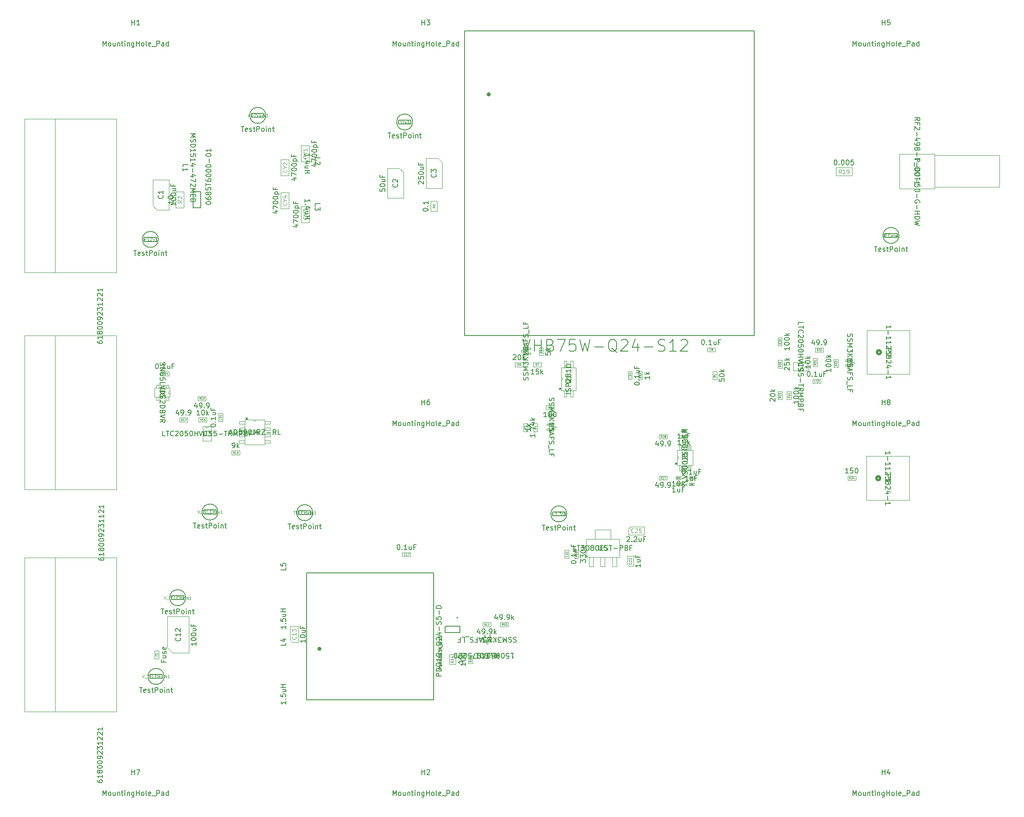
<source format=gbr>
%TF.GenerationSoftware,KiCad,Pcbnew,9.0.3*%
%TF.CreationDate,2025-09-16T14:49:37-04:00*%
%TF.ProjectId,9_TOF_PDU,395f544f-465f-4504-9455-2e6b69636164,rev?*%
%TF.SameCoordinates,Original*%
%TF.FileFunction,AssemblyDrawing,Top*%
%FSLAX46Y46*%
G04 Gerber Fmt 4.6, Leading zero omitted, Abs format (unit mm)*
G04 Created by KiCad (PCBNEW 9.0.3) date 2025-09-16 14:49:37*
%MOMM*%
%LPD*%
G01*
G04 APERTURE LIST*
%ADD10C,0.150000*%
%ADD11C,0.060000*%
%ADD12C,0.090000*%
%ADD13C,0.080000*%
%ADD14C,0.120000*%
%ADD15C,0.040000*%
%ADD16C,0.100000*%
%ADD17C,0.025400*%
%ADD18C,0.127000*%
%ADD19C,0.200000*%
%ADD20C,0.508000*%
%ADD21C,0.400000*%
G04 APERTURE END LIST*
D10*
X262495143Y-133778319D02*
X262590381Y-133778319D01*
X262590381Y-133778319D02*
X262685619Y-133825938D01*
X262685619Y-133825938D02*
X262733238Y-133873557D01*
X262733238Y-133873557D02*
X262780857Y-133968795D01*
X262780857Y-133968795D02*
X262828476Y-134159271D01*
X262828476Y-134159271D02*
X262828476Y-134397366D01*
X262828476Y-134397366D02*
X262780857Y-134587842D01*
X262780857Y-134587842D02*
X262733238Y-134683080D01*
X262733238Y-134683080D02*
X262685619Y-134730700D01*
X262685619Y-134730700D02*
X262590381Y-134778319D01*
X262590381Y-134778319D02*
X262495143Y-134778319D01*
X262495143Y-134778319D02*
X262399905Y-134730700D01*
X262399905Y-134730700D02*
X262352286Y-134683080D01*
X262352286Y-134683080D02*
X262304667Y-134587842D01*
X262304667Y-134587842D02*
X262257048Y-134397366D01*
X262257048Y-134397366D02*
X262257048Y-134159271D01*
X262257048Y-134159271D02*
X262304667Y-133968795D01*
X262304667Y-133968795D02*
X262352286Y-133873557D01*
X262352286Y-133873557D02*
X262399905Y-133825938D01*
X262399905Y-133825938D02*
X262495143Y-133778319D01*
X263257048Y-134683080D02*
X263304667Y-134730700D01*
X263304667Y-134730700D02*
X263257048Y-134778319D01*
X263257048Y-134778319D02*
X263209429Y-134730700D01*
X263209429Y-134730700D02*
X263257048Y-134683080D01*
X263257048Y-134683080D02*
X263257048Y-134778319D01*
X264257047Y-134778319D02*
X263685619Y-134778319D01*
X263971333Y-134778319D02*
X263971333Y-133778319D01*
X263971333Y-133778319D02*
X263876095Y-133921176D01*
X263876095Y-133921176D02*
X263780857Y-134016414D01*
X263780857Y-134016414D02*
X263685619Y-134064033D01*
X265114190Y-134111652D02*
X265114190Y-134778319D01*
X264685619Y-134111652D02*
X264685619Y-134635461D01*
X264685619Y-134635461D02*
X264733238Y-134730700D01*
X264733238Y-134730700D02*
X264828476Y-134778319D01*
X264828476Y-134778319D02*
X264971333Y-134778319D01*
X264971333Y-134778319D02*
X265066571Y-134730700D01*
X265066571Y-134730700D02*
X265114190Y-134683080D01*
X265923714Y-134254509D02*
X265590381Y-134254509D01*
X265590381Y-134778319D02*
X265590381Y-133778319D01*
X265590381Y-133778319D02*
X266066571Y-133778319D01*
D11*
X263880857Y-135897332D02*
X263861809Y-135916380D01*
X263861809Y-135916380D02*
X263804667Y-135935427D01*
X263804667Y-135935427D02*
X263766571Y-135935427D01*
X263766571Y-135935427D02*
X263709428Y-135916380D01*
X263709428Y-135916380D02*
X263671333Y-135878284D01*
X263671333Y-135878284D02*
X263652286Y-135840189D01*
X263652286Y-135840189D02*
X263633238Y-135763999D01*
X263633238Y-135763999D02*
X263633238Y-135706856D01*
X263633238Y-135706856D02*
X263652286Y-135630665D01*
X263652286Y-135630665D02*
X263671333Y-135592570D01*
X263671333Y-135592570D02*
X263709428Y-135554475D01*
X263709428Y-135554475D02*
X263766571Y-135535427D01*
X263766571Y-135535427D02*
X263804667Y-135535427D01*
X263804667Y-135535427D02*
X263861809Y-135554475D01*
X263861809Y-135554475D02*
X263880857Y-135573522D01*
X264014190Y-135535427D02*
X264261809Y-135535427D01*
X264261809Y-135535427D02*
X264128476Y-135687808D01*
X264128476Y-135687808D02*
X264185619Y-135687808D01*
X264185619Y-135687808D02*
X264223714Y-135706856D01*
X264223714Y-135706856D02*
X264242762Y-135725903D01*
X264242762Y-135725903D02*
X264261809Y-135763999D01*
X264261809Y-135763999D02*
X264261809Y-135859237D01*
X264261809Y-135859237D02*
X264242762Y-135897332D01*
X264242762Y-135897332D02*
X264223714Y-135916380D01*
X264223714Y-135916380D02*
X264185619Y-135935427D01*
X264185619Y-135935427D02*
X264071333Y-135935427D01*
X264071333Y-135935427D02*
X264033238Y-135916380D01*
X264033238Y-135916380D02*
X264014190Y-135897332D01*
X264395142Y-135535427D02*
X264642761Y-135535427D01*
X264642761Y-135535427D02*
X264509428Y-135687808D01*
X264509428Y-135687808D02*
X264566571Y-135687808D01*
X264566571Y-135687808D02*
X264604666Y-135706856D01*
X264604666Y-135706856D02*
X264623714Y-135725903D01*
X264623714Y-135725903D02*
X264642761Y-135763999D01*
X264642761Y-135763999D02*
X264642761Y-135859237D01*
X264642761Y-135859237D02*
X264623714Y-135897332D01*
X264623714Y-135897332D02*
X264604666Y-135916380D01*
X264604666Y-135916380D02*
X264566571Y-135935427D01*
X264566571Y-135935427D02*
X264452285Y-135935427D01*
X264452285Y-135935427D02*
X264414190Y-135916380D01*
X264414190Y-135916380D02*
X264395142Y-135897332D01*
D10*
X207642761Y-134303319D02*
X207071333Y-134303319D01*
X207357047Y-134303319D02*
X207357047Y-133303319D01*
X207357047Y-133303319D02*
X207261809Y-133446176D01*
X207261809Y-133446176D02*
X207166571Y-133541414D01*
X207166571Y-133541414D02*
X207071333Y-133589033D01*
X208547523Y-133303319D02*
X208071333Y-133303319D01*
X208071333Y-133303319D02*
X208023714Y-133779509D01*
X208023714Y-133779509D02*
X208071333Y-133731890D01*
X208071333Y-133731890D02*
X208166571Y-133684271D01*
X208166571Y-133684271D02*
X208404666Y-133684271D01*
X208404666Y-133684271D02*
X208499904Y-133731890D01*
X208499904Y-133731890D02*
X208547523Y-133779509D01*
X208547523Y-133779509D02*
X208595142Y-133874747D01*
X208595142Y-133874747D02*
X208595142Y-134112842D01*
X208595142Y-134112842D02*
X208547523Y-134208080D01*
X208547523Y-134208080D02*
X208499904Y-134255700D01*
X208499904Y-134255700D02*
X208404666Y-134303319D01*
X208404666Y-134303319D02*
X208166571Y-134303319D01*
X208166571Y-134303319D02*
X208071333Y-134255700D01*
X208071333Y-134255700D02*
X208023714Y-134208080D01*
X209023714Y-134303319D02*
X209023714Y-133303319D01*
X209118952Y-133922366D02*
X209404666Y-134303319D01*
X209404666Y-133636652D02*
X209023714Y-134017604D01*
D11*
X208171333Y-132600427D02*
X208038000Y-132409951D01*
X207942762Y-132600427D02*
X207942762Y-132200427D01*
X207942762Y-132200427D02*
X208095143Y-132200427D01*
X208095143Y-132200427D02*
X208133238Y-132219475D01*
X208133238Y-132219475D02*
X208152285Y-132238522D01*
X208152285Y-132238522D02*
X208171333Y-132276618D01*
X208171333Y-132276618D02*
X208171333Y-132333760D01*
X208171333Y-132333760D02*
X208152285Y-132371856D01*
X208152285Y-132371856D02*
X208133238Y-132390903D01*
X208133238Y-132390903D02*
X208095143Y-132409951D01*
X208095143Y-132409951D02*
X207942762Y-132409951D01*
X208304666Y-132200427D02*
X208571333Y-132200427D01*
X208571333Y-132200427D02*
X208399904Y-132600427D01*
D10*
X121428571Y-68654819D02*
X121428571Y-67654819D01*
X121428571Y-67654819D02*
X121761904Y-68369104D01*
X121761904Y-68369104D02*
X122095237Y-67654819D01*
X122095237Y-67654819D02*
X122095237Y-68654819D01*
X122714285Y-68654819D02*
X122619047Y-68607200D01*
X122619047Y-68607200D02*
X122571428Y-68559580D01*
X122571428Y-68559580D02*
X122523809Y-68464342D01*
X122523809Y-68464342D02*
X122523809Y-68178628D01*
X122523809Y-68178628D02*
X122571428Y-68083390D01*
X122571428Y-68083390D02*
X122619047Y-68035771D01*
X122619047Y-68035771D02*
X122714285Y-67988152D01*
X122714285Y-67988152D02*
X122857142Y-67988152D01*
X122857142Y-67988152D02*
X122952380Y-68035771D01*
X122952380Y-68035771D02*
X122999999Y-68083390D01*
X122999999Y-68083390D02*
X123047618Y-68178628D01*
X123047618Y-68178628D02*
X123047618Y-68464342D01*
X123047618Y-68464342D02*
X122999999Y-68559580D01*
X122999999Y-68559580D02*
X122952380Y-68607200D01*
X122952380Y-68607200D02*
X122857142Y-68654819D01*
X122857142Y-68654819D02*
X122714285Y-68654819D01*
X123904761Y-67988152D02*
X123904761Y-68654819D01*
X123476190Y-67988152D02*
X123476190Y-68511961D01*
X123476190Y-68511961D02*
X123523809Y-68607200D01*
X123523809Y-68607200D02*
X123619047Y-68654819D01*
X123619047Y-68654819D02*
X123761904Y-68654819D01*
X123761904Y-68654819D02*
X123857142Y-68607200D01*
X123857142Y-68607200D02*
X123904761Y-68559580D01*
X124380952Y-67988152D02*
X124380952Y-68654819D01*
X124380952Y-68083390D02*
X124428571Y-68035771D01*
X124428571Y-68035771D02*
X124523809Y-67988152D01*
X124523809Y-67988152D02*
X124666666Y-67988152D01*
X124666666Y-67988152D02*
X124761904Y-68035771D01*
X124761904Y-68035771D02*
X124809523Y-68131009D01*
X124809523Y-68131009D02*
X124809523Y-68654819D01*
X125142857Y-67988152D02*
X125523809Y-67988152D01*
X125285714Y-67654819D02*
X125285714Y-68511961D01*
X125285714Y-68511961D02*
X125333333Y-68607200D01*
X125333333Y-68607200D02*
X125428571Y-68654819D01*
X125428571Y-68654819D02*
X125523809Y-68654819D01*
X125857143Y-68654819D02*
X125857143Y-67988152D01*
X125857143Y-67654819D02*
X125809524Y-67702438D01*
X125809524Y-67702438D02*
X125857143Y-67750057D01*
X125857143Y-67750057D02*
X125904762Y-67702438D01*
X125904762Y-67702438D02*
X125857143Y-67654819D01*
X125857143Y-67654819D02*
X125857143Y-67750057D01*
X126333333Y-67988152D02*
X126333333Y-68654819D01*
X126333333Y-68083390D02*
X126380952Y-68035771D01*
X126380952Y-68035771D02*
X126476190Y-67988152D01*
X126476190Y-67988152D02*
X126619047Y-67988152D01*
X126619047Y-67988152D02*
X126714285Y-68035771D01*
X126714285Y-68035771D02*
X126761904Y-68131009D01*
X126761904Y-68131009D02*
X126761904Y-68654819D01*
X127666666Y-67988152D02*
X127666666Y-68797676D01*
X127666666Y-68797676D02*
X127619047Y-68892914D01*
X127619047Y-68892914D02*
X127571428Y-68940533D01*
X127571428Y-68940533D02*
X127476190Y-68988152D01*
X127476190Y-68988152D02*
X127333333Y-68988152D01*
X127333333Y-68988152D02*
X127238095Y-68940533D01*
X127666666Y-68607200D02*
X127571428Y-68654819D01*
X127571428Y-68654819D02*
X127380952Y-68654819D01*
X127380952Y-68654819D02*
X127285714Y-68607200D01*
X127285714Y-68607200D02*
X127238095Y-68559580D01*
X127238095Y-68559580D02*
X127190476Y-68464342D01*
X127190476Y-68464342D02*
X127190476Y-68178628D01*
X127190476Y-68178628D02*
X127238095Y-68083390D01*
X127238095Y-68083390D02*
X127285714Y-68035771D01*
X127285714Y-68035771D02*
X127380952Y-67988152D01*
X127380952Y-67988152D02*
X127571428Y-67988152D01*
X127571428Y-67988152D02*
X127666666Y-68035771D01*
X128142857Y-68654819D02*
X128142857Y-67654819D01*
X128142857Y-68131009D02*
X128714285Y-68131009D01*
X128714285Y-68654819D02*
X128714285Y-67654819D01*
X129333333Y-68654819D02*
X129238095Y-68607200D01*
X129238095Y-68607200D02*
X129190476Y-68559580D01*
X129190476Y-68559580D02*
X129142857Y-68464342D01*
X129142857Y-68464342D02*
X129142857Y-68178628D01*
X129142857Y-68178628D02*
X129190476Y-68083390D01*
X129190476Y-68083390D02*
X129238095Y-68035771D01*
X129238095Y-68035771D02*
X129333333Y-67988152D01*
X129333333Y-67988152D02*
X129476190Y-67988152D01*
X129476190Y-67988152D02*
X129571428Y-68035771D01*
X129571428Y-68035771D02*
X129619047Y-68083390D01*
X129619047Y-68083390D02*
X129666666Y-68178628D01*
X129666666Y-68178628D02*
X129666666Y-68464342D01*
X129666666Y-68464342D02*
X129619047Y-68559580D01*
X129619047Y-68559580D02*
X129571428Y-68607200D01*
X129571428Y-68607200D02*
X129476190Y-68654819D01*
X129476190Y-68654819D02*
X129333333Y-68654819D01*
X130238095Y-68654819D02*
X130142857Y-68607200D01*
X130142857Y-68607200D02*
X130095238Y-68511961D01*
X130095238Y-68511961D02*
X130095238Y-67654819D01*
X131000000Y-68607200D02*
X130904762Y-68654819D01*
X130904762Y-68654819D02*
X130714286Y-68654819D01*
X130714286Y-68654819D02*
X130619048Y-68607200D01*
X130619048Y-68607200D02*
X130571429Y-68511961D01*
X130571429Y-68511961D02*
X130571429Y-68131009D01*
X130571429Y-68131009D02*
X130619048Y-68035771D01*
X130619048Y-68035771D02*
X130714286Y-67988152D01*
X130714286Y-67988152D02*
X130904762Y-67988152D01*
X130904762Y-67988152D02*
X131000000Y-68035771D01*
X131000000Y-68035771D02*
X131047619Y-68131009D01*
X131047619Y-68131009D02*
X131047619Y-68226247D01*
X131047619Y-68226247D02*
X130571429Y-68321485D01*
X131238096Y-68750057D02*
X132000000Y-68750057D01*
X132238096Y-68654819D02*
X132238096Y-67654819D01*
X132238096Y-67654819D02*
X132619048Y-67654819D01*
X132619048Y-67654819D02*
X132714286Y-67702438D01*
X132714286Y-67702438D02*
X132761905Y-67750057D01*
X132761905Y-67750057D02*
X132809524Y-67845295D01*
X132809524Y-67845295D02*
X132809524Y-67988152D01*
X132809524Y-67988152D02*
X132761905Y-68083390D01*
X132761905Y-68083390D02*
X132714286Y-68131009D01*
X132714286Y-68131009D02*
X132619048Y-68178628D01*
X132619048Y-68178628D02*
X132238096Y-68178628D01*
X133666667Y-68654819D02*
X133666667Y-68131009D01*
X133666667Y-68131009D02*
X133619048Y-68035771D01*
X133619048Y-68035771D02*
X133523810Y-67988152D01*
X133523810Y-67988152D02*
X133333334Y-67988152D01*
X133333334Y-67988152D02*
X133238096Y-68035771D01*
X133666667Y-68607200D02*
X133571429Y-68654819D01*
X133571429Y-68654819D02*
X133333334Y-68654819D01*
X133333334Y-68654819D02*
X133238096Y-68607200D01*
X133238096Y-68607200D02*
X133190477Y-68511961D01*
X133190477Y-68511961D02*
X133190477Y-68416723D01*
X133190477Y-68416723D02*
X133238096Y-68321485D01*
X133238096Y-68321485D02*
X133333334Y-68273866D01*
X133333334Y-68273866D02*
X133571429Y-68273866D01*
X133571429Y-68273866D02*
X133666667Y-68226247D01*
X134571429Y-68654819D02*
X134571429Y-67654819D01*
X134571429Y-68607200D02*
X134476191Y-68654819D01*
X134476191Y-68654819D02*
X134285715Y-68654819D01*
X134285715Y-68654819D02*
X134190477Y-68607200D01*
X134190477Y-68607200D02*
X134142858Y-68559580D01*
X134142858Y-68559580D02*
X134095239Y-68464342D01*
X134095239Y-68464342D02*
X134095239Y-68178628D01*
X134095239Y-68178628D02*
X134142858Y-68083390D01*
X134142858Y-68083390D02*
X134190477Y-68035771D01*
X134190477Y-68035771D02*
X134285715Y-67988152D01*
X134285715Y-67988152D02*
X134476191Y-67988152D01*
X134476191Y-67988152D02*
X134571429Y-68035771D01*
X127238095Y-64454819D02*
X127238095Y-63454819D01*
X127238095Y-63931009D02*
X127809523Y-63931009D01*
X127809523Y-64454819D02*
X127809523Y-63454819D01*
X128809523Y-64454819D02*
X128238095Y-64454819D01*
X128523809Y-64454819D02*
X128523809Y-63454819D01*
X128523809Y-63454819D02*
X128428571Y-63597676D01*
X128428571Y-63597676D02*
X128333333Y-63692914D01*
X128333333Y-63692914D02*
X128238095Y-63740533D01*
X227706819Y-136262856D02*
X227706819Y-136167618D01*
X227706819Y-136167618D02*
X227754438Y-136072380D01*
X227754438Y-136072380D02*
X227802057Y-136024761D01*
X227802057Y-136024761D02*
X227897295Y-135977142D01*
X227897295Y-135977142D02*
X228087771Y-135929523D01*
X228087771Y-135929523D02*
X228325866Y-135929523D01*
X228325866Y-135929523D02*
X228516342Y-135977142D01*
X228516342Y-135977142D02*
X228611580Y-136024761D01*
X228611580Y-136024761D02*
X228659200Y-136072380D01*
X228659200Y-136072380D02*
X228706819Y-136167618D01*
X228706819Y-136167618D02*
X228706819Y-136262856D01*
X228706819Y-136262856D02*
X228659200Y-136358094D01*
X228659200Y-136358094D02*
X228611580Y-136405713D01*
X228611580Y-136405713D02*
X228516342Y-136453332D01*
X228516342Y-136453332D02*
X228325866Y-136500951D01*
X228325866Y-136500951D02*
X228087771Y-136500951D01*
X228087771Y-136500951D02*
X227897295Y-136453332D01*
X227897295Y-136453332D02*
X227802057Y-136405713D01*
X227802057Y-136405713D02*
X227754438Y-136358094D01*
X227754438Y-136358094D02*
X227706819Y-136262856D01*
X228611580Y-135500951D02*
X228659200Y-135453332D01*
X228659200Y-135453332D02*
X228706819Y-135500951D01*
X228706819Y-135500951D02*
X228659200Y-135548570D01*
X228659200Y-135548570D02*
X228611580Y-135500951D01*
X228611580Y-135500951D02*
X228706819Y-135500951D01*
X228706819Y-134500952D02*
X228706819Y-135072380D01*
X228706819Y-134786666D02*
X227706819Y-134786666D01*
X227706819Y-134786666D02*
X227849676Y-134881904D01*
X227849676Y-134881904D02*
X227944914Y-134977142D01*
X227944914Y-134977142D02*
X227992533Y-135072380D01*
X228040152Y-133643809D02*
X228706819Y-133643809D01*
X228040152Y-134072380D02*
X228563961Y-134072380D01*
X228563961Y-134072380D02*
X228659200Y-134024761D01*
X228659200Y-134024761D02*
X228706819Y-133929523D01*
X228706819Y-133929523D02*
X228706819Y-133786666D01*
X228706819Y-133786666D02*
X228659200Y-133691428D01*
X228659200Y-133691428D02*
X228611580Y-133643809D01*
X228183009Y-132834285D02*
X228183009Y-133167618D01*
X228706819Y-133167618D02*
X227706819Y-133167618D01*
X227706819Y-133167618D02*
X227706819Y-132691428D01*
D11*
X226965832Y-134877142D02*
X226984880Y-134896190D01*
X226984880Y-134896190D02*
X227003927Y-134953332D01*
X227003927Y-134953332D02*
X227003927Y-134991428D01*
X227003927Y-134991428D02*
X226984880Y-135048571D01*
X226984880Y-135048571D02*
X226946784Y-135086666D01*
X226946784Y-135086666D02*
X226908689Y-135105713D01*
X226908689Y-135105713D02*
X226832499Y-135124761D01*
X226832499Y-135124761D02*
X226775356Y-135124761D01*
X226775356Y-135124761D02*
X226699165Y-135105713D01*
X226699165Y-135105713D02*
X226661070Y-135086666D01*
X226661070Y-135086666D02*
X226622975Y-135048571D01*
X226622975Y-135048571D02*
X226603927Y-134991428D01*
X226603927Y-134991428D02*
X226603927Y-134953332D01*
X226603927Y-134953332D02*
X226622975Y-134896190D01*
X226622975Y-134896190D02*
X226642022Y-134877142D01*
X226603927Y-134743809D02*
X226603927Y-134496190D01*
X226603927Y-134496190D02*
X226756308Y-134629523D01*
X226756308Y-134629523D02*
X226756308Y-134572380D01*
X226756308Y-134572380D02*
X226775356Y-134534285D01*
X226775356Y-134534285D02*
X226794403Y-134515237D01*
X226794403Y-134515237D02*
X226832499Y-134496190D01*
X226832499Y-134496190D02*
X226927737Y-134496190D01*
X226927737Y-134496190D02*
X226965832Y-134515237D01*
X226965832Y-134515237D02*
X226984880Y-134534285D01*
X226984880Y-134534285D02*
X227003927Y-134572380D01*
X227003927Y-134572380D02*
X227003927Y-134686666D01*
X227003927Y-134686666D02*
X226984880Y-134724761D01*
X226984880Y-134724761D02*
X226965832Y-134743809D01*
X226737260Y-134153333D02*
X227003927Y-134153333D01*
X226584880Y-134248571D02*
X226870594Y-134343809D01*
X226870594Y-134343809D02*
X226870594Y-134096190D01*
D10*
X209264666Y-164510819D02*
X209836094Y-164510819D01*
X209550380Y-165510819D02*
X209550380Y-164510819D01*
X210550380Y-165463200D02*
X210455142Y-165510819D01*
X210455142Y-165510819D02*
X210264666Y-165510819D01*
X210264666Y-165510819D02*
X210169428Y-165463200D01*
X210169428Y-165463200D02*
X210121809Y-165367961D01*
X210121809Y-165367961D02*
X210121809Y-164987009D01*
X210121809Y-164987009D02*
X210169428Y-164891771D01*
X210169428Y-164891771D02*
X210264666Y-164844152D01*
X210264666Y-164844152D02*
X210455142Y-164844152D01*
X210455142Y-164844152D02*
X210550380Y-164891771D01*
X210550380Y-164891771D02*
X210597999Y-164987009D01*
X210597999Y-164987009D02*
X210597999Y-165082247D01*
X210597999Y-165082247D02*
X210121809Y-165177485D01*
X210978952Y-165463200D02*
X211074190Y-165510819D01*
X211074190Y-165510819D02*
X211264666Y-165510819D01*
X211264666Y-165510819D02*
X211359904Y-165463200D01*
X211359904Y-165463200D02*
X211407523Y-165367961D01*
X211407523Y-165367961D02*
X211407523Y-165320342D01*
X211407523Y-165320342D02*
X211359904Y-165225104D01*
X211359904Y-165225104D02*
X211264666Y-165177485D01*
X211264666Y-165177485D02*
X211121809Y-165177485D01*
X211121809Y-165177485D02*
X211026571Y-165129866D01*
X211026571Y-165129866D02*
X210978952Y-165034628D01*
X210978952Y-165034628D02*
X210978952Y-164987009D01*
X210978952Y-164987009D02*
X211026571Y-164891771D01*
X211026571Y-164891771D02*
X211121809Y-164844152D01*
X211121809Y-164844152D02*
X211264666Y-164844152D01*
X211264666Y-164844152D02*
X211359904Y-164891771D01*
X211693238Y-164844152D02*
X212074190Y-164844152D01*
X211836095Y-164510819D02*
X211836095Y-165367961D01*
X211836095Y-165367961D02*
X211883714Y-165463200D01*
X211883714Y-165463200D02*
X211978952Y-165510819D01*
X211978952Y-165510819D02*
X212074190Y-165510819D01*
X212407524Y-165510819D02*
X212407524Y-164510819D01*
X212407524Y-164510819D02*
X212788476Y-164510819D01*
X212788476Y-164510819D02*
X212883714Y-164558438D01*
X212883714Y-164558438D02*
X212931333Y-164606057D01*
X212931333Y-164606057D02*
X212978952Y-164701295D01*
X212978952Y-164701295D02*
X212978952Y-164844152D01*
X212978952Y-164844152D02*
X212931333Y-164939390D01*
X212931333Y-164939390D02*
X212883714Y-164987009D01*
X212883714Y-164987009D02*
X212788476Y-165034628D01*
X212788476Y-165034628D02*
X212407524Y-165034628D01*
X213550381Y-165510819D02*
X213455143Y-165463200D01*
X213455143Y-165463200D02*
X213407524Y-165415580D01*
X213407524Y-165415580D02*
X213359905Y-165320342D01*
X213359905Y-165320342D02*
X213359905Y-165034628D01*
X213359905Y-165034628D02*
X213407524Y-164939390D01*
X213407524Y-164939390D02*
X213455143Y-164891771D01*
X213455143Y-164891771D02*
X213550381Y-164844152D01*
X213550381Y-164844152D02*
X213693238Y-164844152D01*
X213693238Y-164844152D02*
X213788476Y-164891771D01*
X213788476Y-164891771D02*
X213836095Y-164939390D01*
X213836095Y-164939390D02*
X213883714Y-165034628D01*
X213883714Y-165034628D02*
X213883714Y-165320342D01*
X213883714Y-165320342D02*
X213836095Y-165415580D01*
X213836095Y-165415580D02*
X213788476Y-165463200D01*
X213788476Y-165463200D02*
X213693238Y-165510819D01*
X213693238Y-165510819D02*
X213550381Y-165510819D01*
X214312286Y-165510819D02*
X214312286Y-164844152D01*
X214312286Y-164510819D02*
X214264667Y-164558438D01*
X214264667Y-164558438D02*
X214312286Y-164606057D01*
X214312286Y-164606057D02*
X214359905Y-164558438D01*
X214359905Y-164558438D02*
X214312286Y-164510819D01*
X214312286Y-164510819D02*
X214312286Y-164606057D01*
X214788476Y-164844152D02*
X214788476Y-165510819D01*
X214788476Y-164939390D02*
X214836095Y-164891771D01*
X214836095Y-164891771D02*
X214931333Y-164844152D01*
X214931333Y-164844152D02*
X215074190Y-164844152D01*
X215074190Y-164844152D02*
X215169428Y-164891771D01*
X215169428Y-164891771D02*
X215217047Y-164987009D01*
X215217047Y-164987009D02*
X215217047Y-165510819D01*
X215550381Y-164844152D02*
X215931333Y-164844152D01*
X215693238Y-164510819D02*
X215693238Y-165367961D01*
X215693238Y-165367961D02*
X215740857Y-165463200D01*
X215740857Y-165463200D02*
X215836095Y-165510819D01*
X215836095Y-165510819D02*
X215931333Y-165510819D01*
D12*
X211112285Y-162350320D02*
X211569428Y-162350320D01*
X211340856Y-162578891D02*
X211340856Y-162121748D01*
X211797999Y-161978891D02*
X212169427Y-161978891D01*
X212169427Y-161978891D02*
X211969427Y-162207462D01*
X211969427Y-162207462D02*
X212055142Y-162207462D01*
X212055142Y-162207462D02*
X212112285Y-162236034D01*
X212112285Y-162236034D02*
X212140856Y-162264605D01*
X212140856Y-162264605D02*
X212169427Y-162321748D01*
X212169427Y-162321748D02*
X212169427Y-162464605D01*
X212169427Y-162464605D02*
X212140856Y-162521748D01*
X212140856Y-162521748D02*
X212112285Y-162550320D01*
X212112285Y-162550320D02*
X212055142Y-162578891D01*
X212055142Y-162578891D02*
X211883713Y-162578891D01*
X211883713Y-162578891D02*
X211826570Y-162550320D01*
X211826570Y-162550320D02*
X211797999Y-162521748D01*
X212426571Y-162521748D02*
X212455142Y-162550320D01*
X212455142Y-162550320D02*
X212426571Y-162578891D01*
X212426571Y-162578891D02*
X212397999Y-162550320D01*
X212397999Y-162550320D02*
X212426571Y-162521748D01*
X212426571Y-162521748D02*
X212426571Y-162578891D01*
X212655142Y-161978891D02*
X213026570Y-161978891D01*
X213026570Y-161978891D02*
X212826570Y-162207462D01*
X212826570Y-162207462D02*
X212912285Y-162207462D01*
X212912285Y-162207462D02*
X212969428Y-162236034D01*
X212969428Y-162236034D02*
X212997999Y-162264605D01*
X212997999Y-162264605D02*
X213026570Y-162321748D01*
X213026570Y-162321748D02*
X213026570Y-162464605D01*
X213026570Y-162464605D02*
X212997999Y-162521748D01*
X212997999Y-162521748D02*
X212969428Y-162550320D01*
X212969428Y-162550320D02*
X212912285Y-162578891D01*
X212912285Y-162578891D02*
X212740856Y-162578891D01*
X212740856Y-162578891D02*
X212683713Y-162550320D01*
X212683713Y-162550320D02*
X212655142Y-162521748D01*
X213197999Y-161978891D02*
X213397999Y-162578891D01*
X213397999Y-162578891D02*
X213597999Y-161978891D01*
X214112285Y-162578891D02*
X213769428Y-162578891D01*
X213940857Y-162578891D02*
X213940857Y-161978891D01*
X213940857Y-161978891D02*
X213883714Y-162064605D01*
X213883714Y-162064605D02*
X213826571Y-162121748D01*
X213826571Y-162121748D02*
X213769428Y-162150320D01*
D10*
X179428571Y-68654819D02*
X179428571Y-67654819D01*
X179428571Y-67654819D02*
X179761904Y-68369104D01*
X179761904Y-68369104D02*
X180095237Y-67654819D01*
X180095237Y-67654819D02*
X180095237Y-68654819D01*
X180714285Y-68654819D02*
X180619047Y-68607200D01*
X180619047Y-68607200D02*
X180571428Y-68559580D01*
X180571428Y-68559580D02*
X180523809Y-68464342D01*
X180523809Y-68464342D02*
X180523809Y-68178628D01*
X180523809Y-68178628D02*
X180571428Y-68083390D01*
X180571428Y-68083390D02*
X180619047Y-68035771D01*
X180619047Y-68035771D02*
X180714285Y-67988152D01*
X180714285Y-67988152D02*
X180857142Y-67988152D01*
X180857142Y-67988152D02*
X180952380Y-68035771D01*
X180952380Y-68035771D02*
X180999999Y-68083390D01*
X180999999Y-68083390D02*
X181047618Y-68178628D01*
X181047618Y-68178628D02*
X181047618Y-68464342D01*
X181047618Y-68464342D02*
X180999999Y-68559580D01*
X180999999Y-68559580D02*
X180952380Y-68607200D01*
X180952380Y-68607200D02*
X180857142Y-68654819D01*
X180857142Y-68654819D02*
X180714285Y-68654819D01*
X181904761Y-67988152D02*
X181904761Y-68654819D01*
X181476190Y-67988152D02*
X181476190Y-68511961D01*
X181476190Y-68511961D02*
X181523809Y-68607200D01*
X181523809Y-68607200D02*
X181619047Y-68654819D01*
X181619047Y-68654819D02*
X181761904Y-68654819D01*
X181761904Y-68654819D02*
X181857142Y-68607200D01*
X181857142Y-68607200D02*
X181904761Y-68559580D01*
X182380952Y-67988152D02*
X182380952Y-68654819D01*
X182380952Y-68083390D02*
X182428571Y-68035771D01*
X182428571Y-68035771D02*
X182523809Y-67988152D01*
X182523809Y-67988152D02*
X182666666Y-67988152D01*
X182666666Y-67988152D02*
X182761904Y-68035771D01*
X182761904Y-68035771D02*
X182809523Y-68131009D01*
X182809523Y-68131009D02*
X182809523Y-68654819D01*
X183142857Y-67988152D02*
X183523809Y-67988152D01*
X183285714Y-67654819D02*
X183285714Y-68511961D01*
X183285714Y-68511961D02*
X183333333Y-68607200D01*
X183333333Y-68607200D02*
X183428571Y-68654819D01*
X183428571Y-68654819D02*
X183523809Y-68654819D01*
X183857143Y-68654819D02*
X183857143Y-67988152D01*
X183857143Y-67654819D02*
X183809524Y-67702438D01*
X183809524Y-67702438D02*
X183857143Y-67750057D01*
X183857143Y-67750057D02*
X183904762Y-67702438D01*
X183904762Y-67702438D02*
X183857143Y-67654819D01*
X183857143Y-67654819D02*
X183857143Y-67750057D01*
X184333333Y-67988152D02*
X184333333Y-68654819D01*
X184333333Y-68083390D02*
X184380952Y-68035771D01*
X184380952Y-68035771D02*
X184476190Y-67988152D01*
X184476190Y-67988152D02*
X184619047Y-67988152D01*
X184619047Y-67988152D02*
X184714285Y-68035771D01*
X184714285Y-68035771D02*
X184761904Y-68131009D01*
X184761904Y-68131009D02*
X184761904Y-68654819D01*
X185666666Y-67988152D02*
X185666666Y-68797676D01*
X185666666Y-68797676D02*
X185619047Y-68892914D01*
X185619047Y-68892914D02*
X185571428Y-68940533D01*
X185571428Y-68940533D02*
X185476190Y-68988152D01*
X185476190Y-68988152D02*
X185333333Y-68988152D01*
X185333333Y-68988152D02*
X185238095Y-68940533D01*
X185666666Y-68607200D02*
X185571428Y-68654819D01*
X185571428Y-68654819D02*
X185380952Y-68654819D01*
X185380952Y-68654819D02*
X185285714Y-68607200D01*
X185285714Y-68607200D02*
X185238095Y-68559580D01*
X185238095Y-68559580D02*
X185190476Y-68464342D01*
X185190476Y-68464342D02*
X185190476Y-68178628D01*
X185190476Y-68178628D02*
X185238095Y-68083390D01*
X185238095Y-68083390D02*
X185285714Y-68035771D01*
X185285714Y-68035771D02*
X185380952Y-67988152D01*
X185380952Y-67988152D02*
X185571428Y-67988152D01*
X185571428Y-67988152D02*
X185666666Y-68035771D01*
X186142857Y-68654819D02*
X186142857Y-67654819D01*
X186142857Y-68131009D02*
X186714285Y-68131009D01*
X186714285Y-68654819D02*
X186714285Y-67654819D01*
X187333333Y-68654819D02*
X187238095Y-68607200D01*
X187238095Y-68607200D02*
X187190476Y-68559580D01*
X187190476Y-68559580D02*
X187142857Y-68464342D01*
X187142857Y-68464342D02*
X187142857Y-68178628D01*
X187142857Y-68178628D02*
X187190476Y-68083390D01*
X187190476Y-68083390D02*
X187238095Y-68035771D01*
X187238095Y-68035771D02*
X187333333Y-67988152D01*
X187333333Y-67988152D02*
X187476190Y-67988152D01*
X187476190Y-67988152D02*
X187571428Y-68035771D01*
X187571428Y-68035771D02*
X187619047Y-68083390D01*
X187619047Y-68083390D02*
X187666666Y-68178628D01*
X187666666Y-68178628D02*
X187666666Y-68464342D01*
X187666666Y-68464342D02*
X187619047Y-68559580D01*
X187619047Y-68559580D02*
X187571428Y-68607200D01*
X187571428Y-68607200D02*
X187476190Y-68654819D01*
X187476190Y-68654819D02*
X187333333Y-68654819D01*
X188238095Y-68654819D02*
X188142857Y-68607200D01*
X188142857Y-68607200D02*
X188095238Y-68511961D01*
X188095238Y-68511961D02*
X188095238Y-67654819D01*
X189000000Y-68607200D02*
X188904762Y-68654819D01*
X188904762Y-68654819D02*
X188714286Y-68654819D01*
X188714286Y-68654819D02*
X188619048Y-68607200D01*
X188619048Y-68607200D02*
X188571429Y-68511961D01*
X188571429Y-68511961D02*
X188571429Y-68131009D01*
X188571429Y-68131009D02*
X188619048Y-68035771D01*
X188619048Y-68035771D02*
X188714286Y-67988152D01*
X188714286Y-67988152D02*
X188904762Y-67988152D01*
X188904762Y-67988152D02*
X189000000Y-68035771D01*
X189000000Y-68035771D02*
X189047619Y-68131009D01*
X189047619Y-68131009D02*
X189047619Y-68226247D01*
X189047619Y-68226247D02*
X188571429Y-68321485D01*
X189238096Y-68750057D02*
X190000000Y-68750057D01*
X190238096Y-68654819D02*
X190238096Y-67654819D01*
X190238096Y-67654819D02*
X190619048Y-67654819D01*
X190619048Y-67654819D02*
X190714286Y-67702438D01*
X190714286Y-67702438D02*
X190761905Y-67750057D01*
X190761905Y-67750057D02*
X190809524Y-67845295D01*
X190809524Y-67845295D02*
X190809524Y-67988152D01*
X190809524Y-67988152D02*
X190761905Y-68083390D01*
X190761905Y-68083390D02*
X190714286Y-68131009D01*
X190714286Y-68131009D02*
X190619048Y-68178628D01*
X190619048Y-68178628D02*
X190238096Y-68178628D01*
X191666667Y-68654819D02*
X191666667Y-68131009D01*
X191666667Y-68131009D02*
X191619048Y-68035771D01*
X191619048Y-68035771D02*
X191523810Y-67988152D01*
X191523810Y-67988152D02*
X191333334Y-67988152D01*
X191333334Y-67988152D02*
X191238096Y-68035771D01*
X191666667Y-68607200D02*
X191571429Y-68654819D01*
X191571429Y-68654819D02*
X191333334Y-68654819D01*
X191333334Y-68654819D02*
X191238096Y-68607200D01*
X191238096Y-68607200D02*
X191190477Y-68511961D01*
X191190477Y-68511961D02*
X191190477Y-68416723D01*
X191190477Y-68416723D02*
X191238096Y-68321485D01*
X191238096Y-68321485D02*
X191333334Y-68273866D01*
X191333334Y-68273866D02*
X191571429Y-68273866D01*
X191571429Y-68273866D02*
X191666667Y-68226247D01*
X192571429Y-68654819D02*
X192571429Y-67654819D01*
X192571429Y-68607200D02*
X192476191Y-68654819D01*
X192476191Y-68654819D02*
X192285715Y-68654819D01*
X192285715Y-68654819D02*
X192190477Y-68607200D01*
X192190477Y-68607200D02*
X192142858Y-68559580D01*
X192142858Y-68559580D02*
X192095239Y-68464342D01*
X192095239Y-68464342D02*
X192095239Y-68178628D01*
X192095239Y-68178628D02*
X192142858Y-68083390D01*
X192142858Y-68083390D02*
X192190477Y-68035771D01*
X192190477Y-68035771D02*
X192285715Y-67988152D01*
X192285715Y-67988152D02*
X192476191Y-67988152D01*
X192476191Y-67988152D02*
X192571429Y-68035771D01*
X185238095Y-64454819D02*
X185238095Y-63454819D01*
X185238095Y-63931009D02*
X185809523Y-63931009D01*
X185809523Y-64454819D02*
X185809523Y-63454819D01*
X186190476Y-63454819D02*
X186809523Y-63454819D01*
X186809523Y-63454819D02*
X186476190Y-63835771D01*
X186476190Y-63835771D02*
X186619047Y-63835771D01*
X186619047Y-63835771D02*
X186714285Y-63883390D01*
X186714285Y-63883390D02*
X186761904Y-63931009D01*
X186761904Y-63931009D02*
X186809523Y-64026247D01*
X186809523Y-64026247D02*
X186809523Y-64264342D01*
X186809523Y-64264342D02*
X186761904Y-64359580D01*
X186761904Y-64359580D02*
X186714285Y-64407200D01*
X186714285Y-64407200D02*
X186619047Y-64454819D01*
X186619047Y-64454819D02*
X186333333Y-64454819D01*
X186333333Y-64454819D02*
X186238095Y-64407200D01*
X186238095Y-64407200D02*
X186190476Y-64359580D01*
X179428571Y-218654819D02*
X179428571Y-217654819D01*
X179428571Y-217654819D02*
X179761904Y-218369104D01*
X179761904Y-218369104D02*
X180095237Y-217654819D01*
X180095237Y-217654819D02*
X180095237Y-218654819D01*
X180714285Y-218654819D02*
X180619047Y-218607200D01*
X180619047Y-218607200D02*
X180571428Y-218559580D01*
X180571428Y-218559580D02*
X180523809Y-218464342D01*
X180523809Y-218464342D02*
X180523809Y-218178628D01*
X180523809Y-218178628D02*
X180571428Y-218083390D01*
X180571428Y-218083390D02*
X180619047Y-218035771D01*
X180619047Y-218035771D02*
X180714285Y-217988152D01*
X180714285Y-217988152D02*
X180857142Y-217988152D01*
X180857142Y-217988152D02*
X180952380Y-218035771D01*
X180952380Y-218035771D02*
X180999999Y-218083390D01*
X180999999Y-218083390D02*
X181047618Y-218178628D01*
X181047618Y-218178628D02*
X181047618Y-218464342D01*
X181047618Y-218464342D02*
X180999999Y-218559580D01*
X180999999Y-218559580D02*
X180952380Y-218607200D01*
X180952380Y-218607200D02*
X180857142Y-218654819D01*
X180857142Y-218654819D02*
X180714285Y-218654819D01*
X181904761Y-217988152D02*
X181904761Y-218654819D01*
X181476190Y-217988152D02*
X181476190Y-218511961D01*
X181476190Y-218511961D02*
X181523809Y-218607200D01*
X181523809Y-218607200D02*
X181619047Y-218654819D01*
X181619047Y-218654819D02*
X181761904Y-218654819D01*
X181761904Y-218654819D02*
X181857142Y-218607200D01*
X181857142Y-218607200D02*
X181904761Y-218559580D01*
X182380952Y-217988152D02*
X182380952Y-218654819D01*
X182380952Y-218083390D02*
X182428571Y-218035771D01*
X182428571Y-218035771D02*
X182523809Y-217988152D01*
X182523809Y-217988152D02*
X182666666Y-217988152D01*
X182666666Y-217988152D02*
X182761904Y-218035771D01*
X182761904Y-218035771D02*
X182809523Y-218131009D01*
X182809523Y-218131009D02*
X182809523Y-218654819D01*
X183142857Y-217988152D02*
X183523809Y-217988152D01*
X183285714Y-217654819D02*
X183285714Y-218511961D01*
X183285714Y-218511961D02*
X183333333Y-218607200D01*
X183333333Y-218607200D02*
X183428571Y-218654819D01*
X183428571Y-218654819D02*
X183523809Y-218654819D01*
X183857143Y-218654819D02*
X183857143Y-217988152D01*
X183857143Y-217654819D02*
X183809524Y-217702438D01*
X183809524Y-217702438D02*
X183857143Y-217750057D01*
X183857143Y-217750057D02*
X183904762Y-217702438D01*
X183904762Y-217702438D02*
X183857143Y-217654819D01*
X183857143Y-217654819D02*
X183857143Y-217750057D01*
X184333333Y-217988152D02*
X184333333Y-218654819D01*
X184333333Y-218083390D02*
X184380952Y-218035771D01*
X184380952Y-218035771D02*
X184476190Y-217988152D01*
X184476190Y-217988152D02*
X184619047Y-217988152D01*
X184619047Y-217988152D02*
X184714285Y-218035771D01*
X184714285Y-218035771D02*
X184761904Y-218131009D01*
X184761904Y-218131009D02*
X184761904Y-218654819D01*
X185666666Y-217988152D02*
X185666666Y-218797676D01*
X185666666Y-218797676D02*
X185619047Y-218892914D01*
X185619047Y-218892914D02*
X185571428Y-218940533D01*
X185571428Y-218940533D02*
X185476190Y-218988152D01*
X185476190Y-218988152D02*
X185333333Y-218988152D01*
X185333333Y-218988152D02*
X185238095Y-218940533D01*
X185666666Y-218607200D02*
X185571428Y-218654819D01*
X185571428Y-218654819D02*
X185380952Y-218654819D01*
X185380952Y-218654819D02*
X185285714Y-218607200D01*
X185285714Y-218607200D02*
X185238095Y-218559580D01*
X185238095Y-218559580D02*
X185190476Y-218464342D01*
X185190476Y-218464342D02*
X185190476Y-218178628D01*
X185190476Y-218178628D02*
X185238095Y-218083390D01*
X185238095Y-218083390D02*
X185285714Y-218035771D01*
X185285714Y-218035771D02*
X185380952Y-217988152D01*
X185380952Y-217988152D02*
X185571428Y-217988152D01*
X185571428Y-217988152D02*
X185666666Y-218035771D01*
X186142857Y-218654819D02*
X186142857Y-217654819D01*
X186142857Y-218131009D02*
X186714285Y-218131009D01*
X186714285Y-218654819D02*
X186714285Y-217654819D01*
X187333333Y-218654819D02*
X187238095Y-218607200D01*
X187238095Y-218607200D02*
X187190476Y-218559580D01*
X187190476Y-218559580D02*
X187142857Y-218464342D01*
X187142857Y-218464342D02*
X187142857Y-218178628D01*
X187142857Y-218178628D02*
X187190476Y-218083390D01*
X187190476Y-218083390D02*
X187238095Y-218035771D01*
X187238095Y-218035771D02*
X187333333Y-217988152D01*
X187333333Y-217988152D02*
X187476190Y-217988152D01*
X187476190Y-217988152D02*
X187571428Y-218035771D01*
X187571428Y-218035771D02*
X187619047Y-218083390D01*
X187619047Y-218083390D02*
X187666666Y-218178628D01*
X187666666Y-218178628D02*
X187666666Y-218464342D01*
X187666666Y-218464342D02*
X187619047Y-218559580D01*
X187619047Y-218559580D02*
X187571428Y-218607200D01*
X187571428Y-218607200D02*
X187476190Y-218654819D01*
X187476190Y-218654819D02*
X187333333Y-218654819D01*
X188238095Y-218654819D02*
X188142857Y-218607200D01*
X188142857Y-218607200D02*
X188095238Y-218511961D01*
X188095238Y-218511961D02*
X188095238Y-217654819D01*
X189000000Y-218607200D02*
X188904762Y-218654819D01*
X188904762Y-218654819D02*
X188714286Y-218654819D01*
X188714286Y-218654819D02*
X188619048Y-218607200D01*
X188619048Y-218607200D02*
X188571429Y-218511961D01*
X188571429Y-218511961D02*
X188571429Y-218131009D01*
X188571429Y-218131009D02*
X188619048Y-218035771D01*
X188619048Y-218035771D02*
X188714286Y-217988152D01*
X188714286Y-217988152D02*
X188904762Y-217988152D01*
X188904762Y-217988152D02*
X189000000Y-218035771D01*
X189000000Y-218035771D02*
X189047619Y-218131009D01*
X189047619Y-218131009D02*
X189047619Y-218226247D01*
X189047619Y-218226247D02*
X188571429Y-218321485D01*
X189238096Y-218750057D02*
X190000000Y-218750057D01*
X190238096Y-218654819D02*
X190238096Y-217654819D01*
X190238096Y-217654819D02*
X190619048Y-217654819D01*
X190619048Y-217654819D02*
X190714286Y-217702438D01*
X190714286Y-217702438D02*
X190761905Y-217750057D01*
X190761905Y-217750057D02*
X190809524Y-217845295D01*
X190809524Y-217845295D02*
X190809524Y-217988152D01*
X190809524Y-217988152D02*
X190761905Y-218083390D01*
X190761905Y-218083390D02*
X190714286Y-218131009D01*
X190714286Y-218131009D02*
X190619048Y-218178628D01*
X190619048Y-218178628D02*
X190238096Y-218178628D01*
X191666667Y-218654819D02*
X191666667Y-218131009D01*
X191666667Y-218131009D02*
X191619048Y-218035771D01*
X191619048Y-218035771D02*
X191523810Y-217988152D01*
X191523810Y-217988152D02*
X191333334Y-217988152D01*
X191333334Y-217988152D02*
X191238096Y-218035771D01*
X191666667Y-218607200D02*
X191571429Y-218654819D01*
X191571429Y-218654819D02*
X191333334Y-218654819D01*
X191333334Y-218654819D02*
X191238096Y-218607200D01*
X191238096Y-218607200D02*
X191190477Y-218511961D01*
X191190477Y-218511961D02*
X191190477Y-218416723D01*
X191190477Y-218416723D02*
X191238096Y-218321485D01*
X191238096Y-218321485D02*
X191333334Y-218273866D01*
X191333334Y-218273866D02*
X191571429Y-218273866D01*
X191571429Y-218273866D02*
X191666667Y-218226247D01*
X192571429Y-218654819D02*
X192571429Y-217654819D01*
X192571429Y-218607200D02*
X192476191Y-218654819D01*
X192476191Y-218654819D02*
X192285715Y-218654819D01*
X192285715Y-218654819D02*
X192190477Y-218607200D01*
X192190477Y-218607200D02*
X192142858Y-218559580D01*
X192142858Y-218559580D02*
X192095239Y-218464342D01*
X192095239Y-218464342D02*
X192095239Y-218178628D01*
X192095239Y-218178628D02*
X192142858Y-218083390D01*
X192142858Y-218083390D02*
X192190477Y-218035771D01*
X192190477Y-218035771D02*
X192285715Y-217988152D01*
X192285715Y-217988152D02*
X192476191Y-217988152D01*
X192476191Y-217988152D02*
X192571429Y-218035771D01*
X185238095Y-214454819D02*
X185238095Y-213454819D01*
X185238095Y-213931009D02*
X185809523Y-213931009D01*
X185809523Y-214454819D02*
X185809523Y-213454819D01*
X186238095Y-213550057D02*
X186285714Y-213502438D01*
X186285714Y-213502438D02*
X186380952Y-213454819D01*
X186380952Y-213454819D02*
X186619047Y-213454819D01*
X186619047Y-213454819D02*
X186714285Y-213502438D01*
X186714285Y-213502438D02*
X186761904Y-213550057D01*
X186761904Y-213550057D02*
X186809523Y-213645295D01*
X186809523Y-213645295D02*
X186809523Y-213740533D01*
X186809523Y-213740533D02*
X186761904Y-213883390D01*
X186761904Y-213883390D02*
X186190476Y-214454819D01*
X186190476Y-214454819D02*
X186809523Y-214454819D01*
X185442819Y-101467904D02*
X185442819Y-101372666D01*
X185442819Y-101372666D02*
X185490438Y-101277428D01*
X185490438Y-101277428D02*
X185538057Y-101229809D01*
X185538057Y-101229809D02*
X185633295Y-101182190D01*
X185633295Y-101182190D02*
X185823771Y-101134571D01*
X185823771Y-101134571D02*
X186061866Y-101134571D01*
X186061866Y-101134571D02*
X186252342Y-101182190D01*
X186252342Y-101182190D02*
X186347580Y-101229809D01*
X186347580Y-101229809D02*
X186395200Y-101277428D01*
X186395200Y-101277428D02*
X186442819Y-101372666D01*
X186442819Y-101372666D02*
X186442819Y-101467904D01*
X186442819Y-101467904D02*
X186395200Y-101563142D01*
X186395200Y-101563142D02*
X186347580Y-101610761D01*
X186347580Y-101610761D02*
X186252342Y-101658380D01*
X186252342Y-101658380D02*
X186061866Y-101705999D01*
X186061866Y-101705999D02*
X185823771Y-101705999D01*
X185823771Y-101705999D02*
X185633295Y-101658380D01*
X185633295Y-101658380D02*
X185538057Y-101610761D01*
X185538057Y-101610761D02*
X185490438Y-101563142D01*
X185490438Y-101563142D02*
X185442819Y-101467904D01*
X186347580Y-100705999D02*
X186395200Y-100658380D01*
X186395200Y-100658380D02*
X186442819Y-100705999D01*
X186442819Y-100705999D02*
X186395200Y-100753618D01*
X186395200Y-100753618D02*
X186347580Y-100705999D01*
X186347580Y-100705999D02*
X186442819Y-100705999D01*
X186442819Y-99706000D02*
X186442819Y-100277428D01*
X186442819Y-99991714D02*
X185442819Y-99991714D01*
X185442819Y-99991714D02*
X185585676Y-100086952D01*
X185585676Y-100086952D02*
X185680914Y-100182190D01*
X185680914Y-100182190D02*
X185728533Y-100277428D01*
D13*
X187865149Y-100789333D02*
X187627054Y-100955999D01*
X187865149Y-101075047D02*
X187365149Y-101075047D01*
X187365149Y-101075047D02*
X187365149Y-100884571D01*
X187365149Y-100884571D02*
X187388959Y-100836952D01*
X187388959Y-100836952D02*
X187412768Y-100813142D01*
X187412768Y-100813142D02*
X187460387Y-100789333D01*
X187460387Y-100789333D02*
X187531816Y-100789333D01*
X187531816Y-100789333D02*
X187579435Y-100813142D01*
X187579435Y-100813142D02*
X187603244Y-100836952D01*
X187603244Y-100836952D02*
X187627054Y-100884571D01*
X187627054Y-100884571D02*
X187627054Y-101075047D01*
X187365149Y-100360761D02*
X187365149Y-100455999D01*
X187365149Y-100455999D02*
X187388959Y-100503618D01*
X187388959Y-100503618D02*
X187412768Y-100527428D01*
X187412768Y-100527428D02*
X187484197Y-100575047D01*
X187484197Y-100575047D02*
X187579435Y-100598856D01*
X187579435Y-100598856D02*
X187769911Y-100598856D01*
X187769911Y-100598856D02*
X187817530Y-100575047D01*
X187817530Y-100575047D02*
X187841340Y-100551237D01*
X187841340Y-100551237D02*
X187865149Y-100503618D01*
X187865149Y-100503618D02*
X187865149Y-100408380D01*
X187865149Y-100408380D02*
X187841340Y-100360761D01*
X187841340Y-100360761D02*
X187817530Y-100336952D01*
X187817530Y-100336952D02*
X187769911Y-100313142D01*
X187769911Y-100313142D02*
X187650863Y-100313142D01*
X187650863Y-100313142D02*
X187603244Y-100336952D01*
X187603244Y-100336952D02*
X187579435Y-100360761D01*
X187579435Y-100360761D02*
X187555625Y-100408380D01*
X187555625Y-100408380D02*
X187555625Y-100503618D01*
X187555625Y-100503618D02*
X187579435Y-100551237D01*
X187579435Y-100551237D02*
X187603244Y-100575047D01*
X187603244Y-100575047D02*
X187650863Y-100598856D01*
D10*
X263648001Y-127811652D02*
X263648001Y-128478319D01*
X263409906Y-127430700D02*
X263171811Y-128144985D01*
X263171811Y-128144985D02*
X263790858Y-128144985D01*
X264219430Y-128478319D02*
X264409906Y-128478319D01*
X264409906Y-128478319D02*
X264505144Y-128430700D01*
X264505144Y-128430700D02*
X264552763Y-128383080D01*
X264552763Y-128383080D02*
X264648001Y-128240223D01*
X264648001Y-128240223D02*
X264695620Y-128049747D01*
X264695620Y-128049747D02*
X264695620Y-127668795D01*
X264695620Y-127668795D02*
X264648001Y-127573557D01*
X264648001Y-127573557D02*
X264600382Y-127525938D01*
X264600382Y-127525938D02*
X264505144Y-127478319D01*
X264505144Y-127478319D02*
X264314668Y-127478319D01*
X264314668Y-127478319D02*
X264219430Y-127525938D01*
X264219430Y-127525938D02*
X264171811Y-127573557D01*
X264171811Y-127573557D02*
X264124192Y-127668795D01*
X264124192Y-127668795D02*
X264124192Y-127906890D01*
X264124192Y-127906890D02*
X264171811Y-128002128D01*
X264171811Y-128002128D02*
X264219430Y-128049747D01*
X264219430Y-128049747D02*
X264314668Y-128097366D01*
X264314668Y-128097366D02*
X264505144Y-128097366D01*
X264505144Y-128097366D02*
X264600382Y-128049747D01*
X264600382Y-128049747D02*
X264648001Y-128002128D01*
X264648001Y-128002128D02*
X264695620Y-127906890D01*
X265124192Y-128383080D02*
X265171811Y-128430700D01*
X265171811Y-128430700D02*
X265124192Y-128478319D01*
X265124192Y-128478319D02*
X265076573Y-128430700D01*
X265076573Y-128430700D02*
X265124192Y-128383080D01*
X265124192Y-128383080D02*
X265124192Y-128478319D01*
X265648001Y-128478319D02*
X265838477Y-128478319D01*
X265838477Y-128478319D02*
X265933715Y-128430700D01*
X265933715Y-128430700D02*
X265981334Y-128383080D01*
X265981334Y-128383080D02*
X266076572Y-128240223D01*
X266076572Y-128240223D02*
X266124191Y-128049747D01*
X266124191Y-128049747D02*
X266124191Y-127668795D01*
X266124191Y-127668795D02*
X266076572Y-127573557D01*
X266076572Y-127573557D02*
X266028953Y-127525938D01*
X266028953Y-127525938D02*
X265933715Y-127478319D01*
X265933715Y-127478319D02*
X265743239Y-127478319D01*
X265743239Y-127478319D02*
X265648001Y-127525938D01*
X265648001Y-127525938D02*
X265600382Y-127573557D01*
X265600382Y-127573557D02*
X265552763Y-127668795D01*
X265552763Y-127668795D02*
X265552763Y-127906890D01*
X265552763Y-127906890D02*
X265600382Y-128002128D01*
X265600382Y-128002128D02*
X265648001Y-128049747D01*
X265648001Y-128049747D02*
X265743239Y-128097366D01*
X265743239Y-128097366D02*
X265933715Y-128097366D01*
X265933715Y-128097366D02*
X266028953Y-128049747D01*
X266028953Y-128049747D02*
X266076572Y-128002128D01*
X266076572Y-128002128D02*
X266124191Y-127906890D01*
D11*
X264390858Y-129635427D02*
X264257525Y-129444951D01*
X264162287Y-129635427D02*
X264162287Y-129235427D01*
X264162287Y-129235427D02*
X264314668Y-129235427D01*
X264314668Y-129235427D02*
X264352763Y-129254475D01*
X264352763Y-129254475D02*
X264371810Y-129273522D01*
X264371810Y-129273522D02*
X264390858Y-129311618D01*
X264390858Y-129311618D02*
X264390858Y-129368760D01*
X264390858Y-129368760D02*
X264371810Y-129406856D01*
X264371810Y-129406856D02*
X264352763Y-129425903D01*
X264352763Y-129425903D02*
X264314668Y-129444951D01*
X264314668Y-129444951D02*
X264162287Y-129444951D01*
X264524191Y-129235427D02*
X264771810Y-129235427D01*
X264771810Y-129235427D02*
X264638477Y-129387808D01*
X264638477Y-129387808D02*
X264695620Y-129387808D01*
X264695620Y-129387808D02*
X264733715Y-129406856D01*
X264733715Y-129406856D02*
X264752763Y-129425903D01*
X264752763Y-129425903D02*
X264771810Y-129463999D01*
X264771810Y-129463999D02*
X264771810Y-129559237D01*
X264771810Y-129559237D02*
X264752763Y-129597332D01*
X264752763Y-129597332D02*
X264733715Y-129616380D01*
X264733715Y-129616380D02*
X264695620Y-129635427D01*
X264695620Y-129635427D02*
X264581334Y-129635427D01*
X264581334Y-129635427D02*
X264543239Y-129616380D01*
X264543239Y-129616380D02*
X264524191Y-129597332D01*
X264924191Y-129273522D02*
X264943239Y-129254475D01*
X264943239Y-129254475D02*
X264981334Y-129235427D01*
X264981334Y-129235427D02*
X265076572Y-129235427D01*
X265076572Y-129235427D02*
X265114667Y-129254475D01*
X265114667Y-129254475D02*
X265133715Y-129273522D01*
X265133715Y-129273522D02*
X265152762Y-129311618D01*
X265152762Y-129311618D02*
X265152762Y-129349713D01*
X265152762Y-129349713D02*
X265133715Y-129406856D01*
X265133715Y-129406856D02*
X264905143Y-129635427D01*
X264905143Y-129635427D02*
X265152762Y-129635427D01*
D10*
X159486152Y-95087547D02*
X160152819Y-95087547D01*
X159105200Y-95325642D02*
X159819485Y-95563737D01*
X159819485Y-95563737D02*
X159819485Y-94944690D01*
X159152819Y-94658975D02*
X159152819Y-93992309D01*
X159152819Y-93992309D02*
X160152819Y-94420880D01*
X159152819Y-93420880D02*
X159152819Y-93325642D01*
X159152819Y-93325642D02*
X159200438Y-93230404D01*
X159200438Y-93230404D02*
X159248057Y-93182785D01*
X159248057Y-93182785D02*
X159343295Y-93135166D01*
X159343295Y-93135166D02*
X159533771Y-93087547D01*
X159533771Y-93087547D02*
X159771866Y-93087547D01*
X159771866Y-93087547D02*
X159962342Y-93135166D01*
X159962342Y-93135166D02*
X160057580Y-93182785D01*
X160057580Y-93182785D02*
X160105200Y-93230404D01*
X160105200Y-93230404D02*
X160152819Y-93325642D01*
X160152819Y-93325642D02*
X160152819Y-93420880D01*
X160152819Y-93420880D02*
X160105200Y-93516118D01*
X160105200Y-93516118D02*
X160057580Y-93563737D01*
X160057580Y-93563737D02*
X159962342Y-93611356D01*
X159962342Y-93611356D02*
X159771866Y-93658975D01*
X159771866Y-93658975D02*
X159533771Y-93658975D01*
X159533771Y-93658975D02*
X159343295Y-93611356D01*
X159343295Y-93611356D02*
X159248057Y-93563737D01*
X159248057Y-93563737D02*
X159200438Y-93516118D01*
X159200438Y-93516118D02*
X159152819Y-93420880D01*
X159152819Y-92468499D02*
X159152819Y-92373261D01*
X159152819Y-92373261D02*
X159200438Y-92278023D01*
X159200438Y-92278023D02*
X159248057Y-92230404D01*
X159248057Y-92230404D02*
X159343295Y-92182785D01*
X159343295Y-92182785D02*
X159533771Y-92135166D01*
X159533771Y-92135166D02*
X159771866Y-92135166D01*
X159771866Y-92135166D02*
X159962342Y-92182785D01*
X159962342Y-92182785D02*
X160057580Y-92230404D01*
X160057580Y-92230404D02*
X160105200Y-92278023D01*
X160105200Y-92278023D02*
X160152819Y-92373261D01*
X160152819Y-92373261D02*
X160152819Y-92468499D01*
X160152819Y-92468499D02*
X160105200Y-92563737D01*
X160105200Y-92563737D02*
X160057580Y-92611356D01*
X160057580Y-92611356D02*
X159962342Y-92658975D01*
X159962342Y-92658975D02*
X159771866Y-92706594D01*
X159771866Y-92706594D02*
X159533771Y-92706594D01*
X159533771Y-92706594D02*
X159343295Y-92658975D01*
X159343295Y-92658975D02*
X159248057Y-92611356D01*
X159248057Y-92611356D02*
X159200438Y-92563737D01*
X159200438Y-92563737D02*
X159152819Y-92468499D01*
X159486152Y-91706594D02*
X160486152Y-91706594D01*
X159533771Y-91706594D02*
X159486152Y-91611356D01*
X159486152Y-91611356D02*
X159486152Y-91420880D01*
X159486152Y-91420880D02*
X159533771Y-91325642D01*
X159533771Y-91325642D02*
X159581390Y-91278023D01*
X159581390Y-91278023D02*
X159676628Y-91230404D01*
X159676628Y-91230404D02*
X159962342Y-91230404D01*
X159962342Y-91230404D02*
X160057580Y-91278023D01*
X160057580Y-91278023D02*
X160105200Y-91325642D01*
X160105200Y-91325642D02*
X160152819Y-91420880D01*
X160152819Y-91420880D02*
X160152819Y-91611356D01*
X160152819Y-91611356D02*
X160105200Y-91706594D01*
X159629009Y-90468499D02*
X159629009Y-90801832D01*
X160152819Y-90801832D02*
X159152819Y-90801832D01*
X159152819Y-90801832D02*
X159152819Y-90325642D01*
D14*
X158135664Y-93444689D02*
X158173760Y-93482785D01*
X158173760Y-93482785D02*
X158211855Y-93597070D01*
X158211855Y-93597070D02*
X158211855Y-93673261D01*
X158211855Y-93673261D02*
X158173760Y-93787547D01*
X158173760Y-93787547D02*
X158097569Y-93863737D01*
X158097569Y-93863737D02*
X158021379Y-93901832D01*
X158021379Y-93901832D02*
X157868998Y-93939928D01*
X157868998Y-93939928D02*
X157754712Y-93939928D01*
X157754712Y-93939928D02*
X157602331Y-93901832D01*
X157602331Y-93901832D02*
X157526140Y-93863737D01*
X157526140Y-93863737D02*
X157449950Y-93787547D01*
X157449950Y-93787547D02*
X157411855Y-93673261D01*
X157411855Y-93673261D02*
X157411855Y-93597070D01*
X157411855Y-93597070D02*
X157449950Y-93482785D01*
X157449950Y-93482785D02*
X157488045Y-93444689D01*
X157830902Y-92949451D02*
X158211855Y-92949451D01*
X157411855Y-93216118D02*
X157830902Y-92949451D01*
X157830902Y-92949451D02*
X157411855Y-92682785D01*
X157488045Y-92454214D02*
X157449950Y-92416118D01*
X157449950Y-92416118D02*
X157411855Y-92339928D01*
X157411855Y-92339928D02*
X157411855Y-92149452D01*
X157411855Y-92149452D02*
X157449950Y-92073261D01*
X157449950Y-92073261D02*
X157488045Y-92035166D01*
X157488045Y-92035166D02*
X157564236Y-91997071D01*
X157564236Y-91997071D02*
X157640426Y-91997071D01*
X157640426Y-91997071D02*
X157754712Y-92035166D01*
X157754712Y-92035166D02*
X158211855Y-92492309D01*
X158211855Y-92492309D02*
X158211855Y-91997071D01*
D10*
X230738819Y-134739047D02*
X230738819Y-135310475D01*
X230738819Y-135024761D02*
X229738819Y-135024761D01*
X229738819Y-135024761D02*
X229881676Y-135119999D01*
X229881676Y-135119999D02*
X229976914Y-135215237D01*
X229976914Y-135215237D02*
X230024533Y-135310475D01*
X230738819Y-134310475D02*
X229738819Y-134310475D01*
X230357866Y-134215237D02*
X230738819Y-133929523D01*
X230072152Y-133929523D02*
X230453104Y-134310475D01*
D11*
X229035927Y-134877142D02*
X228845451Y-135010475D01*
X229035927Y-135105713D02*
X228635927Y-135105713D01*
X228635927Y-135105713D02*
X228635927Y-134953332D01*
X228635927Y-134953332D02*
X228654975Y-134915237D01*
X228654975Y-134915237D02*
X228674022Y-134896190D01*
X228674022Y-134896190D02*
X228712118Y-134877142D01*
X228712118Y-134877142D02*
X228769260Y-134877142D01*
X228769260Y-134877142D02*
X228807356Y-134896190D01*
X228807356Y-134896190D02*
X228826403Y-134915237D01*
X228826403Y-134915237D02*
X228845451Y-134953332D01*
X228845451Y-134953332D02*
X228845451Y-135105713D01*
X228635927Y-134743809D02*
X228635927Y-134496190D01*
X228635927Y-134496190D02*
X228788308Y-134629523D01*
X228788308Y-134629523D02*
X228788308Y-134572380D01*
X228788308Y-134572380D02*
X228807356Y-134534285D01*
X228807356Y-134534285D02*
X228826403Y-134515237D01*
X228826403Y-134515237D02*
X228864499Y-134496190D01*
X228864499Y-134496190D02*
X228959737Y-134496190D01*
X228959737Y-134496190D02*
X228997832Y-134515237D01*
X228997832Y-134515237D02*
X229016880Y-134534285D01*
X229016880Y-134534285D02*
X229035927Y-134572380D01*
X229035927Y-134572380D02*
X229035927Y-134686666D01*
X229035927Y-134686666D02*
X229016880Y-134724761D01*
X229016880Y-134724761D02*
X228997832Y-134743809D01*
X228635927Y-134134285D02*
X228635927Y-134324761D01*
X228635927Y-134324761D02*
X228826403Y-134343809D01*
X228826403Y-134343809D02*
X228807356Y-134324761D01*
X228807356Y-134324761D02*
X228788308Y-134286666D01*
X228788308Y-134286666D02*
X228788308Y-134191428D01*
X228788308Y-134191428D02*
X228807356Y-134153333D01*
X228807356Y-134153333D02*
X228826403Y-134134285D01*
X228826403Y-134134285D02*
X228864499Y-134115238D01*
X228864499Y-134115238D02*
X228959737Y-134115238D01*
X228959737Y-134115238D02*
X228997832Y-134134285D01*
X228997832Y-134134285D02*
X229016880Y-134153333D01*
X229016880Y-134153333D02*
X229035927Y-134191428D01*
X229035927Y-134191428D02*
X229035927Y-134286666D01*
X229035927Y-134286666D02*
X229016880Y-134324761D01*
X229016880Y-134324761D02*
X228997832Y-134343809D01*
D10*
X236977861Y-147213319D02*
X236406433Y-147213319D01*
X236692147Y-147213319D02*
X236692147Y-146213319D01*
X236692147Y-146213319D02*
X236596909Y-146356176D01*
X236596909Y-146356176D02*
X236501671Y-146451414D01*
X236501671Y-146451414D02*
X236406433Y-146499033D01*
X237835004Y-146546652D02*
X237835004Y-147213319D01*
X237406433Y-146546652D02*
X237406433Y-147070461D01*
X237406433Y-147070461D02*
X237454052Y-147165700D01*
X237454052Y-147165700D02*
X237549290Y-147213319D01*
X237549290Y-147213319D02*
X237692147Y-147213319D01*
X237692147Y-147213319D02*
X237787385Y-147165700D01*
X237787385Y-147165700D02*
X237835004Y-147118080D01*
X238644528Y-146689509D02*
X238311195Y-146689509D01*
X238311195Y-147213319D02*
X238311195Y-146213319D01*
X238311195Y-146213319D02*
X238787385Y-146213319D01*
D15*
X237412385Y-145688265D02*
X237400481Y-145700170D01*
X237400481Y-145700170D02*
X237364766Y-145712074D01*
X237364766Y-145712074D02*
X237340957Y-145712074D01*
X237340957Y-145712074D02*
X237305243Y-145700170D01*
X237305243Y-145700170D02*
X237281433Y-145676360D01*
X237281433Y-145676360D02*
X237269528Y-145652550D01*
X237269528Y-145652550D02*
X237257624Y-145604931D01*
X237257624Y-145604931D02*
X237257624Y-145569217D01*
X237257624Y-145569217D02*
X237269528Y-145521598D01*
X237269528Y-145521598D02*
X237281433Y-145497789D01*
X237281433Y-145497789D02*
X237305243Y-145473979D01*
X237305243Y-145473979D02*
X237340957Y-145462074D01*
X237340957Y-145462074D02*
X237364766Y-145462074D01*
X237364766Y-145462074D02*
X237400481Y-145473979D01*
X237400481Y-145473979D02*
X237412385Y-145485884D01*
X237495719Y-145462074D02*
X237650481Y-145462074D01*
X237650481Y-145462074D02*
X237567147Y-145557312D01*
X237567147Y-145557312D02*
X237602862Y-145557312D01*
X237602862Y-145557312D02*
X237626671Y-145569217D01*
X237626671Y-145569217D02*
X237638576Y-145581122D01*
X237638576Y-145581122D02*
X237650481Y-145604931D01*
X237650481Y-145604931D02*
X237650481Y-145664455D01*
X237650481Y-145664455D02*
X237638576Y-145688265D01*
X237638576Y-145688265D02*
X237626671Y-145700170D01*
X237626671Y-145700170D02*
X237602862Y-145712074D01*
X237602862Y-145712074D02*
X237531433Y-145712074D01*
X237531433Y-145712074D02*
X237507624Y-145700170D01*
X237507624Y-145700170D02*
X237495719Y-145688265D01*
X237745719Y-145485884D02*
X237757623Y-145473979D01*
X237757623Y-145473979D02*
X237781433Y-145462074D01*
X237781433Y-145462074D02*
X237840957Y-145462074D01*
X237840957Y-145462074D02*
X237864766Y-145473979D01*
X237864766Y-145473979D02*
X237876671Y-145485884D01*
X237876671Y-145485884D02*
X237888576Y-145509693D01*
X237888576Y-145509693D02*
X237888576Y-145533503D01*
X237888576Y-145533503D02*
X237876671Y-145569217D01*
X237876671Y-145569217D02*
X237733814Y-145712074D01*
X237733814Y-145712074D02*
X237888576Y-145712074D01*
D10*
X270380800Y-126278976D02*
X270333180Y-126421833D01*
X270333180Y-126421833D02*
X270333180Y-126659928D01*
X270333180Y-126659928D02*
X270380800Y-126755166D01*
X270380800Y-126755166D02*
X270428419Y-126802785D01*
X270428419Y-126802785D02*
X270523657Y-126850404D01*
X270523657Y-126850404D02*
X270618895Y-126850404D01*
X270618895Y-126850404D02*
X270714133Y-126802785D01*
X270714133Y-126802785D02*
X270761752Y-126755166D01*
X270761752Y-126755166D02*
X270809371Y-126659928D01*
X270809371Y-126659928D02*
X270856990Y-126469452D01*
X270856990Y-126469452D02*
X270904609Y-126374214D01*
X270904609Y-126374214D02*
X270952228Y-126326595D01*
X270952228Y-126326595D02*
X271047466Y-126278976D01*
X271047466Y-126278976D02*
X271142704Y-126278976D01*
X271142704Y-126278976D02*
X271237942Y-126326595D01*
X271237942Y-126326595D02*
X271285561Y-126374214D01*
X271285561Y-126374214D02*
X271333180Y-126469452D01*
X271333180Y-126469452D02*
X271333180Y-126707547D01*
X271333180Y-126707547D02*
X271285561Y-126850404D01*
X270380800Y-127231357D02*
X270333180Y-127374214D01*
X270333180Y-127374214D02*
X270333180Y-127612309D01*
X270333180Y-127612309D02*
X270380800Y-127707547D01*
X270380800Y-127707547D02*
X270428419Y-127755166D01*
X270428419Y-127755166D02*
X270523657Y-127802785D01*
X270523657Y-127802785D02*
X270618895Y-127802785D01*
X270618895Y-127802785D02*
X270714133Y-127755166D01*
X270714133Y-127755166D02*
X270761752Y-127707547D01*
X270761752Y-127707547D02*
X270809371Y-127612309D01*
X270809371Y-127612309D02*
X270856990Y-127421833D01*
X270856990Y-127421833D02*
X270904609Y-127326595D01*
X270904609Y-127326595D02*
X270952228Y-127278976D01*
X270952228Y-127278976D02*
X271047466Y-127231357D01*
X271047466Y-127231357D02*
X271142704Y-127231357D01*
X271142704Y-127231357D02*
X271237942Y-127278976D01*
X271237942Y-127278976D02*
X271285561Y-127326595D01*
X271285561Y-127326595D02*
X271333180Y-127421833D01*
X271333180Y-127421833D02*
X271333180Y-127659928D01*
X271333180Y-127659928D02*
X271285561Y-127802785D01*
X270333180Y-128231357D02*
X271333180Y-128231357D01*
X271333180Y-128231357D02*
X270618895Y-128564690D01*
X270618895Y-128564690D02*
X271333180Y-128898023D01*
X271333180Y-128898023D02*
X270333180Y-128898023D01*
X271333180Y-129278976D02*
X271333180Y-129898023D01*
X271333180Y-129898023D02*
X270952228Y-129564690D01*
X270952228Y-129564690D02*
X270952228Y-129707547D01*
X270952228Y-129707547D02*
X270904609Y-129802785D01*
X270904609Y-129802785D02*
X270856990Y-129850404D01*
X270856990Y-129850404D02*
X270761752Y-129898023D01*
X270761752Y-129898023D02*
X270523657Y-129898023D01*
X270523657Y-129898023D02*
X270428419Y-129850404D01*
X270428419Y-129850404D02*
X270380800Y-129802785D01*
X270380800Y-129802785D02*
X270333180Y-129707547D01*
X270333180Y-129707547D02*
X270333180Y-129421833D01*
X270333180Y-129421833D02*
X270380800Y-129326595D01*
X270380800Y-129326595D02*
X270428419Y-129278976D01*
X270333180Y-130326595D02*
X271333180Y-130326595D01*
X270333180Y-130898023D02*
X270904609Y-130469452D01*
X271333180Y-130898023D02*
X270761752Y-130326595D01*
X270333180Y-131850404D02*
X270333180Y-131278976D01*
X270333180Y-131564690D02*
X271333180Y-131564690D01*
X271333180Y-131564690D02*
X271190323Y-131469452D01*
X271190323Y-131469452D02*
X271095085Y-131374214D01*
X271095085Y-131374214D02*
X271047466Y-131278976D01*
X271333180Y-132755166D02*
X271333180Y-132278976D01*
X271333180Y-132278976D02*
X270856990Y-132231357D01*
X270856990Y-132231357D02*
X270904609Y-132278976D01*
X270904609Y-132278976D02*
X270952228Y-132374214D01*
X270952228Y-132374214D02*
X270952228Y-132612309D01*
X270952228Y-132612309D02*
X270904609Y-132707547D01*
X270904609Y-132707547D02*
X270856990Y-132755166D01*
X270856990Y-132755166D02*
X270761752Y-132802785D01*
X270761752Y-132802785D02*
X270523657Y-132802785D01*
X270523657Y-132802785D02*
X270428419Y-132755166D01*
X270428419Y-132755166D02*
X270380800Y-132707547D01*
X270380800Y-132707547D02*
X270333180Y-132612309D01*
X270333180Y-132612309D02*
X270333180Y-132374214D01*
X270333180Y-132374214D02*
X270380800Y-132278976D01*
X270380800Y-132278976D02*
X270428419Y-132231357D01*
X270618895Y-133183738D02*
X270618895Y-133659928D01*
X270333180Y-133088500D02*
X271333180Y-133421833D01*
X271333180Y-133421833D02*
X270333180Y-133755166D01*
X270856990Y-134421833D02*
X270856990Y-134088500D01*
X270333180Y-134088500D02*
X271333180Y-134088500D01*
X271333180Y-134088500D02*
X271333180Y-134564690D01*
X270380800Y-134898024D02*
X270333180Y-135040881D01*
X270333180Y-135040881D02*
X270333180Y-135278976D01*
X270333180Y-135278976D02*
X270380800Y-135374214D01*
X270380800Y-135374214D02*
X270428419Y-135421833D01*
X270428419Y-135421833D02*
X270523657Y-135469452D01*
X270523657Y-135469452D02*
X270618895Y-135469452D01*
X270618895Y-135469452D02*
X270714133Y-135421833D01*
X270714133Y-135421833D02*
X270761752Y-135374214D01*
X270761752Y-135374214D02*
X270809371Y-135278976D01*
X270809371Y-135278976D02*
X270856990Y-135088500D01*
X270856990Y-135088500D02*
X270904609Y-134993262D01*
X270904609Y-134993262D02*
X270952228Y-134945643D01*
X270952228Y-134945643D02*
X271047466Y-134898024D01*
X271047466Y-134898024D02*
X271142704Y-134898024D01*
X271142704Y-134898024D02*
X271237942Y-134945643D01*
X271237942Y-134945643D02*
X271285561Y-134993262D01*
X271285561Y-134993262D02*
X271333180Y-135088500D01*
X271333180Y-135088500D02*
X271333180Y-135326595D01*
X271333180Y-135326595D02*
X271285561Y-135469452D01*
X270237942Y-135659929D02*
X270237942Y-136421833D01*
X270333180Y-137136119D02*
X270333180Y-136659929D01*
X270333180Y-136659929D02*
X271333180Y-136659929D01*
X270856990Y-137802786D02*
X270856990Y-137469453D01*
X270333180Y-137469453D02*
X271333180Y-137469453D01*
X271333180Y-137469453D02*
X271333180Y-137945643D01*
X270333180Y-131278976D02*
X271333180Y-131278976D01*
X271333180Y-131278976D02*
X270618895Y-131612309D01*
X270618895Y-131612309D02*
X271333180Y-131945642D01*
X271333180Y-131945642D02*
X270333180Y-131945642D01*
X270999847Y-132850404D02*
X270333180Y-132850404D01*
X271380800Y-132612309D02*
X270666514Y-132374214D01*
X270666514Y-132374214D02*
X270666514Y-132993261D01*
X149066666Y-84754819D02*
X149638094Y-84754819D01*
X149352380Y-85754819D02*
X149352380Y-84754819D01*
X150352380Y-85707200D02*
X150257142Y-85754819D01*
X150257142Y-85754819D02*
X150066666Y-85754819D01*
X150066666Y-85754819D02*
X149971428Y-85707200D01*
X149971428Y-85707200D02*
X149923809Y-85611961D01*
X149923809Y-85611961D02*
X149923809Y-85231009D01*
X149923809Y-85231009D02*
X149971428Y-85135771D01*
X149971428Y-85135771D02*
X150066666Y-85088152D01*
X150066666Y-85088152D02*
X150257142Y-85088152D01*
X150257142Y-85088152D02*
X150352380Y-85135771D01*
X150352380Y-85135771D02*
X150399999Y-85231009D01*
X150399999Y-85231009D02*
X150399999Y-85326247D01*
X150399999Y-85326247D02*
X149923809Y-85421485D01*
X150780952Y-85707200D02*
X150876190Y-85754819D01*
X150876190Y-85754819D02*
X151066666Y-85754819D01*
X151066666Y-85754819D02*
X151161904Y-85707200D01*
X151161904Y-85707200D02*
X151209523Y-85611961D01*
X151209523Y-85611961D02*
X151209523Y-85564342D01*
X151209523Y-85564342D02*
X151161904Y-85469104D01*
X151161904Y-85469104D02*
X151066666Y-85421485D01*
X151066666Y-85421485D02*
X150923809Y-85421485D01*
X150923809Y-85421485D02*
X150828571Y-85373866D01*
X150828571Y-85373866D02*
X150780952Y-85278628D01*
X150780952Y-85278628D02*
X150780952Y-85231009D01*
X150780952Y-85231009D02*
X150828571Y-85135771D01*
X150828571Y-85135771D02*
X150923809Y-85088152D01*
X150923809Y-85088152D02*
X151066666Y-85088152D01*
X151066666Y-85088152D02*
X151161904Y-85135771D01*
X151495238Y-85088152D02*
X151876190Y-85088152D01*
X151638095Y-84754819D02*
X151638095Y-85611961D01*
X151638095Y-85611961D02*
X151685714Y-85707200D01*
X151685714Y-85707200D02*
X151780952Y-85754819D01*
X151780952Y-85754819D02*
X151876190Y-85754819D01*
X152209524Y-85754819D02*
X152209524Y-84754819D01*
X152209524Y-84754819D02*
X152590476Y-84754819D01*
X152590476Y-84754819D02*
X152685714Y-84802438D01*
X152685714Y-84802438D02*
X152733333Y-84850057D01*
X152733333Y-84850057D02*
X152780952Y-84945295D01*
X152780952Y-84945295D02*
X152780952Y-85088152D01*
X152780952Y-85088152D02*
X152733333Y-85183390D01*
X152733333Y-85183390D02*
X152685714Y-85231009D01*
X152685714Y-85231009D02*
X152590476Y-85278628D01*
X152590476Y-85278628D02*
X152209524Y-85278628D01*
X153352381Y-85754819D02*
X153257143Y-85707200D01*
X153257143Y-85707200D02*
X153209524Y-85659580D01*
X153209524Y-85659580D02*
X153161905Y-85564342D01*
X153161905Y-85564342D02*
X153161905Y-85278628D01*
X153161905Y-85278628D02*
X153209524Y-85183390D01*
X153209524Y-85183390D02*
X153257143Y-85135771D01*
X153257143Y-85135771D02*
X153352381Y-85088152D01*
X153352381Y-85088152D02*
X153495238Y-85088152D01*
X153495238Y-85088152D02*
X153590476Y-85135771D01*
X153590476Y-85135771D02*
X153638095Y-85183390D01*
X153638095Y-85183390D02*
X153685714Y-85278628D01*
X153685714Y-85278628D02*
X153685714Y-85564342D01*
X153685714Y-85564342D02*
X153638095Y-85659580D01*
X153638095Y-85659580D02*
X153590476Y-85707200D01*
X153590476Y-85707200D02*
X153495238Y-85754819D01*
X153495238Y-85754819D02*
X153352381Y-85754819D01*
X154114286Y-85754819D02*
X154114286Y-85088152D01*
X154114286Y-84754819D02*
X154066667Y-84802438D01*
X154066667Y-84802438D02*
X154114286Y-84850057D01*
X154114286Y-84850057D02*
X154161905Y-84802438D01*
X154161905Y-84802438D02*
X154114286Y-84754819D01*
X154114286Y-84754819D02*
X154114286Y-84850057D01*
X154590476Y-85088152D02*
X154590476Y-85754819D01*
X154590476Y-85183390D02*
X154638095Y-85135771D01*
X154638095Y-85135771D02*
X154733333Y-85088152D01*
X154733333Y-85088152D02*
X154876190Y-85088152D01*
X154876190Y-85088152D02*
X154971428Y-85135771D01*
X154971428Y-85135771D02*
X155019047Y-85231009D01*
X155019047Y-85231009D02*
X155019047Y-85754819D01*
X155352381Y-85088152D02*
X155733333Y-85088152D01*
X155495238Y-84754819D02*
X155495238Y-85611961D01*
X155495238Y-85611961D02*
X155542857Y-85707200D01*
X155542857Y-85707200D02*
X155638095Y-85754819D01*
X155638095Y-85754819D02*
X155733333Y-85754819D01*
D12*
X150382857Y-82594320D02*
X150840000Y-82594320D01*
X150611428Y-82822891D02*
X150611428Y-82365748D01*
X151439999Y-82822891D02*
X151097142Y-82822891D01*
X151268571Y-82822891D02*
X151268571Y-82222891D01*
X151268571Y-82222891D02*
X151211428Y-82308605D01*
X151211428Y-82308605D02*
X151154285Y-82365748D01*
X151154285Y-82365748D02*
X151097142Y-82394320D01*
X151668571Y-82280034D02*
X151697143Y-82251462D01*
X151697143Y-82251462D02*
X151754286Y-82222891D01*
X151754286Y-82222891D02*
X151897143Y-82222891D01*
X151897143Y-82222891D02*
X151954286Y-82251462D01*
X151954286Y-82251462D02*
X151982857Y-82280034D01*
X151982857Y-82280034D02*
X152011428Y-82337177D01*
X152011428Y-82337177D02*
X152011428Y-82394320D01*
X152011428Y-82394320D02*
X151982857Y-82480034D01*
X151982857Y-82480034D02*
X151640000Y-82822891D01*
X151640000Y-82822891D02*
X152011428Y-82822891D01*
X152182857Y-82222891D02*
X152382857Y-82822891D01*
X152382857Y-82822891D02*
X152582857Y-82222891D01*
X153028572Y-82889177D02*
X152868572Y-82660605D01*
X152754286Y-82889177D02*
X152754286Y-82409177D01*
X152754286Y-82409177D02*
X152937143Y-82409177D01*
X152937143Y-82409177D02*
X152982858Y-82432034D01*
X152982858Y-82432034D02*
X153005715Y-82454891D01*
X153005715Y-82454891D02*
X153028572Y-82500605D01*
X153028572Y-82500605D02*
X153028572Y-82569177D01*
X153028572Y-82569177D02*
X153005715Y-82614891D01*
X153005715Y-82614891D02*
X152982858Y-82637748D01*
X152982858Y-82637748D02*
X152937143Y-82660605D01*
X152937143Y-82660605D02*
X152754286Y-82660605D01*
X153165715Y-82409177D02*
X153440001Y-82409177D01*
X153302858Y-82889177D02*
X153302858Y-82409177D01*
X153600000Y-82889177D02*
X153600000Y-82409177D01*
X153600000Y-82409177D02*
X153874286Y-82889177D01*
X153874286Y-82889177D02*
X153874286Y-82409177D01*
X154445714Y-82822891D02*
X154102857Y-82822891D01*
X154274286Y-82822891D02*
X154274286Y-82222891D01*
X154274286Y-82222891D02*
X154217143Y-82308605D01*
X154217143Y-82308605D02*
X154160000Y-82365748D01*
X154160000Y-82365748D02*
X154102857Y-82394320D01*
D10*
X180495143Y-168443319D02*
X180590381Y-168443319D01*
X180590381Y-168443319D02*
X180685619Y-168490938D01*
X180685619Y-168490938D02*
X180733238Y-168538557D01*
X180733238Y-168538557D02*
X180780857Y-168633795D01*
X180780857Y-168633795D02*
X180828476Y-168824271D01*
X180828476Y-168824271D02*
X180828476Y-169062366D01*
X180828476Y-169062366D02*
X180780857Y-169252842D01*
X180780857Y-169252842D02*
X180733238Y-169348080D01*
X180733238Y-169348080D02*
X180685619Y-169395700D01*
X180685619Y-169395700D02*
X180590381Y-169443319D01*
X180590381Y-169443319D02*
X180495143Y-169443319D01*
X180495143Y-169443319D02*
X180399905Y-169395700D01*
X180399905Y-169395700D02*
X180352286Y-169348080D01*
X180352286Y-169348080D02*
X180304667Y-169252842D01*
X180304667Y-169252842D02*
X180257048Y-169062366D01*
X180257048Y-169062366D02*
X180257048Y-168824271D01*
X180257048Y-168824271D02*
X180304667Y-168633795D01*
X180304667Y-168633795D02*
X180352286Y-168538557D01*
X180352286Y-168538557D02*
X180399905Y-168490938D01*
X180399905Y-168490938D02*
X180495143Y-168443319D01*
X181257048Y-169348080D02*
X181304667Y-169395700D01*
X181304667Y-169395700D02*
X181257048Y-169443319D01*
X181257048Y-169443319D02*
X181209429Y-169395700D01*
X181209429Y-169395700D02*
X181257048Y-169348080D01*
X181257048Y-169348080D02*
X181257048Y-169443319D01*
X182257047Y-169443319D02*
X181685619Y-169443319D01*
X181971333Y-169443319D02*
X181971333Y-168443319D01*
X181971333Y-168443319D02*
X181876095Y-168586176D01*
X181876095Y-168586176D02*
X181780857Y-168681414D01*
X181780857Y-168681414D02*
X181685619Y-168729033D01*
X183114190Y-168776652D02*
X183114190Y-169443319D01*
X182685619Y-168776652D02*
X182685619Y-169300461D01*
X182685619Y-169300461D02*
X182733238Y-169395700D01*
X182733238Y-169395700D02*
X182828476Y-169443319D01*
X182828476Y-169443319D02*
X182971333Y-169443319D01*
X182971333Y-169443319D02*
X183066571Y-169395700D01*
X183066571Y-169395700D02*
X183114190Y-169348080D01*
X183923714Y-168919509D02*
X183590381Y-168919509D01*
X183590381Y-169443319D02*
X183590381Y-168443319D01*
X183590381Y-168443319D02*
X184066571Y-168443319D01*
D11*
X181880857Y-170562332D02*
X181861809Y-170581380D01*
X181861809Y-170581380D02*
X181804667Y-170600427D01*
X181804667Y-170600427D02*
X181766571Y-170600427D01*
X181766571Y-170600427D02*
X181709428Y-170581380D01*
X181709428Y-170581380D02*
X181671333Y-170543284D01*
X181671333Y-170543284D02*
X181652286Y-170505189D01*
X181652286Y-170505189D02*
X181633238Y-170428999D01*
X181633238Y-170428999D02*
X181633238Y-170371856D01*
X181633238Y-170371856D02*
X181652286Y-170295665D01*
X181652286Y-170295665D02*
X181671333Y-170257570D01*
X181671333Y-170257570D02*
X181709428Y-170219475D01*
X181709428Y-170219475D02*
X181766571Y-170200427D01*
X181766571Y-170200427D02*
X181804667Y-170200427D01*
X181804667Y-170200427D02*
X181861809Y-170219475D01*
X181861809Y-170219475D02*
X181880857Y-170238522D01*
X182261809Y-170600427D02*
X182033238Y-170600427D01*
X182147524Y-170600427D02*
X182147524Y-170200427D01*
X182147524Y-170200427D02*
X182109428Y-170257570D01*
X182109428Y-170257570D02*
X182071333Y-170295665D01*
X182071333Y-170295665D02*
X182033238Y-170314713D01*
X182395142Y-170200427D02*
X182661809Y-170200427D01*
X182661809Y-170200427D02*
X182490380Y-170600427D01*
D10*
X179428571Y-144654819D02*
X179428571Y-143654819D01*
X179428571Y-143654819D02*
X179761904Y-144369104D01*
X179761904Y-144369104D02*
X180095237Y-143654819D01*
X180095237Y-143654819D02*
X180095237Y-144654819D01*
X180714285Y-144654819D02*
X180619047Y-144607200D01*
X180619047Y-144607200D02*
X180571428Y-144559580D01*
X180571428Y-144559580D02*
X180523809Y-144464342D01*
X180523809Y-144464342D02*
X180523809Y-144178628D01*
X180523809Y-144178628D02*
X180571428Y-144083390D01*
X180571428Y-144083390D02*
X180619047Y-144035771D01*
X180619047Y-144035771D02*
X180714285Y-143988152D01*
X180714285Y-143988152D02*
X180857142Y-143988152D01*
X180857142Y-143988152D02*
X180952380Y-144035771D01*
X180952380Y-144035771D02*
X180999999Y-144083390D01*
X180999999Y-144083390D02*
X181047618Y-144178628D01*
X181047618Y-144178628D02*
X181047618Y-144464342D01*
X181047618Y-144464342D02*
X180999999Y-144559580D01*
X180999999Y-144559580D02*
X180952380Y-144607200D01*
X180952380Y-144607200D02*
X180857142Y-144654819D01*
X180857142Y-144654819D02*
X180714285Y-144654819D01*
X181904761Y-143988152D02*
X181904761Y-144654819D01*
X181476190Y-143988152D02*
X181476190Y-144511961D01*
X181476190Y-144511961D02*
X181523809Y-144607200D01*
X181523809Y-144607200D02*
X181619047Y-144654819D01*
X181619047Y-144654819D02*
X181761904Y-144654819D01*
X181761904Y-144654819D02*
X181857142Y-144607200D01*
X181857142Y-144607200D02*
X181904761Y-144559580D01*
X182380952Y-143988152D02*
X182380952Y-144654819D01*
X182380952Y-144083390D02*
X182428571Y-144035771D01*
X182428571Y-144035771D02*
X182523809Y-143988152D01*
X182523809Y-143988152D02*
X182666666Y-143988152D01*
X182666666Y-143988152D02*
X182761904Y-144035771D01*
X182761904Y-144035771D02*
X182809523Y-144131009D01*
X182809523Y-144131009D02*
X182809523Y-144654819D01*
X183142857Y-143988152D02*
X183523809Y-143988152D01*
X183285714Y-143654819D02*
X183285714Y-144511961D01*
X183285714Y-144511961D02*
X183333333Y-144607200D01*
X183333333Y-144607200D02*
X183428571Y-144654819D01*
X183428571Y-144654819D02*
X183523809Y-144654819D01*
X183857143Y-144654819D02*
X183857143Y-143988152D01*
X183857143Y-143654819D02*
X183809524Y-143702438D01*
X183809524Y-143702438D02*
X183857143Y-143750057D01*
X183857143Y-143750057D02*
X183904762Y-143702438D01*
X183904762Y-143702438D02*
X183857143Y-143654819D01*
X183857143Y-143654819D02*
X183857143Y-143750057D01*
X184333333Y-143988152D02*
X184333333Y-144654819D01*
X184333333Y-144083390D02*
X184380952Y-144035771D01*
X184380952Y-144035771D02*
X184476190Y-143988152D01*
X184476190Y-143988152D02*
X184619047Y-143988152D01*
X184619047Y-143988152D02*
X184714285Y-144035771D01*
X184714285Y-144035771D02*
X184761904Y-144131009D01*
X184761904Y-144131009D02*
X184761904Y-144654819D01*
X185666666Y-143988152D02*
X185666666Y-144797676D01*
X185666666Y-144797676D02*
X185619047Y-144892914D01*
X185619047Y-144892914D02*
X185571428Y-144940533D01*
X185571428Y-144940533D02*
X185476190Y-144988152D01*
X185476190Y-144988152D02*
X185333333Y-144988152D01*
X185333333Y-144988152D02*
X185238095Y-144940533D01*
X185666666Y-144607200D02*
X185571428Y-144654819D01*
X185571428Y-144654819D02*
X185380952Y-144654819D01*
X185380952Y-144654819D02*
X185285714Y-144607200D01*
X185285714Y-144607200D02*
X185238095Y-144559580D01*
X185238095Y-144559580D02*
X185190476Y-144464342D01*
X185190476Y-144464342D02*
X185190476Y-144178628D01*
X185190476Y-144178628D02*
X185238095Y-144083390D01*
X185238095Y-144083390D02*
X185285714Y-144035771D01*
X185285714Y-144035771D02*
X185380952Y-143988152D01*
X185380952Y-143988152D02*
X185571428Y-143988152D01*
X185571428Y-143988152D02*
X185666666Y-144035771D01*
X186142857Y-144654819D02*
X186142857Y-143654819D01*
X186142857Y-144131009D02*
X186714285Y-144131009D01*
X186714285Y-144654819D02*
X186714285Y-143654819D01*
X187333333Y-144654819D02*
X187238095Y-144607200D01*
X187238095Y-144607200D02*
X187190476Y-144559580D01*
X187190476Y-144559580D02*
X187142857Y-144464342D01*
X187142857Y-144464342D02*
X187142857Y-144178628D01*
X187142857Y-144178628D02*
X187190476Y-144083390D01*
X187190476Y-144083390D02*
X187238095Y-144035771D01*
X187238095Y-144035771D02*
X187333333Y-143988152D01*
X187333333Y-143988152D02*
X187476190Y-143988152D01*
X187476190Y-143988152D02*
X187571428Y-144035771D01*
X187571428Y-144035771D02*
X187619047Y-144083390D01*
X187619047Y-144083390D02*
X187666666Y-144178628D01*
X187666666Y-144178628D02*
X187666666Y-144464342D01*
X187666666Y-144464342D02*
X187619047Y-144559580D01*
X187619047Y-144559580D02*
X187571428Y-144607200D01*
X187571428Y-144607200D02*
X187476190Y-144654819D01*
X187476190Y-144654819D02*
X187333333Y-144654819D01*
X188238095Y-144654819D02*
X188142857Y-144607200D01*
X188142857Y-144607200D02*
X188095238Y-144511961D01*
X188095238Y-144511961D02*
X188095238Y-143654819D01*
X189000000Y-144607200D02*
X188904762Y-144654819D01*
X188904762Y-144654819D02*
X188714286Y-144654819D01*
X188714286Y-144654819D02*
X188619048Y-144607200D01*
X188619048Y-144607200D02*
X188571429Y-144511961D01*
X188571429Y-144511961D02*
X188571429Y-144131009D01*
X188571429Y-144131009D02*
X188619048Y-144035771D01*
X188619048Y-144035771D02*
X188714286Y-143988152D01*
X188714286Y-143988152D02*
X188904762Y-143988152D01*
X188904762Y-143988152D02*
X189000000Y-144035771D01*
X189000000Y-144035771D02*
X189047619Y-144131009D01*
X189047619Y-144131009D02*
X189047619Y-144226247D01*
X189047619Y-144226247D02*
X188571429Y-144321485D01*
X189238096Y-144750057D02*
X190000000Y-144750057D01*
X190238096Y-144654819D02*
X190238096Y-143654819D01*
X190238096Y-143654819D02*
X190619048Y-143654819D01*
X190619048Y-143654819D02*
X190714286Y-143702438D01*
X190714286Y-143702438D02*
X190761905Y-143750057D01*
X190761905Y-143750057D02*
X190809524Y-143845295D01*
X190809524Y-143845295D02*
X190809524Y-143988152D01*
X190809524Y-143988152D02*
X190761905Y-144083390D01*
X190761905Y-144083390D02*
X190714286Y-144131009D01*
X190714286Y-144131009D02*
X190619048Y-144178628D01*
X190619048Y-144178628D02*
X190238096Y-144178628D01*
X191666667Y-144654819D02*
X191666667Y-144131009D01*
X191666667Y-144131009D02*
X191619048Y-144035771D01*
X191619048Y-144035771D02*
X191523810Y-143988152D01*
X191523810Y-143988152D02*
X191333334Y-143988152D01*
X191333334Y-143988152D02*
X191238096Y-144035771D01*
X191666667Y-144607200D02*
X191571429Y-144654819D01*
X191571429Y-144654819D02*
X191333334Y-144654819D01*
X191333334Y-144654819D02*
X191238096Y-144607200D01*
X191238096Y-144607200D02*
X191190477Y-144511961D01*
X191190477Y-144511961D02*
X191190477Y-144416723D01*
X191190477Y-144416723D02*
X191238096Y-144321485D01*
X191238096Y-144321485D02*
X191333334Y-144273866D01*
X191333334Y-144273866D02*
X191571429Y-144273866D01*
X191571429Y-144273866D02*
X191666667Y-144226247D01*
X192571429Y-144654819D02*
X192571429Y-143654819D01*
X192571429Y-144607200D02*
X192476191Y-144654819D01*
X192476191Y-144654819D02*
X192285715Y-144654819D01*
X192285715Y-144654819D02*
X192190477Y-144607200D01*
X192190477Y-144607200D02*
X192142858Y-144559580D01*
X192142858Y-144559580D02*
X192095239Y-144464342D01*
X192095239Y-144464342D02*
X192095239Y-144178628D01*
X192095239Y-144178628D02*
X192142858Y-144083390D01*
X192142858Y-144083390D02*
X192190477Y-144035771D01*
X192190477Y-144035771D02*
X192285715Y-143988152D01*
X192285715Y-143988152D02*
X192476191Y-143988152D01*
X192476191Y-143988152D02*
X192571429Y-144035771D01*
X185238095Y-140454819D02*
X185238095Y-139454819D01*
X185238095Y-139931009D02*
X185809523Y-139931009D01*
X185809523Y-140454819D02*
X185809523Y-139454819D01*
X186714285Y-139454819D02*
X186523809Y-139454819D01*
X186523809Y-139454819D02*
X186428571Y-139502438D01*
X186428571Y-139502438D02*
X186380952Y-139550057D01*
X186380952Y-139550057D02*
X186285714Y-139692914D01*
X186285714Y-139692914D02*
X186238095Y-139883390D01*
X186238095Y-139883390D02*
X186238095Y-140264342D01*
X186238095Y-140264342D02*
X186285714Y-140359580D01*
X186285714Y-140359580D02*
X186333333Y-140407200D01*
X186333333Y-140407200D02*
X186428571Y-140454819D01*
X186428571Y-140454819D02*
X186619047Y-140454819D01*
X186619047Y-140454819D02*
X186714285Y-140407200D01*
X186714285Y-140407200D02*
X186761904Y-140359580D01*
X186761904Y-140359580D02*
X186809523Y-140264342D01*
X186809523Y-140264342D02*
X186809523Y-140026247D01*
X186809523Y-140026247D02*
X186761904Y-139931009D01*
X186761904Y-139931009D02*
X186714285Y-139883390D01*
X186714285Y-139883390D02*
X186619047Y-139835771D01*
X186619047Y-139835771D02*
X186428571Y-139835771D01*
X186428571Y-139835771D02*
X186333333Y-139883390D01*
X186333333Y-139883390D02*
X186285714Y-139931009D01*
X186285714Y-139931009D02*
X186238095Y-140026247D01*
X146770381Y-146137604D02*
X147246571Y-146137604D01*
X146675143Y-146423319D02*
X147008476Y-145423319D01*
X147008476Y-145423319D02*
X147341809Y-146423319D01*
X147675143Y-146423319D02*
X147675143Y-145423319D01*
X147675143Y-145423319D02*
X147913238Y-145423319D01*
X147913238Y-145423319D02*
X148056095Y-145470938D01*
X148056095Y-145470938D02*
X148151333Y-145566176D01*
X148151333Y-145566176D02*
X148198952Y-145661414D01*
X148198952Y-145661414D02*
X148246571Y-145851890D01*
X148246571Y-145851890D02*
X148246571Y-145994747D01*
X148246571Y-145994747D02*
X148198952Y-146185223D01*
X148198952Y-146185223D02*
X148151333Y-146280461D01*
X148151333Y-146280461D02*
X148056095Y-146375700D01*
X148056095Y-146375700D02*
X147913238Y-146423319D01*
X147913238Y-146423319D02*
X147675143Y-146423319D01*
X149151333Y-145423319D02*
X148675143Y-145423319D01*
X148675143Y-145423319D02*
X148627524Y-145899509D01*
X148627524Y-145899509D02*
X148675143Y-145851890D01*
X148675143Y-145851890D02*
X148770381Y-145804271D01*
X148770381Y-145804271D02*
X149008476Y-145804271D01*
X149008476Y-145804271D02*
X149103714Y-145851890D01*
X149103714Y-145851890D02*
X149151333Y-145899509D01*
X149151333Y-145899509D02*
X149198952Y-145994747D01*
X149198952Y-145994747D02*
X149198952Y-146232842D01*
X149198952Y-146232842D02*
X149151333Y-146328080D01*
X149151333Y-146328080D02*
X149103714Y-146375700D01*
X149103714Y-146375700D02*
X149008476Y-146423319D01*
X149008476Y-146423319D02*
X148770381Y-146423319D01*
X148770381Y-146423319D02*
X148675143Y-146375700D01*
X148675143Y-146375700D02*
X148627524Y-146328080D01*
X149675143Y-146423319D02*
X149865619Y-146423319D01*
X149865619Y-146423319D02*
X149960857Y-146375700D01*
X149960857Y-146375700D02*
X150008476Y-146328080D01*
X150008476Y-146328080D02*
X150103714Y-146185223D01*
X150103714Y-146185223D02*
X150151333Y-145994747D01*
X150151333Y-145994747D02*
X150151333Y-145613795D01*
X150151333Y-145613795D02*
X150103714Y-145518557D01*
X150103714Y-145518557D02*
X150056095Y-145470938D01*
X150056095Y-145470938D02*
X149960857Y-145423319D01*
X149960857Y-145423319D02*
X149770381Y-145423319D01*
X149770381Y-145423319D02*
X149675143Y-145470938D01*
X149675143Y-145470938D02*
X149627524Y-145518557D01*
X149627524Y-145518557D02*
X149579905Y-145613795D01*
X149579905Y-145613795D02*
X149579905Y-145851890D01*
X149579905Y-145851890D02*
X149627524Y-145947128D01*
X149627524Y-145947128D02*
X149675143Y-145994747D01*
X149675143Y-145994747D02*
X149770381Y-146042366D01*
X149770381Y-146042366D02*
X149960857Y-146042366D01*
X149960857Y-146042366D02*
X150056095Y-145994747D01*
X150056095Y-145994747D02*
X150103714Y-145947128D01*
X150103714Y-145947128D02*
X150151333Y-145851890D01*
X150770381Y-145423319D02*
X150865619Y-145423319D01*
X150865619Y-145423319D02*
X150960857Y-145470938D01*
X150960857Y-145470938D02*
X151008476Y-145518557D01*
X151008476Y-145518557D02*
X151056095Y-145613795D01*
X151056095Y-145613795D02*
X151103714Y-145804271D01*
X151103714Y-145804271D02*
X151103714Y-146042366D01*
X151103714Y-146042366D02*
X151056095Y-146232842D01*
X151056095Y-146232842D02*
X151008476Y-146328080D01*
X151008476Y-146328080D02*
X150960857Y-146375700D01*
X150960857Y-146375700D02*
X150865619Y-146423319D01*
X150865619Y-146423319D02*
X150770381Y-146423319D01*
X150770381Y-146423319D02*
X150675143Y-146375700D01*
X150675143Y-146375700D02*
X150627524Y-146328080D01*
X150627524Y-146328080D02*
X150579905Y-146232842D01*
X150579905Y-146232842D02*
X150532286Y-146042366D01*
X150532286Y-146042366D02*
X150532286Y-145804271D01*
X150532286Y-145804271D02*
X150579905Y-145613795D01*
X150579905Y-145613795D02*
X150627524Y-145518557D01*
X150627524Y-145518557D02*
X150675143Y-145470938D01*
X150675143Y-145470938D02*
X150770381Y-145423319D01*
X151818000Y-145423319D02*
X151818000Y-146137604D01*
X151818000Y-146137604D02*
X151770381Y-146280461D01*
X151770381Y-146280461D02*
X151675143Y-146375700D01*
X151675143Y-146375700D02*
X151532286Y-146423319D01*
X151532286Y-146423319D02*
X151437048Y-146423319D01*
X152865619Y-146423319D02*
X152532286Y-145947128D01*
X152294191Y-146423319D02*
X152294191Y-145423319D01*
X152294191Y-145423319D02*
X152675143Y-145423319D01*
X152675143Y-145423319D02*
X152770381Y-145470938D01*
X152770381Y-145470938D02*
X152818000Y-145518557D01*
X152818000Y-145518557D02*
X152865619Y-145613795D01*
X152865619Y-145613795D02*
X152865619Y-145756652D01*
X152865619Y-145756652D02*
X152818000Y-145851890D01*
X152818000Y-145851890D02*
X152770381Y-145899509D01*
X152770381Y-145899509D02*
X152675143Y-145947128D01*
X152675143Y-145947128D02*
X152294191Y-145947128D01*
X153198953Y-145423319D02*
X153865619Y-145423319D01*
X153865619Y-145423319D02*
X153198953Y-146423319D01*
X153198953Y-146423319D02*
X153865619Y-146423319D01*
X154246572Y-146042366D02*
X155008477Y-146042366D01*
X156056095Y-146423319D02*
X155722762Y-145947128D01*
X155484667Y-146423319D02*
X155484667Y-145423319D01*
X155484667Y-145423319D02*
X155865619Y-145423319D01*
X155865619Y-145423319D02*
X155960857Y-145470938D01*
X155960857Y-145470938D02*
X156008476Y-145518557D01*
X156008476Y-145518557D02*
X156056095Y-145613795D01*
X156056095Y-145613795D02*
X156056095Y-145756652D01*
X156056095Y-145756652D02*
X156008476Y-145851890D01*
X156008476Y-145851890D02*
X155960857Y-145899509D01*
X155960857Y-145899509D02*
X155865619Y-145947128D01*
X155865619Y-145947128D02*
X155484667Y-145947128D01*
X156960857Y-146423319D02*
X156484667Y-146423319D01*
X156484667Y-146423319D02*
X156484667Y-145423319D01*
X151056095Y-145423319D02*
X151056095Y-146232842D01*
X151056095Y-146232842D02*
X151103714Y-146328080D01*
X151103714Y-146328080D02*
X151151333Y-146375700D01*
X151151333Y-146375700D02*
X151246571Y-146423319D01*
X151246571Y-146423319D02*
X151437047Y-146423319D01*
X151437047Y-146423319D02*
X151532285Y-146375700D01*
X151532285Y-146375700D02*
X151579904Y-146328080D01*
X151579904Y-146328080D02*
X151627523Y-146232842D01*
X151627523Y-146232842D02*
X151627523Y-145423319D01*
X152532285Y-145756652D02*
X152532285Y-146423319D01*
X152294190Y-145375700D02*
X152056095Y-146089985D01*
X152056095Y-146089985D02*
X152675142Y-146089985D01*
X150205100Y-142997619D02*
X150205100Y-143235714D01*
X149967005Y-143140476D02*
X150205100Y-143235714D01*
X150205100Y-143235714D02*
X150443195Y-143140476D01*
X150062243Y-143426190D02*
X150205100Y-143235714D01*
X150205100Y-143235714D02*
X150347957Y-143426190D01*
X150205100Y-142997619D02*
X150205100Y-143235714D01*
X149967005Y-143140476D02*
X150205100Y-143235714D01*
X150205100Y-143235714D02*
X150443195Y-143140476D01*
X150062243Y-143426190D02*
X150205100Y-143235714D01*
X150205100Y-143235714D02*
X150347957Y-143426190D01*
X226198048Y-166958557D02*
X226245667Y-166910938D01*
X226245667Y-166910938D02*
X226340905Y-166863319D01*
X226340905Y-166863319D02*
X226579000Y-166863319D01*
X226579000Y-166863319D02*
X226674238Y-166910938D01*
X226674238Y-166910938D02*
X226721857Y-166958557D01*
X226721857Y-166958557D02*
X226769476Y-167053795D01*
X226769476Y-167053795D02*
X226769476Y-167149033D01*
X226769476Y-167149033D02*
X226721857Y-167291890D01*
X226721857Y-167291890D02*
X226150429Y-167863319D01*
X226150429Y-167863319D02*
X226769476Y-167863319D01*
X227198048Y-167768080D02*
X227245667Y-167815700D01*
X227245667Y-167815700D02*
X227198048Y-167863319D01*
X227198048Y-167863319D02*
X227150429Y-167815700D01*
X227150429Y-167815700D02*
X227198048Y-167768080D01*
X227198048Y-167768080D02*
X227198048Y-167863319D01*
X227626619Y-166958557D02*
X227674238Y-166910938D01*
X227674238Y-166910938D02*
X227769476Y-166863319D01*
X227769476Y-166863319D02*
X228007571Y-166863319D01*
X228007571Y-166863319D02*
X228102809Y-166910938D01*
X228102809Y-166910938D02*
X228150428Y-166958557D01*
X228150428Y-166958557D02*
X228198047Y-167053795D01*
X228198047Y-167053795D02*
X228198047Y-167149033D01*
X228198047Y-167149033D02*
X228150428Y-167291890D01*
X228150428Y-167291890D02*
X227579000Y-167863319D01*
X227579000Y-167863319D02*
X228198047Y-167863319D01*
X229055190Y-167196652D02*
X229055190Y-167863319D01*
X228626619Y-167196652D02*
X228626619Y-167720461D01*
X228626619Y-167720461D02*
X228674238Y-167815700D01*
X228674238Y-167815700D02*
X228769476Y-167863319D01*
X228769476Y-167863319D02*
X228912333Y-167863319D01*
X228912333Y-167863319D02*
X229007571Y-167815700D01*
X229007571Y-167815700D02*
X229055190Y-167768080D01*
X229864714Y-167339509D02*
X229531381Y-167339509D01*
X229531381Y-167863319D02*
X229531381Y-166863319D01*
X229531381Y-166863319D02*
X230007571Y-166863319D01*
D14*
X227564714Y-165946164D02*
X227526618Y-165984260D01*
X227526618Y-165984260D02*
X227412333Y-166022355D01*
X227412333Y-166022355D02*
X227336142Y-166022355D01*
X227336142Y-166022355D02*
X227221856Y-165984260D01*
X227221856Y-165984260D02*
X227145666Y-165908069D01*
X227145666Y-165908069D02*
X227107571Y-165831879D01*
X227107571Y-165831879D02*
X227069475Y-165679498D01*
X227069475Y-165679498D02*
X227069475Y-165565212D01*
X227069475Y-165565212D02*
X227107571Y-165412831D01*
X227107571Y-165412831D02*
X227145666Y-165336640D01*
X227145666Y-165336640D02*
X227221856Y-165260450D01*
X227221856Y-165260450D02*
X227336142Y-165222355D01*
X227336142Y-165222355D02*
X227412333Y-165222355D01*
X227412333Y-165222355D02*
X227526618Y-165260450D01*
X227526618Y-165260450D02*
X227564714Y-165298545D01*
X227869475Y-165298545D02*
X227907571Y-165260450D01*
X227907571Y-165260450D02*
X227983761Y-165222355D01*
X227983761Y-165222355D02*
X228174237Y-165222355D01*
X228174237Y-165222355D02*
X228250428Y-165260450D01*
X228250428Y-165260450D02*
X228288523Y-165298545D01*
X228288523Y-165298545D02*
X228326618Y-165374736D01*
X228326618Y-165374736D02*
X228326618Y-165450926D01*
X228326618Y-165450926D02*
X228288523Y-165565212D01*
X228288523Y-165565212D02*
X227831380Y-166022355D01*
X227831380Y-166022355D02*
X228326618Y-166022355D01*
X229050428Y-165222355D02*
X228669476Y-165222355D01*
X228669476Y-165222355D02*
X228631380Y-165603307D01*
X228631380Y-165603307D02*
X228669476Y-165565212D01*
X228669476Y-165565212D02*
X228745666Y-165527117D01*
X228745666Y-165527117D02*
X228936142Y-165527117D01*
X228936142Y-165527117D02*
X229012333Y-165565212D01*
X229012333Y-165565212D02*
X229050428Y-165603307D01*
X229050428Y-165603307D02*
X229088523Y-165679498D01*
X229088523Y-165679498D02*
X229088523Y-165869974D01*
X229088523Y-165869974D02*
X229050428Y-165946164D01*
X229050428Y-165946164D02*
X229012333Y-165984260D01*
X229012333Y-165984260D02*
X228936142Y-166022355D01*
X228936142Y-166022355D02*
X228745666Y-166022355D01*
X228745666Y-166022355D02*
X228669476Y-165984260D01*
X228669476Y-165984260D02*
X228631380Y-165946164D01*
D10*
X228912819Y-172343738D02*
X228912819Y-172915166D01*
X228912819Y-172629452D02*
X227912819Y-172629452D01*
X227912819Y-172629452D02*
X228055676Y-172724690D01*
X228055676Y-172724690D02*
X228150914Y-172819928D01*
X228150914Y-172819928D02*
X228198533Y-172915166D01*
X228246152Y-171486595D02*
X228912819Y-171486595D01*
X228246152Y-171915166D02*
X228769961Y-171915166D01*
X228769961Y-171915166D02*
X228865200Y-171867547D01*
X228865200Y-171867547D02*
X228912819Y-171772309D01*
X228912819Y-171772309D02*
X228912819Y-171629452D01*
X228912819Y-171629452D02*
X228865200Y-171534214D01*
X228865200Y-171534214D02*
X228817580Y-171486595D01*
X228389009Y-170677071D02*
X228389009Y-171010404D01*
X228912819Y-171010404D02*
X227912819Y-171010404D01*
X227912819Y-171010404D02*
X227912819Y-170534214D01*
D13*
X227057530Y-172069928D02*
X227081340Y-172093737D01*
X227081340Y-172093737D02*
X227105149Y-172165166D01*
X227105149Y-172165166D02*
X227105149Y-172212785D01*
X227105149Y-172212785D02*
X227081340Y-172284213D01*
X227081340Y-172284213D02*
X227033720Y-172331832D01*
X227033720Y-172331832D02*
X226986101Y-172355642D01*
X226986101Y-172355642D02*
X226890863Y-172379451D01*
X226890863Y-172379451D02*
X226819435Y-172379451D01*
X226819435Y-172379451D02*
X226724197Y-172355642D01*
X226724197Y-172355642D02*
X226676578Y-172331832D01*
X226676578Y-172331832D02*
X226628959Y-172284213D01*
X226628959Y-172284213D02*
X226605149Y-172212785D01*
X226605149Y-172212785D02*
X226605149Y-172165166D01*
X226605149Y-172165166D02*
X226628959Y-172093737D01*
X226628959Y-172093737D02*
X226652768Y-172069928D01*
X226652768Y-171879451D02*
X226628959Y-171855642D01*
X226628959Y-171855642D02*
X226605149Y-171808023D01*
X226605149Y-171808023D02*
X226605149Y-171688975D01*
X226605149Y-171688975D02*
X226628959Y-171641356D01*
X226628959Y-171641356D02*
X226652768Y-171617547D01*
X226652768Y-171617547D02*
X226700387Y-171593737D01*
X226700387Y-171593737D02*
X226748006Y-171593737D01*
X226748006Y-171593737D02*
X226819435Y-171617547D01*
X226819435Y-171617547D02*
X227105149Y-171903261D01*
X227105149Y-171903261D02*
X227105149Y-171593737D01*
X226652768Y-171403261D02*
X226628959Y-171379452D01*
X226628959Y-171379452D02*
X226605149Y-171331833D01*
X226605149Y-171331833D02*
X226605149Y-171212785D01*
X226605149Y-171212785D02*
X226628959Y-171165166D01*
X226628959Y-171165166D02*
X226652768Y-171141357D01*
X226652768Y-171141357D02*
X226700387Y-171117547D01*
X226700387Y-171117547D02*
X226748006Y-171117547D01*
X226748006Y-171117547D02*
X226819435Y-171141357D01*
X226819435Y-171141357D02*
X227105149Y-171427071D01*
X227105149Y-171427071D02*
X227105149Y-171117547D01*
D10*
X132930800Y-132042309D02*
X132883180Y-132185166D01*
X132883180Y-132185166D02*
X132883180Y-132423261D01*
X132883180Y-132423261D02*
X132930800Y-132518499D01*
X132930800Y-132518499D02*
X132978419Y-132566118D01*
X132978419Y-132566118D02*
X133073657Y-132613737D01*
X133073657Y-132613737D02*
X133168895Y-132613737D01*
X133168895Y-132613737D02*
X133264133Y-132566118D01*
X133264133Y-132566118D02*
X133311752Y-132518499D01*
X133311752Y-132518499D02*
X133359371Y-132423261D01*
X133359371Y-132423261D02*
X133406990Y-132232785D01*
X133406990Y-132232785D02*
X133454609Y-132137547D01*
X133454609Y-132137547D02*
X133502228Y-132089928D01*
X133502228Y-132089928D02*
X133597466Y-132042309D01*
X133597466Y-132042309D02*
X133692704Y-132042309D01*
X133692704Y-132042309D02*
X133787942Y-132089928D01*
X133787942Y-132089928D02*
X133835561Y-132137547D01*
X133835561Y-132137547D02*
X133883180Y-132232785D01*
X133883180Y-132232785D02*
X133883180Y-132470880D01*
X133883180Y-132470880D02*
X133835561Y-132613737D01*
X132883180Y-133042309D02*
X133883180Y-133042309D01*
X133883180Y-133042309D02*
X132883180Y-133613737D01*
X132883180Y-133613737D02*
X133883180Y-133613737D01*
X133883180Y-134518499D02*
X133883180Y-134328023D01*
X133883180Y-134328023D02*
X133835561Y-134232785D01*
X133835561Y-134232785D02*
X133787942Y-134185166D01*
X133787942Y-134185166D02*
X133645085Y-134089928D01*
X133645085Y-134089928D02*
X133454609Y-134042309D01*
X133454609Y-134042309D02*
X133073657Y-134042309D01*
X133073657Y-134042309D02*
X132978419Y-134089928D01*
X132978419Y-134089928D02*
X132930800Y-134137547D01*
X132930800Y-134137547D02*
X132883180Y-134232785D01*
X132883180Y-134232785D02*
X132883180Y-134423261D01*
X132883180Y-134423261D02*
X132930800Y-134518499D01*
X132930800Y-134518499D02*
X132978419Y-134566118D01*
X132978419Y-134566118D02*
X133073657Y-134613737D01*
X133073657Y-134613737D02*
X133311752Y-134613737D01*
X133311752Y-134613737D02*
X133406990Y-134566118D01*
X133406990Y-134566118D02*
X133454609Y-134518499D01*
X133454609Y-134518499D02*
X133502228Y-134423261D01*
X133502228Y-134423261D02*
X133502228Y-134232785D01*
X133502228Y-134232785D02*
X133454609Y-134137547D01*
X133454609Y-134137547D02*
X133406990Y-134089928D01*
X133406990Y-134089928D02*
X133311752Y-134042309D01*
X133883180Y-135518499D02*
X133883180Y-135042309D01*
X133883180Y-135042309D02*
X133406990Y-134994690D01*
X133406990Y-134994690D02*
X133454609Y-135042309D01*
X133454609Y-135042309D02*
X133502228Y-135137547D01*
X133502228Y-135137547D02*
X133502228Y-135375642D01*
X133502228Y-135375642D02*
X133454609Y-135470880D01*
X133454609Y-135470880D02*
X133406990Y-135518499D01*
X133406990Y-135518499D02*
X133311752Y-135566118D01*
X133311752Y-135566118D02*
X133073657Y-135566118D01*
X133073657Y-135566118D02*
X132978419Y-135518499D01*
X132978419Y-135518499D02*
X132930800Y-135470880D01*
X132930800Y-135470880D02*
X132883180Y-135375642D01*
X132883180Y-135375642D02*
X132883180Y-135137547D01*
X132883180Y-135137547D02*
X132930800Y-135042309D01*
X132930800Y-135042309D02*
X132978419Y-134994690D01*
X132883180Y-136470880D02*
X132883180Y-135994690D01*
X132883180Y-135994690D02*
X133883180Y-135994690D01*
X133883180Y-136661357D02*
X132883180Y-136994690D01*
X132883180Y-136994690D02*
X133883180Y-137328023D01*
X132883180Y-137661357D02*
X133883180Y-137661357D01*
X133883180Y-137661357D02*
X133883180Y-137899452D01*
X133883180Y-137899452D02*
X133835561Y-138042309D01*
X133835561Y-138042309D02*
X133740323Y-138137547D01*
X133740323Y-138137547D02*
X133645085Y-138185166D01*
X133645085Y-138185166D02*
X133454609Y-138232785D01*
X133454609Y-138232785D02*
X133311752Y-138232785D01*
X133311752Y-138232785D02*
X133121276Y-138185166D01*
X133121276Y-138185166D02*
X133026038Y-138137547D01*
X133026038Y-138137547D02*
X132930800Y-138042309D01*
X132930800Y-138042309D02*
X132883180Y-137899452D01*
X132883180Y-137899452D02*
X132883180Y-137661357D01*
X132930800Y-138613738D02*
X132883180Y-138756595D01*
X132883180Y-138756595D02*
X132883180Y-138994690D01*
X132883180Y-138994690D02*
X132930800Y-139089928D01*
X132930800Y-139089928D02*
X132978419Y-139137547D01*
X132978419Y-139137547D02*
X133073657Y-139185166D01*
X133073657Y-139185166D02*
X133168895Y-139185166D01*
X133168895Y-139185166D02*
X133264133Y-139137547D01*
X133264133Y-139137547D02*
X133311752Y-139089928D01*
X133311752Y-139089928D02*
X133359371Y-138994690D01*
X133359371Y-138994690D02*
X133406990Y-138804214D01*
X133406990Y-138804214D02*
X133454609Y-138708976D01*
X133454609Y-138708976D02*
X133502228Y-138661357D01*
X133502228Y-138661357D02*
X133597466Y-138613738D01*
X133597466Y-138613738D02*
X133692704Y-138613738D01*
X133692704Y-138613738D02*
X133787942Y-138661357D01*
X133787942Y-138661357D02*
X133835561Y-138708976D01*
X133835561Y-138708976D02*
X133883180Y-138804214D01*
X133883180Y-138804214D02*
X133883180Y-139042309D01*
X133883180Y-139042309D02*
X133835561Y-139185166D01*
X133787942Y-139566119D02*
X133835561Y-139613738D01*
X133835561Y-139613738D02*
X133883180Y-139708976D01*
X133883180Y-139708976D02*
X133883180Y-139947071D01*
X133883180Y-139947071D02*
X133835561Y-140042309D01*
X133835561Y-140042309D02*
X133787942Y-140089928D01*
X133787942Y-140089928D02*
X133692704Y-140137547D01*
X133692704Y-140137547D02*
X133597466Y-140137547D01*
X133597466Y-140137547D02*
X133454609Y-140089928D01*
X133454609Y-140089928D02*
X132883180Y-139518500D01*
X132883180Y-139518500D02*
X132883180Y-140137547D01*
X132883180Y-140566119D02*
X133883180Y-140566119D01*
X133883180Y-140566119D02*
X133883180Y-140804214D01*
X133883180Y-140804214D02*
X133835561Y-140947071D01*
X133835561Y-140947071D02*
X133740323Y-141042309D01*
X133740323Y-141042309D02*
X133645085Y-141089928D01*
X133645085Y-141089928D02*
X133454609Y-141137547D01*
X133454609Y-141137547D02*
X133311752Y-141137547D01*
X133311752Y-141137547D02*
X133121276Y-141089928D01*
X133121276Y-141089928D02*
X133026038Y-141042309D01*
X133026038Y-141042309D02*
X132930800Y-140947071D01*
X132930800Y-140947071D02*
X132883180Y-140804214D01*
X132883180Y-140804214D02*
X132883180Y-140566119D01*
X133406990Y-141899452D02*
X133359371Y-142042309D01*
X133359371Y-142042309D02*
X133311752Y-142089928D01*
X133311752Y-142089928D02*
X133216514Y-142137547D01*
X133216514Y-142137547D02*
X133073657Y-142137547D01*
X133073657Y-142137547D02*
X132978419Y-142089928D01*
X132978419Y-142089928D02*
X132930800Y-142042309D01*
X132930800Y-142042309D02*
X132883180Y-141947071D01*
X132883180Y-141947071D02*
X132883180Y-141566119D01*
X132883180Y-141566119D02*
X133883180Y-141566119D01*
X133883180Y-141566119D02*
X133883180Y-141899452D01*
X133883180Y-141899452D02*
X133835561Y-141994690D01*
X133835561Y-141994690D02*
X133787942Y-142042309D01*
X133787942Y-142042309D02*
X133692704Y-142089928D01*
X133692704Y-142089928D02*
X133597466Y-142089928D01*
X133597466Y-142089928D02*
X133502228Y-142042309D01*
X133502228Y-142042309D02*
X133454609Y-141994690D01*
X133454609Y-141994690D02*
X133406990Y-141899452D01*
X133406990Y-141899452D02*
X133406990Y-141566119D01*
X133883180Y-142423262D02*
X132883180Y-142756595D01*
X132883180Y-142756595D02*
X133883180Y-143089928D01*
X132883180Y-143994690D02*
X133359371Y-143661357D01*
X132883180Y-143423262D02*
X133883180Y-143423262D01*
X133883180Y-143423262D02*
X133883180Y-143804214D01*
X133883180Y-143804214D02*
X133835561Y-143899452D01*
X133835561Y-143899452D02*
X133787942Y-143947071D01*
X133787942Y-143947071D02*
X133692704Y-143994690D01*
X133692704Y-143994690D02*
X133549847Y-143994690D01*
X133549847Y-143994690D02*
X133454609Y-143947071D01*
X133454609Y-143947071D02*
X133406990Y-143899452D01*
X133406990Y-143899452D02*
X133359371Y-143804214D01*
X133359371Y-143804214D02*
X133359371Y-143423262D01*
X133883180Y-137256595D02*
X133073657Y-137256595D01*
X133073657Y-137256595D02*
X132978419Y-137304214D01*
X132978419Y-137304214D02*
X132930800Y-137351833D01*
X132930800Y-137351833D02*
X132883180Y-137447071D01*
X132883180Y-137447071D02*
X132883180Y-137637547D01*
X132883180Y-137637547D02*
X132930800Y-137732785D01*
X132930800Y-137732785D02*
X132978419Y-137780404D01*
X132978419Y-137780404D02*
X133073657Y-137828023D01*
X133073657Y-137828023D02*
X133883180Y-137828023D01*
X133883180Y-138732785D02*
X133883180Y-138542309D01*
X133883180Y-138542309D02*
X133835561Y-138447071D01*
X133835561Y-138447071D02*
X133787942Y-138399452D01*
X133787942Y-138399452D02*
X133645085Y-138304214D01*
X133645085Y-138304214D02*
X133454609Y-138256595D01*
X133454609Y-138256595D02*
X133073657Y-138256595D01*
X133073657Y-138256595D02*
X132978419Y-138304214D01*
X132978419Y-138304214D02*
X132930800Y-138351833D01*
X132930800Y-138351833D02*
X132883180Y-138447071D01*
X132883180Y-138447071D02*
X132883180Y-138637547D01*
X132883180Y-138637547D02*
X132930800Y-138732785D01*
X132930800Y-138732785D02*
X132978419Y-138780404D01*
X132978419Y-138780404D02*
X133073657Y-138828023D01*
X133073657Y-138828023D02*
X133311752Y-138828023D01*
X133311752Y-138828023D02*
X133406990Y-138780404D01*
X133406990Y-138780404D02*
X133454609Y-138732785D01*
X133454609Y-138732785D02*
X133502228Y-138637547D01*
X133502228Y-138637547D02*
X133502228Y-138447071D01*
X133502228Y-138447071D02*
X133454609Y-138351833D01*
X133454609Y-138351833D02*
X133406990Y-138304214D01*
X133406990Y-138304214D02*
X133311752Y-138256595D01*
X271428571Y-218654819D02*
X271428571Y-217654819D01*
X271428571Y-217654819D02*
X271761904Y-218369104D01*
X271761904Y-218369104D02*
X272095237Y-217654819D01*
X272095237Y-217654819D02*
X272095237Y-218654819D01*
X272714285Y-218654819D02*
X272619047Y-218607200D01*
X272619047Y-218607200D02*
X272571428Y-218559580D01*
X272571428Y-218559580D02*
X272523809Y-218464342D01*
X272523809Y-218464342D02*
X272523809Y-218178628D01*
X272523809Y-218178628D02*
X272571428Y-218083390D01*
X272571428Y-218083390D02*
X272619047Y-218035771D01*
X272619047Y-218035771D02*
X272714285Y-217988152D01*
X272714285Y-217988152D02*
X272857142Y-217988152D01*
X272857142Y-217988152D02*
X272952380Y-218035771D01*
X272952380Y-218035771D02*
X272999999Y-218083390D01*
X272999999Y-218083390D02*
X273047618Y-218178628D01*
X273047618Y-218178628D02*
X273047618Y-218464342D01*
X273047618Y-218464342D02*
X272999999Y-218559580D01*
X272999999Y-218559580D02*
X272952380Y-218607200D01*
X272952380Y-218607200D02*
X272857142Y-218654819D01*
X272857142Y-218654819D02*
X272714285Y-218654819D01*
X273904761Y-217988152D02*
X273904761Y-218654819D01*
X273476190Y-217988152D02*
X273476190Y-218511961D01*
X273476190Y-218511961D02*
X273523809Y-218607200D01*
X273523809Y-218607200D02*
X273619047Y-218654819D01*
X273619047Y-218654819D02*
X273761904Y-218654819D01*
X273761904Y-218654819D02*
X273857142Y-218607200D01*
X273857142Y-218607200D02*
X273904761Y-218559580D01*
X274380952Y-217988152D02*
X274380952Y-218654819D01*
X274380952Y-218083390D02*
X274428571Y-218035771D01*
X274428571Y-218035771D02*
X274523809Y-217988152D01*
X274523809Y-217988152D02*
X274666666Y-217988152D01*
X274666666Y-217988152D02*
X274761904Y-218035771D01*
X274761904Y-218035771D02*
X274809523Y-218131009D01*
X274809523Y-218131009D02*
X274809523Y-218654819D01*
X275142857Y-217988152D02*
X275523809Y-217988152D01*
X275285714Y-217654819D02*
X275285714Y-218511961D01*
X275285714Y-218511961D02*
X275333333Y-218607200D01*
X275333333Y-218607200D02*
X275428571Y-218654819D01*
X275428571Y-218654819D02*
X275523809Y-218654819D01*
X275857143Y-218654819D02*
X275857143Y-217988152D01*
X275857143Y-217654819D02*
X275809524Y-217702438D01*
X275809524Y-217702438D02*
X275857143Y-217750057D01*
X275857143Y-217750057D02*
X275904762Y-217702438D01*
X275904762Y-217702438D02*
X275857143Y-217654819D01*
X275857143Y-217654819D02*
X275857143Y-217750057D01*
X276333333Y-217988152D02*
X276333333Y-218654819D01*
X276333333Y-218083390D02*
X276380952Y-218035771D01*
X276380952Y-218035771D02*
X276476190Y-217988152D01*
X276476190Y-217988152D02*
X276619047Y-217988152D01*
X276619047Y-217988152D02*
X276714285Y-218035771D01*
X276714285Y-218035771D02*
X276761904Y-218131009D01*
X276761904Y-218131009D02*
X276761904Y-218654819D01*
X277666666Y-217988152D02*
X277666666Y-218797676D01*
X277666666Y-218797676D02*
X277619047Y-218892914D01*
X277619047Y-218892914D02*
X277571428Y-218940533D01*
X277571428Y-218940533D02*
X277476190Y-218988152D01*
X277476190Y-218988152D02*
X277333333Y-218988152D01*
X277333333Y-218988152D02*
X277238095Y-218940533D01*
X277666666Y-218607200D02*
X277571428Y-218654819D01*
X277571428Y-218654819D02*
X277380952Y-218654819D01*
X277380952Y-218654819D02*
X277285714Y-218607200D01*
X277285714Y-218607200D02*
X277238095Y-218559580D01*
X277238095Y-218559580D02*
X277190476Y-218464342D01*
X277190476Y-218464342D02*
X277190476Y-218178628D01*
X277190476Y-218178628D02*
X277238095Y-218083390D01*
X277238095Y-218083390D02*
X277285714Y-218035771D01*
X277285714Y-218035771D02*
X277380952Y-217988152D01*
X277380952Y-217988152D02*
X277571428Y-217988152D01*
X277571428Y-217988152D02*
X277666666Y-218035771D01*
X278142857Y-218654819D02*
X278142857Y-217654819D01*
X278142857Y-218131009D02*
X278714285Y-218131009D01*
X278714285Y-218654819D02*
X278714285Y-217654819D01*
X279333333Y-218654819D02*
X279238095Y-218607200D01*
X279238095Y-218607200D02*
X279190476Y-218559580D01*
X279190476Y-218559580D02*
X279142857Y-218464342D01*
X279142857Y-218464342D02*
X279142857Y-218178628D01*
X279142857Y-218178628D02*
X279190476Y-218083390D01*
X279190476Y-218083390D02*
X279238095Y-218035771D01*
X279238095Y-218035771D02*
X279333333Y-217988152D01*
X279333333Y-217988152D02*
X279476190Y-217988152D01*
X279476190Y-217988152D02*
X279571428Y-218035771D01*
X279571428Y-218035771D02*
X279619047Y-218083390D01*
X279619047Y-218083390D02*
X279666666Y-218178628D01*
X279666666Y-218178628D02*
X279666666Y-218464342D01*
X279666666Y-218464342D02*
X279619047Y-218559580D01*
X279619047Y-218559580D02*
X279571428Y-218607200D01*
X279571428Y-218607200D02*
X279476190Y-218654819D01*
X279476190Y-218654819D02*
X279333333Y-218654819D01*
X280238095Y-218654819D02*
X280142857Y-218607200D01*
X280142857Y-218607200D02*
X280095238Y-218511961D01*
X280095238Y-218511961D02*
X280095238Y-217654819D01*
X281000000Y-218607200D02*
X280904762Y-218654819D01*
X280904762Y-218654819D02*
X280714286Y-218654819D01*
X280714286Y-218654819D02*
X280619048Y-218607200D01*
X280619048Y-218607200D02*
X280571429Y-218511961D01*
X280571429Y-218511961D02*
X280571429Y-218131009D01*
X280571429Y-218131009D02*
X280619048Y-218035771D01*
X280619048Y-218035771D02*
X280714286Y-217988152D01*
X280714286Y-217988152D02*
X280904762Y-217988152D01*
X280904762Y-217988152D02*
X281000000Y-218035771D01*
X281000000Y-218035771D02*
X281047619Y-218131009D01*
X281047619Y-218131009D02*
X281047619Y-218226247D01*
X281047619Y-218226247D02*
X280571429Y-218321485D01*
X281238096Y-218750057D02*
X282000000Y-218750057D01*
X282238096Y-218654819D02*
X282238096Y-217654819D01*
X282238096Y-217654819D02*
X282619048Y-217654819D01*
X282619048Y-217654819D02*
X282714286Y-217702438D01*
X282714286Y-217702438D02*
X282761905Y-217750057D01*
X282761905Y-217750057D02*
X282809524Y-217845295D01*
X282809524Y-217845295D02*
X282809524Y-217988152D01*
X282809524Y-217988152D02*
X282761905Y-218083390D01*
X282761905Y-218083390D02*
X282714286Y-218131009D01*
X282714286Y-218131009D02*
X282619048Y-218178628D01*
X282619048Y-218178628D02*
X282238096Y-218178628D01*
X283666667Y-218654819D02*
X283666667Y-218131009D01*
X283666667Y-218131009D02*
X283619048Y-218035771D01*
X283619048Y-218035771D02*
X283523810Y-217988152D01*
X283523810Y-217988152D02*
X283333334Y-217988152D01*
X283333334Y-217988152D02*
X283238096Y-218035771D01*
X283666667Y-218607200D02*
X283571429Y-218654819D01*
X283571429Y-218654819D02*
X283333334Y-218654819D01*
X283333334Y-218654819D02*
X283238096Y-218607200D01*
X283238096Y-218607200D02*
X283190477Y-218511961D01*
X283190477Y-218511961D02*
X283190477Y-218416723D01*
X283190477Y-218416723D02*
X283238096Y-218321485D01*
X283238096Y-218321485D02*
X283333334Y-218273866D01*
X283333334Y-218273866D02*
X283571429Y-218273866D01*
X283571429Y-218273866D02*
X283666667Y-218226247D01*
X284571429Y-218654819D02*
X284571429Y-217654819D01*
X284571429Y-218607200D02*
X284476191Y-218654819D01*
X284476191Y-218654819D02*
X284285715Y-218654819D01*
X284285715Y-218654819D02*
X284190477Y-218607200D01*
X284190477Y-218607200D02*
X284142858Y-218559580D01*
X284142858Y-218559580D02*
X284095239Y-218464342D01*
X284095239Y-218464342D02*
X284095239Y-218178628D01*
X284095239Y-218178628D02*
X284142858Y-218083390D01*
X284142858Y-218083390D02*
X284190477Y-218035771D01*
X284190477Y-218035771D02*
X284285715Y-217988152D01*
X284285715Y-217988152D02*
X284476191Y-217988152D01*
X284476191Y-217988152D02*
X284571429Y-218035771D01*
X277238095Y-214454819D02*
X277238095Y-213454819D01*
X277238095Y-213931009D02*
X277809523Y-213931009D01*
X277809523Y-214454819D02*
X277809523Y-213454819D01*
X278714285Y-213788152D02*
X278714285Y-214454819D01*
X278476190Y-213407200D02*
X278238095Y-214121485D01*
X278238095Y-214121485D02*
X278857142Y-214121485D01*
X161912819Y-187444928D02*
X161912819Y-188016356D01*
X161912819Y-187730642D02*
X160912819Y-187730642D01*
X160912819Y-187730642D02*
X161055676Y-187825880D01*
X161055676Y-187825880D02*
X161150914Y-187921118D01*
X161150914Y-187921118D02*
X161198533Y-188016356D01*
X160912819Y-186825880D02*
X160912819Y-186730642D01*
X160912819Y-186730642D02*
X160960438Y-186635404D01*
X160960438Y-186635404D02*
X161008057Y-186587785D01*
X161008057Y-186587785D02*
X161103295Y-186540166D01*
X161103295Y-186540166D02*
X161293771Y-186492547D01*
X161293771Y-186492547D02*
X161531866Y-186492547D01*
X161531866Y-186492547D02*
X161722342Y-186540166D01*
X161722342Y-186540166D02*
X161817580Y-186587785D01*
X161817580Y-186587785D02*
X161865200Y-186635404D01*
X161865200Y-186635404D02*
X161912819Y-186730642D01*
X161912819Y-186730642D02*
X161912819Y-186825880D01*
X161912819Y-186825880D02*
X161865200Y-186921118D01*
X161865200Y-186921118D02*
X161817580Y-186968737D01*
X161817580Y-186968737D02*
X161722342Y-187016356D01*
X161722342Y-187016356D02*
X161531866Y-187063975D01*
X161531866Y-187063975D02*
X161293771Y-187063975D01*
X161293771Y-187063975D02*
X161103295Y-187016356D01*
X161103295Y-187016356D02*
X161008057Y-186968737D01*
X161008057Y-186968737D02*
X160960438Y-186921118D01*
X160960438Y-186921118D02*
X160912819Y-186825880D01*
X161246152Y-185635404D02*
X161912819Y-185635404D01*
X161246152Y-186063975D02*
X161769961Y-186063975D01*
X161769961Y-186063975D02*
X161865200Y-186016356D01*
X161865200Y-186016356D02*
X161912819Y-185921118D01*
X161912819Y-185921118D02*
X161912819Y-185778261D01*
X161912819Y-185778261D02*
X161865200Y-185683023D01*
X161865200Y-185683023D02*
X161817580Y-185635404D01*
X161389009Y-184825880D02*
X161389009Y-185159213D01*
X161912819Y-185159213D02*
X160912819Y-185159213D01*
X160912819Y-185159213D02*
X160912819Y-184683023D01*
D14*
X159995664Y-186887785D02*
X160033760Y-186925881D01*
X160033760Y-186925881D02*
X160071855Y-187040166D01*
X160071855Y-187040166D02*
X160071855Y-187116357D01*
X160071855Y-187116357D02*
X160033760Y-187230643D01*
X160033760Y-187230643D02*
X159957569Y-187306833D01*
X159957569Y-187306833D02*
X159881379Y-187344928D01*
X159881379Y-187344928D02*
X159728998Y-187383024D01*
X159728998Y-187383024D02*
X159614712Y-187383024D01*
X159614712Y-187383024D02*
X159462331Y-187344928D01*
X159462331Y-187344928D02*
X159386140Y-187306833D01*
X159386140Y-187306833D02*
X159309950Y-187230643D01*
X159309950Y-187230643D02*
X159271855Y-187116357D01*
X159271855Y-187116357D02*
X159271855Y-187040166D01*
X159271855Y-187040166D02*
X159309950Y-186925881D01*
X159309950Y-186925881D02*
X159348045Y-186887785D01*
X160071855Y-186125881D02*
X160071855Y-186583024D01*
X160071855Y-186354452D02*
X159271855Y-186354452D01*
X159271855Y-186354452D02*
X159386140Y-186430643D01*
X159386140Y-186430643D02*
X159462331Y-186506833D01*
X159462331Y-186506833D02*
X159500426Y-186583024D01*
X159271855Y-185859214D02*
X159271855Y-185363976D01*
X159271855Y-185363976D02*
X159576617Y-185630642D01*
X159576617Y-185630642D02*
X159576617Y-185516357D01*
X159576617Y-185516357D02*
X159614712Y-185440166D01*
X159614712Y-185440166D02*
X159652807Y-185402071D01*
X159652807Y-185402071D02*
X159728998Y-185363976D01*
X159728998Y-185363976D02*
X159919474Y-185363976D01*
X159919474Y-185363976D02*
X159995664Y-185402071D01*
X159995664Y-185402071D02*
X160033760Y-185440166D01*
X160033760Y-185440166D02*
X160071855Y-185516357D01*
X160071855Y-185516357D02*
X160071855Y-185744928D01*
X160071855Y-185744928D02*
X160033760Y-185821119D01*
X160033760Y-185821119D02*
X159995664Y-185859214D01*
D10*
X235897861Y-157903319D02*
X235326433Y-157903319D01*
X235612147Y-157903319D02*
X235612147Y-156903319D01*
X235612147Y-156903319D02*
X235516909Y-157046176D01*
X235516909Y-157046176D02*
X235421671Y-157141414D01*
X235421671Y-157141414D02*
X235326433Y-157189033D01*
X236755004Y-157236652D02*
X236755004Y-157903319D01*
X236326433Y-157236652D02*
X236326433Y-157760461D01*
X236326433Y-157760461D02*
X236374052Y-157855700D01*
X236374052Y-157855700D02*
X236469290Y-157903319D01*
X236469290Y-157903319D02*
X236612147Y-157903319D01*
X236612147Y-157903319D02*
X236707385Y-157855700D01*
X236707385Y-157855700D02*
X236755004Y-157808080D01*
X237564528Y-157379509D02*
X237231195Y-157379509D01*
X237231195Y-157903319D02*
X237231195Y-156903319D01*
X237231195Y-156903319D02*
X237707385Y-156903319D01*
D15*
X236332385Y-156378265D02*
X236320481Y-156390170D01*
X236320481Y-156390170D02*
X236284766Y-156402074D01*
X236284766Y-156402074D02*
X236260957Y-156402074D01*
X236260957Y-156402074D02*
X236225243Y-156390170D01*
X236225243Y-156390170D02*
X236201433Y-156366360D01*
X236201433Y-156366360D02*
X236189528Y-156342550D01*
X236189528Y-156342550D02*
X236177624Y-156294931D01*
X236177624Y-156294931D02*
X236177624Y-156259217D01*
X236177624Y-156259217D02*
X236189528Y-156211598D01*
X236189528Y-156211598D02*
X236201433Y-156187789D01*
X236201433Y-156187789D02*
X236225243Y-156163979D01*
X236225243Y-156163979D02*
X236260957Y-156152074D01*
X236260957Y-156152074D02*
X236284766Y-156152074D01*
X236284766Y-156152074D02*
X236320481Y-156163979D01*
X236320481Y-156163979D02*
X236332385Y-156175884D01*
X236427624Y-156175884D02*
X236439528Y-156163979D01*
X236439528Y-156163979D02*
X236463338Y-156152074D01*
X236463338Y-156152074D02*
X236522862Y-156152074D01*
X236522862Y-156152074D02*
X236546671Y-156163979D01*
X236546671Y-156163979D02*
X236558576Y-156175884D01*
X236558576Y-156175884D02*
X236570481Y-156199693D01*
X236570481Y-156199693D02*
X236570481Y-156223503D01*
X236570481Y-156223503D02*
X236558576Y-156259217D01*
X236558576Y-156259217D02*
X236415719Y-156402074D01*
X236415719Y-156402074D02*
X236570481Y-156402074D01*
X236713338Y-156259217D02*
X236689528Y-156247312D01*
X236689528Y-156247312D02*
X236677623Y-156235408D01*
X236677623Y-156235408D02*
X236665719Y-156211598D01*
X236665719Y-156211598D02*
X236665719Y-156199693D01*
X236665719Y-156199693D02*
X236677623Y-156175884D01*
X236677623Y-156175884D02*
X236689528Y-156163979D01*
X236689528Y-156163979D02*
X236713338Y-156152074D01*
X236713338Y-156152074D02*
X236760957Y-156152074D01*
X236760957Y-156152074D02*
X236784766Y-156163979D01*
X236784766Y-156163979D02*
X236796671Y-156175884D01*
X236796671Y-156175884D02*
X236808576Y-156199693D01*
X236808576Y-156199693D02*
X236808576Y-156211598D01*
X236808576Y-156211598D02*
X236796671Y-156235408D01*
X236796671Y-156235408D02*
X236784766Y-156247312D01*
X236784766Y-156247312D02*
X236760957Y-156259217D01*
X236760957Y-156259217D02*
X236713338Y-156259217D01*
X236713338Y-156259217D02*
X236689528Y-156271122D01*
X236689528Y-156271122D02*
X236677623Y-156283027D01*
X236677623Y-156283027D02*
X236665719Y-156306836D01*
X236665719Y-156306836D02*
X236665719Y-156354455D01*
X236665719Y-156354455D02*
X236677623Y-156378265D01*
X236677623Y-156378265D02*
X236689528Y-156390170D01*
X236689528Y-156390170D02*
X236713338Y-156402074D01*
X236713338Y-156402074D02*
X236760957Y-156402074D01*
X236760957Y-156402074D02*
X236784766Y-156390170D01*
X236784766Y-156390170D02*
X236796671Y-156378265D01*
X236796671Y-156378265D02*
X236808576Y-156354455D01*
X236808576Y-156354455D02*
X236808576Y-156306836D01*
X236808576Y-156306836D02*
X236796671Y-156283027D01*
X236796671Y-156283027D02*
X236784766Y-156271122D01*
X236784766Y-156271122D02*
X236760957Y-156259217D01*
D10*
X193442819Y-191608976D02*
X193442819Y-192180404D01*
X193442819Y-191894690D02*
X192442819Y-191894690D01*
X192442819Y-191894690D02*
X192585676Y-191989928D01*
X192585676Y-191989928D02*
X192680914Y-192085166D01*
X192680914Y-192085166D02*
X192728533Y-192180404D01*
X192442819Y-190989928D02*
X192442819Y-190894690D01*
X192442819Y-190894690D02*
X192490438Y-190799452D01*
X192490438Y-190799452D02*
X192538057Y-190751833D01*
X192538057Y-190751833D02*
X192633295Y-190704214D01*
X192633295Y-190704214D02*
X192823771Y-190656595D01*
X192823771Y-190656595D02*
X193061866Y-190656595D01*
X193061866Y-190656595D02*
X193252342Y-190704214D01*
X193252342Y-190704214D02*
X193347580Y-190751833D01*
X193347580Y-190751833D02*
X193395200Y-190799452D01*
X193395200Y-190799452D02*
X193442819Y-190894690D01*
X193442819Y-190894690D02*
X193442819Y-190989928D01*
X193442819Y-190989928D02*
X193395200Y-191085166D01*
X193395200Y-191085166D02*
X193347580Y-191132785D01*
X193347580Y-191132785D02*
X193252342Y-191180404D01*
X193252342Y-191180404D02*
X193061866Y-191228023D01*
X193061866Y-191228023D02*
X192823771Y-191228023D01*
X192823771Y-191228023D02*
X192633295Y-191180404D01*
X192633295Y-191180404D02*
X192538057Y-191132785D01*
X192538057Y-191132785D02*
X192490438Y-191085166D01*
X192490438Y-191085166D02*
X192442819Y-190989928D01*
D13*
X191565149Y-191739928D02*
X191327054Y-191906594D01*
X191565149Y-192025642D02*
X191065149Y-192025642D01*
X191065149Y-192025642D02*
X191065149Y-191835166D01*
X191065149Y-191835166D02*
X191088959Y-191787547D01*
X191088959Y-191787547D02*
X191112768Y-191763737D01*
X191112768Y-191763737D02*
X191160387Y-191739928D01*
X191160387Y-191739928D02*
X191231816Y-191739928D01*
X191231816Y-191739928D02*
X191279435Y-191763737D01*
X191279435Y-191763737D02*
X191303244Y-191787547D01*
X191303244Y-191787547D02*
X191327054Y-191835166D01*
X191327054Y-191835166D02*
X191327054Y-192025642D01*
X191565149Y-191263737D02*
X191565149Y-191549451D01*
X191565149Y-191406594D02*
X191065149Y-191406594D01*
X191065149Y-191406594D02*
X191136578Y-191454213D01*
X191136578Y-191454213D02*
X191184197Y-191501832D01*
X191184197Y-191501832D02*
X191208006Y-191549451D01*
X191231816Y-190835166D02*
X191565149Y-190835166D01*
X191041340Y-190954214D02*
X191398482Y-191073261D01*
X191398482Y-191073261D02*
X191398482Y-190763738D01*
D10*
X236997861Y-148463319D02*
X236426433Y-148463319D01*
X236712147Y-148463319D02*
X236712147Y-147463319D01*
X236712147Y-147463319D02*
X236616909Y-147606176D01*
X236616909Y-147606176D02*
X236521671Y-147701414D01*
X236521671Y-147701414D02*
X236426433Y-147749033D01*
X237616909Y-147463319D02*
X237712147Y-147463319D01*
X237712147Y-147463319D02*
X237807385Y-147510938D01*
X237807385Y-147510938D02*
X237855004Y-147558557D01*
X237855004Y-147558557D02*
X237902623Y-147653795D01*
X237902623Y-147653795D02*
X237950242Y-147844271D01*
X237950242Y-147844271D02*
X237950242Y-148082366D01*
X237950242Y-148082366D02*
X237902623Y-148272842D01*
X237902623Y-148272842D02*
X237855004Y-148368080D01*
X237855004Y-148368080D02*
X237807385Y-148415700D01*
X237807385Y-148415700D02*
X237712147Y-148463319D01*
X237712147Y-148463319D02*
X237616909Y-148463319D01*
X237616909Y-148463319D02*
X237521671Y-148415700D01*
X237521671Y-148415700D02*
X237474052Y-148368080D01*
X237474052Y-148368080D02*
X237426433Y-148272842D01*
X237426433Y-148272842D02*
X237378814Y-148082366D01*
X237378814Y-148082366D02*
X237378814Y-147844271D01*
X237378814Y-147844271D02*
X237426433Y-147653795D01*
X237426433Y-147653795D02*
X237474052Y-147558557D01*
X237474052Y-147558557D02*
X237521671Y-147510938D01*
X237521671Y-147510938D02*
X237616909Y-147463319D01*
X238378814Y-148463319D02*
X238378814Y-147463319D01*
X238474052Y-148082366D02*
X238759766Y-148463319D01*
X238759766Y-147796652D02*
X238378814Y-148177604D01*
D15*
X237425957Y-146956700D02*
X237339290Y-146832891D01*
X237277385Y-146956700D02*
X237277385Y-146696700D01*
X237277385Y-146696700D02*
X237376433Y-146696700D01*
X237376433Y-146696700D02*
X237401195Y-146709081D01*
X237401195Y-146709081D02*
X237413576Y-146721462D01*
X237413576Y-146721462D02*
X237425957Y-146746224D01*
X237425957Y-146746224D02*
X237425957Y-146783367D01*
X237425957Y-146783367D02*
X237413576Y-146808129D01*
X237413576Y-146808129D02*
X237401195Y-146820510D01*
X237401195Y-146820510D02*
X237376433Y-146832891D01*
X237376433Y-146832891D02*
X237277385Y-146832891D01*
X237525004Y-146721462D02*
X237537385Y-146709081D01*
X237537385Y-146709081D02*
X237562147Y-146696700D01*
X237562147Y-146696700D02*
X237624052Y-146696700D01*
X237624052Y-146696700D02*
X237648814Y-146709081D01*
X237648814Y-146709081D02*
X237661195Y-146721462D01*
X237661195Y-146721462D02*
X237673576Y-146746224D01*
X237673576Y-146746224D02*
X237673576Y-146770986D01*
X237673576Y-146770986D02*
X237661195Y-146808129D01*
X237661195Y-146808129D02*
X237512623Y-146956700D01*
X237512623Y-146956700D02*
X237673576Y-146956700D01*
X237896433Y-146696700D02*
X237846909Y-146696700D01*
X237846909Y-146696700D02*
X237822147Y-146709081D01*
X237822147Y-146709081D02*
X237809766Y-146721462D01*
X237809766Y-146721462D02*
X237785004Y-146758605D01*
X237785004Y-146758605D02*
X237772623Y-146808129D01*
X237772623Y-146808129D02*
X237772623Y-146907177D01*
X237772623Y-146907177D02*
X237785004Y-146931939D01*
X237785004Y-146931939D02*
X237797385Y-146944320D01*
X237797385Y-146944320D02*
X237822147Y-146956700D01*
X237822147Y-146956700D02*
X237871671Y-146956700D01*
X237871671Y-146956700D02*
X237896433Y-146944320D01*
X237896433Y-146944320D02*
X237908814Y-146931939D01*
X237908814Y-146931939D02*
X237921195Y-146907177D01*
X237921195Y-146907177D02*
X237921195Y-146845272D01*
X237921195Y-146845272D02*
X237908814Y-146820510D01*
X237908814Y-146820510D02*
X237896433Y-146808129D01*
X237896433Y-146808129D02*
X237871671Y-146795748D01*
X237871671Y-146795748D02*
X237822147Y-146795748D01*
X237822147Y-146795748D02*
X237797385Y-146808129D01*
X237797385Y-146808129D02*
X237785004Y-146820510D01*
X237785004Y-146820510D02*
X237772623Y-146845272D01*
D10*
X133897047Y-146703318D02*
X133420857Y-146703318D01*
X133420857Y-146703318D02*
X133420857Y-145703318D01*
X134087524Y-145703318D02*
X134658952Y-145703318D01*
X134373238Y-146703318D02*
X134373238Y-145703318D01*
X135563714Y-146608079D02*
X135516095Y-146655699D01*
X135516095Y-146655699D02*
X135373238Y-146703318D01*
X135373238Y-146703318D02*
X135278000Y-146703318D01*
X135278000Y-146703318D02*
X135135143Y-146655699D01*
X135135143Y-146655699D02*
X135039905Y-146560460D01*
X135039905Y-146560460D02*
X134992286Y-146465222D01*
X134992286Y-146465222D02*
X134944667Y-146274746D01*
X134944667Y-146274746D02*
X134944667Y-146131889D01*
X134944667Y-146131889D02*
X134992286Y-145941413D01*
X134992286Y-145941413D02*
X135039905Y-145846175D01*
X135039905Y-145846175D02*
X135135143Y-145750937D01*
X135135143Y-145750937D02*
X135278000Y-145703318D01*
X135278000Y-145703318D02*
X135373238Y-145703318D01*
X135373238Y-145703318D02*
X135516095Y-145750937D01*
X135516095Y-145750937D02*
X135563714Y-145798556D01*
X135944667Y-145798556D02*
X135992286Y-145750937D01*
X135992286Y-145750937D02*
X136087524Y-145703318D01*
X136087524Y-145703318D02*
X136325619Y-145703318D01*
X136325619Y-145703318D02*
X136420857Y-145750937D01*
X136420857Y-145750937D02*
X136468476Y-145798556D01*
X136468476Y-145798556D02*
X136516095Y-145893794D01*
X136516095Y-145893794D02*
X136516095Y-145989032D01*
X136516095Y-145989032D02*
X136468476Y-146131889D01*
X136468476Y-146131889D02*
X135897048Y-146703318D01*
X135897048Y-146703318D02*
X136516095Y-146703318D01*
X137135143Y-145703318D02*
X137230381Y-145703318D01*
X137230381Y-145703318D02*
X137325619Y-145750937D01*
X137325619Y-145750937D02*
X137373238Y-145798556D01*
X137373238Y-145798556D02*
X137420857Y-145893794D01*
X137420857Y-145893794D02*
X137468476Y-146084270D01*
X137468476Y-146084270D02*
X137468476Y-146322365D01*
X137468476Y-146322365D02*
X137420857Y-146512841D01*
X137420857Y-146512841D02*
X137373238Y-146608079D01*
X137373238Y-146608079D02*
X137325619Y-146655699D01*
X137325619Y-146655699D02*
X137230381Y-146703318D01*
X137230381Y-146703318D02*
X137135143Y-146703318D01*
X137135143Y-146703318D02*
X137039905Y-146655699D01*
X137039905Y-146655699D02*
X136992286Y-146608079D01*
X136992286Y-146608079D02*
X136944667Y-146512841D01*
X136944667Y-146512841D02*
X136897048Y-146322365D01*
X136897048Y-146322365D02*
X136897048Y-146084270D01*
X136897048Y-146084270D02*
X136944667Y-145893794D01*
X136944667Y-145893794D02*
X136992286Y-145798556D01*
X136992286Y-145798556D02*
X137039905Y-145750937D01*
X137039905Y-145750937D02*
X137135143Y-145703318D01*
X138373238Y-145703318D02*
X137897048Y-145703318D01*
X137897048Y-145703318D02*
X137849429Y-146179508D01*
X137849429Y-146179508D02*
X137897048Y-146131889D01*
X137897048Y-146131889D02*
X137992286Y-146084270D01*
X137992286Y-146084270D02*
X138230381Y-146084270D01*
X138230381Y-146084270D02*
X138325619Y-146131889D01*
X138325619Y-146131889D02*
X138373238Y-146179508D01*
X138373238Y-146179508D02*
X138420857Y-146274746D01*
X138420857Y-146274746D02*
X138420857Y-146512841D01*
X138420857Y-146512841D02*
X138373238Y-146608079D01*
X138373238Y-146608079D02*
X138325619Y-146655699D01*
X138325619Y-146655699D02*
X138230381Y-146703318D01*
X138230381Y-146703318D02*
X137992286Y-146703318D01*
X137992286Y-146703318D02*
X137897048Y-146655699D01*
X137897048Y-146655699D02*
X137849429Y-146608079D01*
X139039905Y-145703318D02*
X139135143Y-145703318D01*
X139135143Y-145703318D02*
X139230381Y-145750937D01*
X139230381Y-145750937D02*
X139278000Y-145798556D01*
X139278000Y-145798556D02*
X139325619Y-145893794D01*
X139325619Y-145893794D02*
X139373238Y-146084270D01*
X139373238Y-146084270D02*
X139373238Y-146322365D01*
X139373238Y-146322365D02*
X139325619Y-146512841D01*
X139325619Y-146512841D02*
X139278000Y-146608079D01*
X139278000Y-146608079D02*
X139230381Y-146655699D01*
X139230381Y-146655699D02*
X139135143Y-146703318D01*
X139135143Y-146703318D02*
X139039905Y-146703318D01*
X139039905Y-146703318D02*
X138944667Y-146655699D01*
X138944667Y-146655699D02*
X138897048Y-146608079D01*
X138897048Y-146608079D02*
X138849429Y-146512841D01*
X138849429Y-146512841D02*
X138801810Y-146322365D01*
X138801810Y-146322365D02*
X138801810Y-146084270D01*
X138801810Y-146084270D02*
X138849429Y-145893794D01*
X138849429Y-145893794D02*
X138897048Y-145798556D01*
X138897048Y-145798556D02*
X138944667Y-145750937D01*
X138944667Y-145750937D02*
X139039905Y-145703318D01*
X139801810Y-146703318D02*
X139801810Y-145703318D01*
X139801810Y-146179508D02*
X140373238Y-146179508D01*
X140373238Y-146703318D02*
X140373238Y-145703318D01*
X140706572Y-145703318D02*
X141039905Y-146703318D01*
X141039905Y-146703318D02*
X141373238Y-145703318D01*
X142278000Y-146608079D02*
X142230381Y-146655699D01*
X142230381Y-146655699D02*
X142087524Y-146703318D01*
X142087524Y-146703318D02*
X141992286Y-146703318D01*
X141992286Y-146703318D02*
X141849429Y-146655699D01*
X141849429Y-146655699D02*
X141754191Y-146560460D01*
X141754191Y-146560460D02*
X141706572Y-146465222D01*
X141706572Y-146465222D02*
X141658953Y-146274746D01*
X141658953Y-146274746D02*
X141658953Y-146131889D01*
X141658953Y-146131889D02*
X141706572Y-145941413D01*
X141706572Y-145941413D02*
X141754191Y-145846175D01*
X141754191Y-145846175D02*
X141849429Y-145750937D01*
X141849429Y-145750937D02*
X141992286Y-145703318D01*
X141992286Y-145703318D02*
X142087524Y-145703318D01*
X142087524Y-145703318D02*
X142230381Y-145750937D01*
X142230381Y-145750937D02*
X142278000Y-145798556D01*
X142658953Y-146655699D02*
X142801810Y-146703318D01*
X142801810Y-146703318D02*
X143039905Y-146703318D01*
X143039905Y-146703318D02*
X143135143Y-146655699D01*
X143135143Y-146655699D02*
X143182762Y-146608079D01*
X143182762Y-146608079D02*
X143230381Y-146512841D01*
X143230381Y-146512841D02*
X143230381Y-146417603D01*
X143230381Y-146417603D02*
X143182762Y-146322365D01*
X143182762Y-146322365D02*
X143135143Y-146274746D01*
X143135143Y-146274746D02*
X143039905Y-146227127D01*
X143039905Y-146227127D02*
X142849429Y-146179508D01*
X142849429Y-146179508D02*
X142754191Y-146131889D01*
X142754191Y-146131889D02*
X142706572Y-146084270D01*
X142706572Y-146084270D02*
X142658953Y-145989032D01*
X142658953Y-145989032D02*
X142658953Y-145893794D01*
X142658953Y-145893794D02*
X142706572Y-145798556D01*
X142706572Y-145798556D02*
X142754191Y-145750937D01*
X142754191Y-145750937D02*
X142849429Y-145703318D01*
X142849429Y-145703318D02*
X143087524Y-145703318D01*
X143087524Y-145703318D02*
X143230381Y-145750937D01*
X144135143Y-145703318D02*
X143658953Y-145703318D01*
X143658953Y-145703318D02*
X143611334Y-146179508D01*
X143611334Y-146179508D02*
X143658953Y-146131889D01*
X143658953Y-146131889D02*
X143754191Y-146084270D01*
X143754191Y-146084270D02*
X143992286Y-146084270D01*
X143992286Y-146084270D02*
X144087524Y-146131889D01*
X144087524Y-146131889D02*
X144135143Y-146179508D01*
X144135143Y-146179508D02*
X144182762Y-146274746D01*
X144182762Y-146274746D02*
X144182762Y-146512841D01*
X144182762Y-146512841D02*
X144135143Y-146608079D01*
X144135143Y-146608079D02*
X144087524Y-146655699D01*
X144087524Y-146655699D02*
X143992286Y-146703318D01*
X143992286Y-146703318D02*
X143754191Y-146703318D01*
X143754191Y-146703318D02*
X143658953Y-146655699D01*
X143658953Y-146655699D02*
X143611334Y-146608079D01*
X144611334Y-146322365D02*
X145373239Y-146322365D01*
X145706572Y-145703318D02*
X146278000Y-145703318D01*
X145992286Y-146703318D02*
X145992286Y-145703318D01*
X147182762Y-146703318D02*
X146849429Y-146227127D01*
X146611334Y-146703318D02*
X146611334Y-145703318D01*
X146611334Y-145703318D02*
X146992286Y-145703318D01*
X146992286Y-145703318D02*
X147087524Y-145750937D01*
X147087524Y-145750937D02*
X147135143Y-145798556D01*
X147135143Y-145798556D02*
X147182762Y-145893794D01*
X147182762Y-145893794D02*
X147182762Y-146036651D01*
X147182762Y-146036651D02*
X147135143Y-146131889D01*
X147135143Y-146131889D02*
X147087524Y-146179508D01*
X147087524Y-146179508D02*
X146992286Y-146227127D01*
X146992286Y-146227127D02*
X146611334Y-146227127D01*
X147611334Y-146703318D02*
X147611334Y-145703318D01*
X147611334Y-145703318D02*
X147944667Y-146417603D01*
X147944667Y-146417603D02*
X148278000Y-145703318D01*
X148278000Y-145703318D02*
X148278000Y-146703318D01*
X148754191Y-146703318D02*
X148754191Y-145703318D01*
X148754191Y-145703318D02*
X149135143Y-145703318D01*
X149135143Y-145703318D02*
X149230381Y-145750937D01*
X149230381Y-145750937D02*
X149278000Y-145798556D01*
X149278000Y-145798556D02*
X149325619Y-145893794D01*
X149325619Y-145893794D02*
X149325619Y-146036651D01*
X149325619Y-146036651D02*
X149278000Y-146131889D01*
X149278000Y-146131889D02*
X149230381Y-146179508D01*
X149230381Y-146179508D02*
X149135143Y-146227127D01*
X149135143Y-146227127D02*
X148754191Y-146227127D01*
X150087524Y-146179508D02*
X150230381Y-146227127D01*
X150230381Y-146227127D02*
X150278000Y-146274746D01*
X150278000Y-146274746D02*
X150325619Y-146369984D01*
X150325619Y-146369984D02*
X150325619Y-146512841D01*
X150325619Y-146512841D02*
X150278000Y-146608079D01*
X150278000Y-146608079D02*
X150230381Y-146655699D01*
X150230381Y-146655699D02*
X150135143Y-146703318D01*
X150135143Y-146703318D02*
X149754191Y-146703318D01*
X149754191Y-146703318D02*
X149754191Y-145703318D01*
X149754191Y-145703318D02*
X150087524Y-145703318D01*
X150087524Y-145703318D02*
X150182762Y-145750937D01*
X150182762Y-145750937D02*
X150230381Y-145798556D01*
X150230381Y-145798556D02*
X150278000Y-145893794D01*
X150278000Y-145893794D02*
X150278000Y-145989032D01*
X150278000Y-145989032D02*
X150230381Y-146084270D01*
X150230381Y-146084270D02*
X150182762Y-146131889D01*
X150182762Y-146131889D02*
X150087524Y-146179508D01*
X150087524Y-146179508D02*
X149754191Y-146179508D01*
X151087524Y-146179508D02*
X150754191Y-146179508D01*
X150754191Y-146703318D02*
X150754191Y-145703318D01*
X150754191Y-145703318D02*
X151230381Y-145703318D01*
X141516095Y-145703318D02*
X141516095Y-146512841D01*
X141516095Y-146512841D02*
X141563714Y-146608079D01*
X141563714Y-146608079D02*
X141611333Y-146655699D01*
X141611333Y-146655699D02*
X141706571Y-146703318D01*
X141706571Y-146703318D02*
X141897047Y-146703318D01*
X141897047Y-146703318D02*
X141992285Y-146655699D01*
X141992285Y-146655699D02*
X142039904Y-146608079D01*
X142039904Y-146608079D02*
X142087523Y-146512841D01*
X142087523Y-146512841D02*
X142087523Y-145703318D01*
X142468476Y-145703318D02*
X143087523Y-145703318D01*
X143087523Y-145703318D02*
X142754190Y-146084270D01*
X142754190Y-146084270D02*
X142897047Y-146084270D01*
X142897047Y-146084270D02*
X142992285Y-146131889D01*
X142992285Y-146131889D02*
X143039904Y-146179508D01*
X143039904Y-146179508D02*
X143087523Y-146274746D01*
X143087523Y-146274746D02*
X143087523Y-146512841D01*
X143087523Y-146512841D02*
X143039904Y-146608079D01*
X143039904Y-146608079D02*
X142992285Y-146655699D01*
X142992285Y-146655699D02*
X142897047Y-146703318D01*
X142897047Y-146703318D02*
X142611333Y-146703318D01*
X142611333Y-146703318D02*
X142516095Y-146655699D01*
X142516095Y-146655699D02*
X142468476Y-146608079D01*
X157994819Y-199769261D02*
X157994819Y-200340689D01*
X157994819Y-200054975D02*
X156994819Y-200054975D01*
X156994819Y-200054975D02*
X157137676Y-200150213D01*
X157137676Y-200150213D02*
X157232914Y-200245451D01*
X157232914Y-200245451D02*
X157280533Y-200340689D01*
X157899580Y-199340689D02*
X157947200Y-199293070D01*
X157947200Y-199293070D02*
X157994819Y-199340689D01*
X157994819Y-199340689D02*
X157947200Y-199388308D01*
X157947200Y-199388308D02*
X157899580Y-199340689D01*
X157899580Y-199340689D02*
X157994819Y-199340689D01*
X156994819Y-198388309D02*
X156994819Y-198864499D01*
X156994819Y-198864499D02*
X157471009Y-198912118D01*
X157471009Y-198912118D02*
X157423390Y-198864499D01*
X157423390Y-198864499D02*
X157375771Y-198769261D01*
X157375771Y-198769261D02*
X157375771Y-198531166D01*
X157375771Y-198531166D02*
X157423390Y-198435928D01*
X157423390Y-198435928D02*
X157471009Y-198388309D01*
X157471009Y-198388309D02*
X157566247Y-198340690D01*
X157566247Y-198340690D02*
X157804342Y-198340690D01*
X157804342Y-198340690D02*
X157899580Y-198388309D01*
X157899580Y-198388309D02*
X157947200Y-198435928D01*
X157947200Y-198435928D02*
X157994819Y-198531166D01*
X157994819Y-198531166D02*
X157994819Y-198769261D01*
X157994819Y-198769261D02*
X157947200Y-198864499D01*
X157947200Y-198864499D02*
X157899580Y-198912118D01*
X157328152Y-197483547D02*
X157994819Y-197483547D01*
X157328152Y-197912118D02*
X157851961Y-197912118D01*
X157851961Y-197912118D02*
X157947200Y-197864499D01*
X157947200Y-197864499D02*
X157994819Y-197769261D01*
X157994819Y-197769261D02*
X157994819Y-197626404D01*
X157994819Y-197626404D02*
X157947200Y-197531166D01*
X157947200Y-197531166D02*
X157899580Y-197483547D01*
X157994819Y-197007356D02*
X156994819Y-197007356D01*
X157471009Y-197007356D02*
X157471009Y-196435928D01*
X157994819Y-196435928D02*
X156994819Y-196435928D01*
X157994819Y-188117166D02*
X157994819Y-188593356D01*
X157994819Y-188593356D02*
X156994819Y-188593356D01*
X157328152Y-187355261D02*
X157994819Y-187355261D01*
X156947200Y-187593356D02*
X157661485Y-187831451D01*
X157661485Y-187831451D02*
X157661485Y-187212404D01*
X140238000Y-140436652D02*
X140238000Y-141103319D01*
X139999905Y-140055700D02*
X139761810Y-140769985D01*
X139761810Y-140769985D02*
X140380857Y-140769985D01*
X140809429Y-141103319D02*
X140999905Y-141103319D01*
X140999905Y-141103319D02*
X141095143Y-141055700D01*
X141095143Y-141055700D02*
X141142762Y-141008080D01*
X141142762Y-141008080D02*
X141238000Y-140865223D01*
X141238000Y-140865223D02*
X141285619Y-140674747D01*
X141285619Y-140674747D02*
X141285619Y-140293795D01*
X141285619Y-140293795D02*
X141238000Y-140198557D01*
X141238000Y-140198557D02*
X141190381Y-140150938D01*
X141190381Y-140150938D02*
X141095143Y-140103319D01*
X141095143Y-140103319D02*
X140904667Y-140103319D01*
X140904667Y-140103319D02*
X140809429Y-140150938D01*
X140809429Y-140150938D02*
X140761810Y-140198557D01*
X140761810Y-140198557D02*
X140714191Y-140293795D01*
X140714191Y-140293795D02*
X140714191Y-140531890D01*
X140714191Y-140531890D02*
X140761810Y-140627128D01*
X140761810Y-140627128D02*
X140809429Y-140674747D01*
X140809429Y-140674747D02*
X140904667Y-140722366D01*
X140904667Y-140722366D02*
X141095143Y-140722366D01*
X141095143Y-140722366D02*
X141190381Y-140674747D01*
X141190381Y-140674747D02*
X141238000Y-140627128D01*
X141238000Y-140627128D02*
X141285619Y-140531890D01*
X141714191Y-141008080D02*
X141761810Y-141055700D01*
X141761810Y-141055700D02*
X141714191Y-141103319D01*
X141714191Y-141103319D02*
X141666572Y-141055700D01*
X141666572Y-141055700D02*
X141714191Y-141008080D01*
X141714191Y-141008080D02*
X141714191Y-141103319D01*
X142238000Y-141103319D02*
X142428476Y-141103319D01*
X142428476Y-141103319D02*
X142523714Y-141055700D01*
X142523714Y-141055700D02*
X142571333Y-141008080D01*
X142571333Y-141008080D02*
X142666571Y-140865223D01*
X142666571Y-140865223D02*
X142714190Y-140674747D01*
X142714190Y-140674747D02*
X142714190Y-140293795D01*
X142714190Y-140293795D02*
X142666571Y-140198557D01*
X142666571Y-140198557D02*
X142618952Y-140150938D01*
X142618952Y-140150938D02*
X142523714Y-140103319D01*
X142523714Y-140103319D02*
X142333238Y-140103319D01*
X142333238Y-140103319D02*
X142238000Y-140150938D01*
X142238000Y-140150938D02*
X142190381Y-140198557D01*
X142190381Y-140198557D02*
X142142762Y-140293795D01*
X142142762Y-140293795D02*
X142142762Y-140531890D01*
X142142762Y-140531890D02*
X142190381Y-140627128D01*
X142190381Y-140627128D02*
X142238000Y-140674747D01*
X142238000Y-140674747D02*
X142333238Y-140722366D01*
X142333238Y-140722366D02*
X142523714Y-140722366D01*
X142523714Y-140722366D02*
X142618952Y-140674747D01*
X142618952Y-140674747D02*
X142666571Y-140627128D01*
X142666571Y-140627128D02*
X142714190Y-140531890D01*
D11*
X140980857Y-139400427D02*
X140847524Y-139209951D01*
X140752286Y-139400427D02*
X140752286Y-139000427D01*
X140752286Y-139000427D02*
X140904667Y-139000427D01*
X140904667Y-139000427D02*
X140942762Y-139019475D01*
X140942762Y-139019475D02*
X140961809Y-139038522D01*
X140961809Y-139038522D02*
X140980857Y-139076618D01*
X140980857Y-139076618D02*
X140980857Y-139133760D01*
X140980857Y-139133760D02*
X140961809Y-139171856D01*
X140961809Y-139171856D02*
X140942762Y-139190903D01*
X140942762Y-139190903D02*
X140904667Y-139209951D01*
X140904667Y-139209951D02*
X140752286Y-139209951D01*
X141133238Y-139038522D02*
X141152286Y-139019475D01*
X141152286Y-139019475D02*
X141190381Y-139000427D01*
X141190381Y-139000427D02*
X141285619Y-139000427D01*
X141285619Y-139000427D02*
X141323714Y-139019475D01*
X141323714Y-139019475D02*
X141342762Y-139038522D01*
X141342762Y-139038522D02*
X141361809Y-139076618D01*
X141361809Y-139076618D02*
X141361809Y-139114713D01*
X141361809Y-139114713D02*
X141342762Y-139171856D01*
X141342762Y-139171856D02*
X141114190Y-139400427D01*
X141114190Y-139400427D02*
X141361809Y-139400427D01*
X141609428Y-139000427D02*
X141647523Y-139000427D01*
X141647523Y-139000427D02*
X141685619Y-139019475D01*
X141685619Y-139019475D02*
X141704666Y-139038522D01*
X141704666Y-139038522D02*
X141723714Y-139076618D01*
X141723714Y-139076618D02*
X141742761Y-139152808D01*
X141742761Y-139152808D02*
X141742761Y-139248046D01*
X141742761Y-139248046D02*
X141723714Y-139324237D01*
X141723714Y-139324237D02*
X141704666Y-139362332D01*
X141704666Y-139362332D02*
X141685619Y-139381380D01*
X141685619Y-139381380D02*
X141647523Y-139400427D01*
X141647523Y-139400427D02*
X141609428Y-139400427D01*
X141609428Y-139400427D02*
X141571333Y-139381380D01*
X141571333Y-139381380D02*
X141552285Y-139362332D01*
X141552285Y-139362332D02*
X141533238Y-139324237D01*
X141533238Y-139324237D02*
X141514190Y-139248046D01*
X141514190Y-139248046D02*
X141514190Y-139152808D01*
X141514190Y-139152808D02*
X141533238Y-139076618D01*
X141533238Y-139076618D02*
X141552285Y-139038522D01*
X141552285Y-139038522D02*
X141571333Y-139019475D01*
X141571333Y-139019475D02*
X141609428Y-139000427D01*
D10*
X189219876Y-193382804D02*
X188579876Y-193382804D01*
X188579876Y-193382804D02*
X188579876Y-193138994D01*
X188579876Y-193138994D02*
X188610352Y-193078042D01*
X188610352Y-193078042D02*
X188640828Y-193047565D01*
X188640828Y-193047565D02*
X188701780Y-193017089D01*
X188701780Y-193017089D02*
X188793209Y-193017089D01*
X188793209Y-193017089D02*
X188854161Y-193047565D01*
X188854161Y-193047565D02*
X188884638Y-193078042D01*
X188884638Y-193078042D02*
X188915114Y-193138994D01*
X188915114Y-193138994D02*
X188915114Y-193382804D01*
X189219876Y-192438042D02*
X189219876Y-192742804D01*
X189219876Y-192742804D02*
X188579876Y-192742804D01*
X188579876Y-192316137D02*
X189219876Y-192102804D01*
X189219876Y-192102804D02*
X188579876Y-191889470D01*
X189037019Y-191706614D02*
X189037019Y-191401852D01*
X189219876Y-191767566D02*
X188579876Y-191554233D01*
X188579876Y-191554233D02*
X189219876Y-191340899D01*
X188579876Y-190853281D02*
X188579876Y-190975186D01*
X188579876Y-190975186D02*
X188610352Y-191036138D01*
X188610352Y-191036138D02*
X188640828Y-191066614D01*
X188640828Y-191066614D02*
X188732257Y-191127567D01*
X188732257Y-191127567D02*
X188854161Y-191158043D01*
X188854161Y-191158043D02*
X189097971Y-191158043D01*
X189097971Y-191158043D02*
X189158923Y-191127567D01*
X189158923Y-191127567D02*
X189189400Y-191097090D01*
X189189400Y-191097090D02*
X189219876Y-191036138D01*
X189219876Y-191036138D02*
X189219876Y-190914233D01*
X189219876Y-190914233D02*
X189189400Y-190853281D01*
X189189400Y-190853281D02*
X189158923Y-190822805D01*
X189158923Y-190822805D02*
X189097971Y-190792328D01*
X189097971Y-190792328D02*
X188945590Y-190792328D01*
X188945590Y-190792328D02*
X188884638Y-190822805D01*
X188884638Y-190822805D02*
X188854161Y-190853281D01*
X188854161Y-190853281D02*
X188823685Y-190914233D01*
X188823685Y-190914233D02*
X188823685Y-191036138D01*
X188823685Y-191036138D02*
X188854161Y-191097090D01*
X188854161Y-191097090D02*
X188884638Y-191127567D01*
X188884638Y-191127567D02*
X188945590Y-191158043D01*
X188579876Y-190213281D02*
X188579876Y-190518043D01*
X188579876Y-190518043D02*
X188884638Y-190548519D01*
X188884638Y-190548519D02*
X188854161Y-190518043D01*
X188854161Y-190518043D02*
X188823685Y-190457090D01*
X188823685Y-190457090D02*
X188823685Y-190304709D01*
X188823685Y-190304709D02*
X188854161Y-190243757D01*
X188854161Y-190243757D02*
X188884638Y-190213281D01*
X188884638Y-190213281D02*
X188945590Y-190182804D01*
X188945590Y-190182804D02*
X189097971Y-190182804D01*
X189097971Y-190182804D02*
X189158923Y-190213281D01*
X189158923Y-190213281D02*
X189189400Y-190243757D01*
X189189400Y-190243757D02*
X189219876Y-190304709D01*
X189219876Y-190304709D02*
X189219876Y-190457090D01*
X189219876Y-190457090D02*
X189189400Y-190518043D01*
X189189400Y-190518043D02*
X189158923Y-190548519D01*
X188579876Y-189969471D02*
X188579876Y-189573280D01*
X188579876Y-189573280D02*
X188823685Y-189786614D01*
X188823685Y-189786614D02*
X188823685Y-189695185D01*
X188823685Y-189695185D02*
X188854161Y-189634233D01*
X188854161Y-189634233D02*
X188884638Y-189603757D01*
X188884638Y-189603757D02*
X188945590Y-189573280D01*
X188945590Y-189573280D02*
X189097971Y-189573280D01*
X189097971Y-189573280D02*
X189158923Y-189603757D01*
X189158923Y-189603757D02*
X189189400Y-189634233D01*
X189189400Y-189634233D02*
X189219876Y-189695185D01*
X189219876Y-189695185D02*
X189219876Y-189878042D01*
X189219876Y-189878042D02*
X189189400Y-189938995D01*
X189189400Y-189938995D02*
X189158923Y-189969471D01*
X189037019Y-189329471D02*
X189037019Y-189024709D01*
X189219876Y-189390423D02*
X188579876Y-189177090D01*
X188579876Y-189177090D02*
X189219876Y-188963756D01*
X189280828Y-188902805D02*
X189280828Y-188415185D01*
X188640828Y-188293281D02*
X188610352Y-188262805D01*
X188610352Y-188262805D02*
X188579876Y-188201852D01*
X188579876Y-188201852D02*
X188579876Y-188049471D01*
X188579876Y-188049471D02*
X188610352Y-187988519D01*
X188610352Y-187988519D02*
X188640828Y-187958043D01*
X188640828Y-187958043D02*
X188701780Y-187927566D01*
X188701780Y-187927566D02*
X188762733Y-187927566D01*
X188762733Y-187927566D02*
X188854161Y-187958043D01*
X188854161Y-187958043D02*
X189219876Y-188323757D01*
X189219876Y-188323757D02*
X189219876Y-187927566D01*
X189219876Y-187318042D02*
X189219876Y-187683757D01*
X189219876Y-187500900D02*
X188579876Y-187500900D01*
X188579876Y-187500900D02*
X188671304Y-187561852D01*
X188671304Y-187561852D02*
X188732257Y-187622804D01*
X188732257Y-187622804D02*
X188762733Y-187683757D01*
X188579876Y-186738995D02*
X188579876Y-187043757D01*
X188579876Y-187043757D02*
X188884638Y-187074233D01*
X188884638Y-187074233D02*
X188854161Y-187043757D01*
X188854161Y-187043757D02*
X188823685Y-186982804D01*
X188823685Y-186982804D02*
X188823685Y-186830423D01*
X188823685Y-186830423D02*
X188854161Y-186769471D01*
X188854161Y-186769471D02*
X188884638Y-186738995D01*
X188884638Y-186738995D02*
X188945590Y-186708518D01*
X188945590Y-186708518D02*
X189097971Y-186708518D01*
X189097971Y-186708518D02*
X189158923Y-186738995D01*
X189158923Y-186738995D02*
X189189400Y-186769471D01*
X189189400Y-186769471D02*
X189219876Y-186830423D01*
X189219876Y-186830423D02*
X189219876Y-186982804D01*
X189219876Y-186982804D02*
X189189400Y-187043757D01*
X189189400Y-187043757D02*
X189158923Y-187074233D01*
X237460243Y-153353319D02*
X237555481Y-153353319D01*
X237555481Y-153353319D02*
X237650719Y-153400938D01*
X237650719Y-153400938D02*
X237698338Y-153448557D01*
X237698338Y-153448557D02*
X237745957Y-153543795D01*
X237745957Y-153543795D02*
X237793576Y-153734271D01*
X237793576Y-153734271D02*
X237793576Y-153972366D01*
X237793576Y-153972366D02*
X237745957Y-154162842D01*
X237745957Y-154162842D02*
X237698338Y-154258080D01*
X237698338Y-154258080D02*
X237650719Y-154305700D01*
X237650719Y-154305700D02*
X237555481Y-154353319D01*
X237555481Y-154353319D02*
X237460243Y-154353319D01*
X237460243Y-154353319D02*
X237365005Y-154305700D01*
X237365005Y-154305700D02*
X237317386Y-154258080D01*
X237317386Y-154258080D02*
X237269767Y-154162842D01*
X237269767Y-154162842D02*
X237222148Y-153972366D01*
X237222148Y-153972366D02*
X237222148Y-153734271D01*
X237222148Y-153734271D02*
X237269767Y-153543795D01*
X237269767Y-153543795D02*
X237317386Y-153448557D01*
X237317386Y-153448557D02*
X237365005Y-153400938D01*
X237365005Y-153400938D02*
X237460243Y-153353319D01*
X238222148Y-154258080D02*
X238269767Y-154305700D01*
X238269767Y-154305700D02*
X238222148Y-154353319D01*
X238222148Y-154353319D02*
X238174529Y-154305700D01*
X238174529Y-154305700D02*
X238222148Y-154258080D01*
X238222148Y-154258080D02*
X238222148Y-154353319D01*
X239222147Y-154353319D02*
X238650719Y-154353319D01*
X238936433Y-154353319D02*
X238936433Y-153353319D01*
X238936433Y-153353319D02*
X238841195Y-153496176D01*
X238841195Y-153496176D02*
X238745957Y-153591414D01*
X238745957Y-153591414D02*
X238650719Y-153639033D01*
X240079290Y-153686652D02*
X240079290Y-154353319D01*
X239650719Y-153686652D02*
X239650719Y-154210461D01*
X239650719Y-154210461D02*
X239698338Y-154305700D01*
X239698338Y-154305700D02*
X239793576Y-154353319D01*
X239793576Y-154353319D02*
X239936433Y-154353319D01*
X239936433Y-154353319D02*
X240031671Y-154305700D01*
X240031671Y-154305700D02*
X240079290Y-154258080D01*
X240888814Y-153829509D02*
X240555481Y-153829509D01*
X240555481Y-154353319D02*
X240555481Y-153353319D01*
X240555481Y-153353319D02*
X241031671Y-153353319D01*
D15*
X238942385Y-155148265D02*
X238930481Y-155160170D01*
X238930481Y-155160170D02*
X238894766Y-155172074D01*
X238894766Y-155172074D02*
X238870957Y-155172074D01*
X238870957Y-155172074D02*
X238835243Y-155160170D01*
X238835243Y-155160170D02*
X238811433Y-155136360D01*
X238811433Y-155136360D02*
X238799528Y-155112550D01*
X238799528Y-155112550D02*
X238787624Y-155064931D01*
X238787624Y-155064931D02*
X238787624Y-155029217D01*
X238787624Y-155029217D02*
X238799528Y-154981598D01*
X238799528Y-154981598D02*
X238811433Y-154957789D01*
X238811433Y-154957789D02*
X238835243Y-154933979D01*
X238835243Y-154933979D02*
X238870957Y-154922074D01*
X238870957Y-154922074D02*
X238894766Y-154922074D01*
X238894766Y-154922074D02*
X238930481Y-154933979D01*
X238930481Y-154933979D02*
X238942385Y-154945884D01*
X239025719Y-154922074D02*
X239180481Y-154922074D01*
X239180481Y-154922074D02*
X239097147Y-155017312D01*
X239097147Y-155017312D02*
X239132862Y-155017312D01*
X239132862Y-155017312D02*
X239156671Y-155029217D01*
X239156671Y-155029217D02*
X239168576Y-155041122D01*
X239168576Y-155041122D02*
X239180481Y-155064931D01*
X239180481Y-155064931D02*
X239180481Y-155124455D01*
X239180481Y-155124455D02*
X239168576Y-155148265D01*
X239168576Y-155148265D02*
X239156671Y-155160170D01*
X239156671Y-155160170D02*
X239132862Y-155172074D01*
X239132862Y-155172074D02*
X239061433Y-155172074D01*
X239061433Y-155172074D02*
X239037624Y-155160170D01*
X239037624Y-155160170D02*
X239025719Y-155148265D01*
X239418576Y-155172074D02*
X239275719Y-155172074D01*
X239347147Y-155172074D02*
X239347147Y-154922074D01*
X239347147Y-154922074D02*
X239323338Y-154957789D01*
X239323338Y-154957789D02*
X239299528Y-154981598D01*
X239299528Y-154981598D02*
X239275719Y-154993503D01*
D10*
X133064666Y-181274819D02*
X133636094Y-181274819D01*
X133350380Y-182274819D02*
X133350380Y-181274819D01*
X134350380Y-182227200D02*
X134255142Y-182274819D01*
X134255142Y-182274819D02*
X134064666Y-182274819D01*
X134064666Y-182274819D02*
X133969428Y-182227200D01*
X133969428Y-182227200D02*
X133921809Y-182131961D01*
X133921809Y-182131961D02*
X133921809Y-181751009D01*
X133921809Y-181751009D02*
X133969428Y-181655771D01*
X133969428Y-181655771D02*
X134064666Y-181608152D01*
X134064666Y-181608152D02*
X134255142Y-181608152D01*
X134255142Y-181608152D02*
X134350380Y-181655771D01*
X134350380Y-181655771D02*
X134397999Y-181751009D01*
X134397999Y-181751009D02*
X134397999Y-181846247D01*
X134397999Y-181846247D02*
X133921809Y-181941485D01*
X134778952Y-182227200D02*
X134874190Y-182274819D01*
X134874190Y-182274819D02*
X135064666Y-182274819D01*
X135064666Y-182274819D02*
X135159904Y-182227200D01*
X135159904Y-182227200D02*
X135207523Y-182131961D01*
X135207523Y-182131961D02*
X135207523Y-182084342D01*
X135207523Y-182084342D02*
X135159904Y-181989104D01*
X135159904Y-181989104D02*
X135064666Y-181941485D01*
X135064666Y-181941485D02*
X134921809Y-181941485D01*
X134921809Y-181941485D02*
X134826571Y-181893866D01*
X134826571Y-181893866D02*
X134778952Y-181798628D01*
X134778952Y-181798628D02*
X134778952Y-181751009D01*
X134778952Y-181751009D02*
X134826571Y-181655771D01*
X134826571Y-181655771D02*
X134921809Y-181608152D01*
X134921809Y-181608152D02*
X135064666Y-181608152D01*
X135064666Y-181608152D02*
X135159904Y-181655771D01*
X135493238Y-181608152D02*
X135874190Y-181608152D01*
X135636095Y-181274819D02*
X135636095Y-182131961D01*
X135636095Y-182131961D02*
X135683714Y-182227200D01*
X135683714Y-182227200D02*
X135778952Y-182274819D01*
X135778952Y-182274819D02*
X135874190Y-182274819D01*
X136207524Y-182274819D02*
X136207524Y-181274819D01*
X136207524Y-181274819D02*
X136588476Y-181274819D01*
X136588476Y-181274819D02*
X136683714Y-181322438D01*
X136683714Y-181322438D02*
X136731333Y-181370057D01*
X136731333Y-181370057D02*
X136778952Y-181465295D01*
X136778952Y-181465295D02*
X136778952Y-181608152D01*
X136778952Y-181608152D02*
X136731333Y-181703390D01*
X136731333Y-181703390D02*
X136683714Y-181751009D01*
X136683714Y-181751009D02*
X136588476Y-181798628D01*
X136588476Y-181798628D02*
X136207524Y-181798628D01*
X137350381Y-182274819D02*
X137255143Y-182227200D01*
X137255143Y-182227200D02*
X137207524Y-182179580D01*
X137207524Y-182179580D02*
X137159905Y-182084342D01*
X137159905Y-182084342D02*
X137159905Y-181798628D01*
X137159905Y-181798628D02*
X137207524Y-181703390D01*
X137207524Y-181703390D02*
X137255143Y-181655771D01*
X137255143Y-181655771D02*
X137350381Y-181608152D01*
X137350381Y-181608152D02*
X137493238Y-181608152D01*
X137493238Y-181608152D02*
X137588476Y-181655771D01*
X137588476Y-181655771D02*
X137636095Y-181703390D01*
X137636095Y-181703390D02*
X137683714Y-181798628D01*
X137683714Y-181798628D02*
X137683714Y-182084342D01*
X137683714Y-182084342D02*
X137636095Y-182179580D01*
X137636095Y-182179580D02*
X137588476Y-182227200D01*
X137588476Y-182227200D02*
X137493238Y-182274819D01*
X137493238Y-182274819D02*
X137350381Y-182274819D01*
X138112286Y-182274819D02*
X138112286Y-181608152D01*
X138112286Y-181274819D02*
X138064667Y-181322438D01*
X138064667Y-181322438D02*
X138112286Y-181370057D01*
X138112286Y-181370057D02*
X138159905Y-181322438D01*
X138159905Y-181322438D02*
X138112286Y-181274819D01*
X138112286Y-181274819D02*
X138112286Y-181370057D01*
X138588476Y-181608152D02*
X138588476Y-182274819D01*
X138588476Y-181703390D02*
X138636095Y-181655771D01*
X138636095Y-181655771D02*
X138731333Y-181608152D01*
X138731333Y-181608152D02*
X138874190Y-181608152D01*
X138874190Y-181608152D02*
X138969428Y-181655771D01*
X138969428Y-181655771D02*
X139017047Y-181751009D01*
X139017047Y-181751009D02*
X139017047Y-182274819D01*
X139350381Y-181608152D02*
X139731333Y-181608152D01*
X139493238Y-181274819D02*
X139493238Y-182131961D01*
X139493238Y-182131961D02*
X139540857Y-182227200D01*
X139540857Y-182227200D02*
X139636095Y-182274819D01*
X139636095Y-182274819D02*
X139731333Y-182274819D01*
D12*
X133652285Y-178742891D02*
X133852285Y-179342891D01*
X133852285Y-179342891D02*
X134052285Y-178742891D01*
X134109429Y-179400034D02*
X134566571Y-179400034D01*
X134623714Y-178742891D02*
X134966572Y-178742891D01*
X134795143Y-179342891D02*
X134795143Y-178742891D01*
X135166572Y-179028605D02*
X135366572Y-179028605D01*
X135452286Y-179342891D02*
X135166572Y-179342891D01*
X135166572Y-179342891D02*
X135166572Y-178742891D01*
X135166572Y-178742891D02*
X135452286Y-178742891D01*
X135995143Y-179342891D02*
X135709429Y-179342891D01*
X135709429Y-179342891D02*
X135709429Y-178742891D01*
X136195143Y-179028605D02*
X136395143Y-179028605D01*
X136480857Y-179342891D02*
X136195143Y-179342891D01*
X136195143Y-179342891D02*
X136195143Y-178742891D01*
X136195143Y-178742891D02*
X136480857Y-178742891D01*
X136738000Y-179342891D02*
X136738000Y-178742891D01*
X136738000Y-178742891D02*
X136938000Y-179171462D01*
X136938000Y-179171462D02*
X137138000Y-178742891D01*
X137138000Y-178742891D02*
X137138000Y-179342891D01*
X137669428Y-179409177D02*
X137509428Y-179180605D01*
X137395142Y-179409177D02*
X137395142Y-178929177D01*
X137395142Y-178929177D02*
X137577999Y-178929177D01*
X137577999Y-178929177D02*
X137623714Y-178952034D01*
X137623714Y-178952034D02*
X137646571Y-178974891D01*
X137646571Y-178974891D02*
X137669428Y-179020605D01*
X137669428Y-179020605D02*
X137669428Y-179089177D01*
X137669428Y-179089177D02*
X137646571Y-179134891D01*
X137646571Y-179134891D02*
X137623714Y-179157748D01*
X137623714Y-179157748D02*
X137577999Y-179180605D01*
X137577999Y-179180605D02*
X137395142Y-179180605D01*
X137806571Y-178929177D02*
X138080857Y-178929177D01*
X137943714Y-179409177D02*
X137943714Y-178929177D01*
X138240856Y-179409177D02*
X138240856Y-178929177D01*
X138240856Y-178929177D02*
X138515142Y-179409177D01*
X138515142Y-179409177D02*
X138515142Y-178929177D01*
X139086570Y-179342891D02*
X138743713Y-179342891D01*
X138915142Y-179342891D02*
X138915142Y-178742891D01*
X138915142Y-178742891D02*
X138857999Y-178828605D01*
X138857999Y-178828605D02*
X138800856Y-178885748D01*
X138800856Y-178885748D02*
X138743713Y-178914320D01*
D10*
X277915180Y-150398095D02*
X277915180Y-149826667D01*
X277915180Y-150112381D02*
X278915180Y-150112381D01*
X278915180Y-150112381D02*
X278772323Y-150017143D01*
X278772323Y-150017143D02*
X278677085Y-149921905D01*
X278677085Y-149921905D02*
X278629466Y-149826667D01*
X278296133Y-150826667D02*
X278296133Y-151588572D01*
X277915180Y-152588571D02*
X277915180Y-152017143D01*
X277915180Y-152302857D02*
X278915180Y-152302857D01*
X278915180Y-152302857D02*
X278772323Y-152207619D01*
X278772323Y-152207619D02*
X278677085Y-152112381D01*
X278677085Y-152112381D02*
X278629466Y-152017143D01*
X277915180Y-153540952D02*
X277915180Y-152969524D01*
X277915180Y-153255238D02*
X278915180Y-153255238D01*
X278915180Y-153255238D02*
X278772323Y-153160000D01*
X278772323Y-153160000D02*
X278677085Y-153064762D01*
X278677085Y-153064762D02*
X278629466Y-152969524D01*
X278819942Y-153921905D02*
X278867561Y-153969524D01*
X278867561Y-153969524D02*
X278915180Y-154064762D01*
X278915180Y-154064762D02*
X278915180Y-154302857D01*
X278915180Y-154302857D02*
X278867561Y-154398095D01*
X278867561Y-154398095D02*
X278819942Y-154445714D01*
X278819942Y-154445714D02*
X278724704Y-154493333D01*
X278724704Y-154493333D02*
X278629466Y-154493333D01*
X278629466Y-154493333D02*
X278486609Y-154445714D01*
X278486609Y-154445714D02*
X277915180Y-153874286D01*
X277915180Y-153874286D02*
X277915180Y-154493333D01*
X278915180Y-154826667D02*
X278915180Y-155445714D01*
X278915180Y-155445714D02*
X278534228Y-155112381D01*
X278534228Y-155112381D02*
X278534228Y-155255238D01*
X278534228Y-155255238D02*
X278486609Y-155350476D01*
X278486609Y-155350476D02*
X278438990Y-155398095D01*
X278438990Y-155398095D02*
X278343752Y-155445714D01*
X278343752Y-155445714D02*
X278105657Y-155445714D01*
X278105657Y-155445714D02*
X278010419Y-155398095D01*
X278010419Y-155398095D02*
X277962800Y-155350476D01*
X277962800Y-155350476D02*
X277915180Y-155255238D01*
X277915180Y-155255238D02*
X277915180Y-154969524D01*
X277915180Y-154969524D02*
X277962800Y-154874286D01*
X277962800Y-154874286D02*
X278010419Y-154826667D01*
X278486609Y-156017143D02*
X278534228Y-155921905D01*
X278534228Y-155921905D02*
X278581847Y-155874286D01*
X278581847Y-155874286D02*
X278677085Y-155826667D01*
X278677085Y-155826667D02*
X278724704Y-155826667D01*
X278724704Y-155826667D02*
X278819942Y-155874286D01*
X278819942Y-155874286D02*
X278867561Y-155921905D01*
X278867561Y-155921905D02*
X278915180Y-156017143D01*
X278915180Y-156017143D02*
X278915180Y-156207619D01*
X278915180Y-156207619D02*
X278867561Y-156302857D01*
X278867561Y-156302857D02*
X278819942Y-156350476D01*
X278819942Y-156350476D02*
X278724704Y-156398095D01*
X278724704Y-156398095D02*
X278677085Y-156398095D01*
X278677085Y-156398095D02*
X278581847Y-156350476D01*
X278581847Y-156350476D02*
X278534228Y-156302857D01*
X278534228Y-156302857D02*
X278486609Y-156207619D01*
X278486609Y-156207619D02*
X278486609Y-156017143D01*
X278486609Y-156017143D02*
X278438990Y-155921905D01*
X278438990Y-155921905D02*
X278391371Y-155874286D01*
X278391371Y-155874286D02*
X278296133Y-155826667D01*
X278296133Y-155826667D02*
X278105657Y-155826667D01*
X278105657Y-155826667D02*
X278010419Y-155874286D01*
X278010419Y-155874286D02*
X277962800Y-155921905D01*
X277962800Y-155921905D02*
X277915180Y-156017143D01*
X277915180Y-156017143D02*
X277915180Y-156207619D01*
X277915180Y-156207619D02*
X277962800Y-156302857D01*
X277962800Y-156302857D02*
X278010419Y-156350476D01*
X278010419Y-156350476D02*
X278105657Y-156398095D01*
X278105657Y-156398095D02*
X278296133Y-156398095D01*
X278296133Y-156398095D02*
X278391371Y-156350476D01*
X278391371Y-156350476D02*
X278438990Y-156302857D01*
X278438990Y-156302857D02*
X278486609Y-156207619D01*
X278819942Y-156779048D02*
X278867561Y-156826667D01*
X278867561Y-156826667D02*
X278915180Y-156921905D01*
X278915180Y-156921905D02*
X278915180Y-157160000D01*
X278915180Y-157160000D02*
X278867561Y-157255238D01*
X278867561Y-157255238D02*
X278819942Y-157302857D01*
X278819942Y-157302857D02*
X278724704Y-157350476D01*
X278724704Y-157350476D02*
X278629466Y-157350476D01*
X278629466Y-157350476D02*
X278486609Y-157302857D01*
X278486609Y-157302857D02*
X277915180Y-156731429D01*
X277915180Y-156731429D02*
X277915180Y-157350476D01*
X278581847Y-158207619D02*
X277915180Y-158207619D01*
X278962800Y-157969524D02*
X278248514Y-157731429D01*
X278248514Y-157731429D02*
X278248514Y-158350476D01*
X278296133Y-158731429D02*
X278296133Y-159493334D01*
X277915180Y-160493333D02*
X277915180Y-159921905D01*
X277915180Y-160207619D02*
X278915180Y-160207619D01*
X278915180Y-160207619D02*
X278772323Y-160112381D01*
X278772323Y-160112381D02*
X278677085Y-160017143D01*
X278677085Y-160017143D02*
X278629466Y-159921905D01*
X277915180Y-154421905D02*
X278915180Y-154421905D01*
X278915180Y-154421905D02*
X278915180Y-154802857D01*
X278915180Y-154802857D02*
X278867561Y-154898095D01*
X278867561Y-154898095D02*
X278819942Y-154945714D01*
X278819942Y-154945714D02*
X278724704Y-154993333D01*
X278724704Y-154993333D02*
X278581847Y-154993333D01*
X278581847Y-154993333D02*
X278486609Y-154945714D01*
X278486609Y-154945714D02*
X278438990Y-154898095D01*
X278438990Y-154898095D02*
X278391371Y-154802857D01*
X278391371Y-154802857D02*
X278391371Y-154421905D01*
X277915180Y-155945714D02*
X277915180Y-155374286D01*
X277915180Y-155660000D02*
X278915180Y-155660000D01*
X278915180Y-155660000D02*
X278772323Y-155564762D01*
X278772323Y-155564762D02*
X278677085Y-155469524D01*
X278677085Y-155469524D02*
X278629466Y-155374286D01*
X178446666Y-86074819D02*
X179018094Y-86074819D01*
X178732380Y-87074819D02*
X178732380Y-86074819D01*
X179732380Y-87027200D02*
X179637142Y-87074819D01*
X179637142Y-87074819D02*
X179446666Y-87074819D01*
X179446666Y-87074819D02*
X179351428Y-87027200D01*
X179351428Y-87027200D02*
X179303809Y-86931961D01*
X179303809Y-86931961D02*
X179303809Y-86551009D01*
X179303809Y-86551009D02*
X179351428Y-86455771D01*
X179351428Y-86455771D02*
X179446666Y-86408152D01*
X179446666Y-86408152D02*
X179637142Y-86408152D01*
X179637142Y-86408152D02*
X179732380Y-86455771D01*
X179732380Y-86455771D02*
X179779999Y-86551009D01*
X179779999Y-86551009D02*
X179779999Y-86646247D01*
X179779999Y-86646247D02*
X179303809Y-86741485D01*
X180160952Y-87027200D02*
X180256190Y-87074819D01*
X180256190Y-87074819D02*
X180446666Y-87074819D01*
X180446666Y-87074819D02*
X180541904Y-87027200D01*
X180541904Y-87027200D02*
X180589523Y-86931961D01*
X180589523Y-86931961D02*
X180589523Y-86884342D01*
X180589523Y-86884342D02*
X180541904Y-86789104D01*
X180541904Y-86789104D02*
X180446666Y-86741485D01*
X180446666Y-86741485D02*
X180303809Y-86741485D01*
X180303809Y-86741485D02*
X180208571Y-86693866D01*
X180208571Y-86693866D02*
X180160952Y-86598628D01*
X180160952Y-86598628D02*
X180160952Y-86551009D01*
X180160952Y-86551009D02*
X180208571Y-86455771D01*
X180208571Y-86455771D02*
X180303809Y-86408152D01*
X180303809Y-86408152D02*
X180446666Y-86408152D01*
X180446666Y-86408152D02*
X180541904Y-86455771D01*
X180875238Y-86408152D02*
X181256190Y-86408152D01*
X181018095Y-86074819D02*
X181018095Y-86931961D01*
X181018095Y-86931961D02*
X181065714Y-87027200D01*
X181065714Y-87027200D02*
X181160952Y-87074819D01*
X181160952Y-87074819D02*
X181256190Y-87074819D01*
X181589524Y-87074819D02*
X181589524Y-86074819D01*
X181589524Y-86074819D02*
X181970476Y-86074819D01*
X181970476Y-86074819D02*
X182065714Y-86122438D01*
X182065714Y-86122438D02*
X182113333Y-86170057D01*
X182113333Y-86170057D02*
X182160952Y-86265295D01*
X182160952Y-86265295D02*
X182160952Y-86408152D01*
X182160952Y-86408152D02*
X182113333Y-86503390D01*
X182113333Y-86503390D02*
X182065714Y-86551009D01*
X182065714Y-86551009D02*
X181970476Y-86598628D01*
X181970476Y-86598628D02*
X181589524Y-86598628D01*
X182732381Y-87074819D02*
X182637143Y-87027200D01*
X182637143Y-87027200D02*
X182589524Y-86979580D01*
X182589524Y-86979580D02*
X182541905Y-86884342D01*
X182541905Y-86884342D02*
X182541905Y-86598628D01*
X182541905Y-86598628D02*
X182589524Y-86503390D01*
X182589524Y-86503390D02*
X182637143Y-86455771D01*
X182637143Y-86455771D02*
X182732381Y-86408152D01*
X182732381Y-86408152D02*
X182875238Y-86408152D01*
X182875238Y-86408152D02*
X182970476Y-86455771D01*
X182970476Y-86455771D02*
X183018095Y-86503390D01*
X183018095Y-86503390D02*
X183065714Y-86598628D01*
X183065714Y-86598628D02*
X183065714Y-86884342D01*
X183065714Y-86884342D02*
X183018095Y-86979580D01*
X183018095Y-86979580D02*
X182970476Y-87027200D01*
X182970476Y-87027200D02*
X182875238Y-87074819D01*
X182875238Y-87074819D02*
X182732381Y-87074819D01*
X183494286Y-87074819D02*
X183494286Y-86408152D01*
X183494286Y-86074819D02*
X183446667Y-86122438D01*
X183446667Y-86122438D02*
X183494286Y-86170057D01*
X183494286Y-86170057D02*
X183541905Y-86122438D01*
X183541905Y-86122438D02*
X183494286Y-86074819D01*
X183494286Y-86074819D02*
X183494286Y-86170057D01*
X183970476Y-86408152D02*
X183970476Y-87074819D01*
X183970476Y-86503390D02*
X184018095Y-86455771D01*
X184018095Y-86455771D02*
X184113333Y-86408152D01*
X184113333Y-86408152D02*
X184256190Y-86408152D01*
X184256190Y-86408152D02*
X184351428Y-86455771D01*
X184351428Y-86455771D02*
X184399047Y-86551009D01*
X184399047Y-86551009D02*
X184399047Y-87074819D01*
X184732381Y-86408152D02*
X185113333Y-86408152D01*
X184875238Y-86074819D02*
X184875238Y-86931961D01*
X184875238Y-86931961D02*
X184922857Y-87027200D01*
X184922857Y-87027200D02*
X185018095Y-87074819D01*
X185018095Y-87074819D02*
X185113333Y-87074819D01*
D12*
X180825713Y-83542891D02*
X181025713Y-84142891D01*
X181025713Y-84142891D02*
X181225713Y-83542891D01*
X181397142Y-83957748D02*
X181557142Y-83957748D01*
X181625714Y-84209177D02*
X181397142Y-84209177D01*
X181397142Y-84209177D02*
X181397142Y-83729177D01*
X181397142Y-83729177D02*
X181625714Y-83729177D01*
X181831428Y-84209177D02*
X181831428Y-83729177D01*
X181831428Y-83729177D02*
X182105714Y-84209177D01*
X182105714Y-84209177D02*
X182105714Y-83729177D01*
X182677142Y-84142891D02*
X182334285Y-84142891D01*
X182505714Y-84142891D02*
X182505714Y-83542891D01*
X182505714Y-83542891D02*
X182448571Y-83628605D01*
X182448571Y-83628605D02*
X182391428Y-83685748D01*
X182391428Y-83685748D02*
X182334285Y-83714320D01*
D10*
X128746666Y-197022819D02*
X129318094Y-197022819D01*
X129032380Y-198022819D02*
X129032380Y-197022819D01*
X130032380Y-197975200D02*
X129937142Y-198022819D01*
X129937142Y-198022819D02*
X129746666Y-198022819D01*
X129746666Y-198022819D02*
X129651428Y-197975200D01*
X129651428Y-197975200D02*
X129603809Y-197879961D01*
X129603809Y-197879961D02*
X129603809Y-197499009D01*
X129603809Y-197499009D02*
X129651428Y-197403771D01*
X129651428Y-197403771D02*
X129746666Y-197356152D01*
X129746666Y-197356152D02*
X129937142Y-197356152D01*
X129937142Y-197356152D02*
X130032380Y-197403771D01*
X130032380Y-197403771D02*
X130079999Y-197499009D01*
X130079999Y-197499009D02*
X130079999Y-197594247D01*
X130079999Y-197594247D02*
X129603809Y-197689485D01*
X130460952Y-197975200D02*
X130556190Y-198022819D01*
X130556190Y-198022819D02*
X130746666Y-198022819D01*
X130746666Y-198022819D02*
X130841904Y-197975200D01*
X130841904Y-197975200D02*
X130889523Y-197879961D01*
X130889523Y-197879961D02*
X130889523Y-197832342D01*
X130889523Y-197832342D02*
X130841904Y-197737104D01*
X130841904Y-197737104D02*
X130746666Y-197689485D01*
X130746666Y-197689485D02*
X130603809Y-197689485D01*
X130603809Y-197689485D02*
X130508571Y-197641866D01*
X130508571Y-197641866D02*
X130460952Y-197546628D01*
X130460952Y-197546628D02*
X130460952Y-197499009D01*
X130460952Y-197499009D02*
X130508571Y-197403771D01*
X130508571Y-197403771D02*
X130603809Y-197356152D01*
X130603809Y-197356152D02*
X130746666Y-197356152D01*
X130746666Y-197356152D02*
X130841904Y-197403771D01*
X131175238Y-197356152D02*
X131556190Y-197356152D01*
X131318095Y-197022819D02*
X131318095Y-197879961D01*
X131318095Y-197879961D02*
X131365714Y-197975200D01*
X131365714Y-197975200D02*
X131460952Y-198022819D01*
X131460952Y-198022819D02*
X131556190Y-198022819D01*
X131889524Y-198022819D02*
X131889524Y-197022819D01*
X131889524Y-197022819D02*
X132270476Y-197022819D01*
X132270476Y-197022819D02*
X132365714Y-197070438D01*
X132365714Y-197070438D02*
X132413333Y-197118057D01*
X132413333Y-197118057D02*
X132460952Y-197213295D01*
X132460952Y-197213295D02*
X132460952Y-197356152D01*
X132460952Y-197356152D02*
X132413333Y-197451390D01*
X132413333Y-197451390D02*
X132365714Y-197499009D01*
X132365714Y-197499009D02*
X132270476Y-197546628D01*
X132270476Y-197546628D02*
X131889524Y-197546628D01*
X133032381Y-198022819D02*
X132937143Y-197975200D01*
X132937143Y-197975200D02*
X132889524Y-197927580D01*
X132889524Y-197927580D02*
X132841905Y-197832342D01*
X132841905Y-197832342D02*
X132841905Y-197546628D01*
X132841905Y-197546628D02*
X132889524Y-197451390D01*
X132889524Y-197451390D02*
X132937143Y-197403771D01*
X132937143Y-197403771D02*
X133032381Y-197356152D01*
X133032381Y-197356152D02*
X133175238Y-197356152D01*
X133175238Y-197356152D02*
X133270476Y-197403771D01*
X133270476Y-197403771D02*
X133318095Y-197451390D01*
X133318095Y-197451390D02*
X133365714Y-197546628D01*
X133365714Y-197546628D02*
X133365714Y-197832342D01*
X133365714Y-197832342D02*
X133318095Y-197927580D01*
X133318095Y-197927580D02*
X133270476Y-197975200D01*
X133270476Y-197975200D02*
X133175238Y-198022819D01*
X133175238Y-198022819D02*
X133032381Y-198022819D01*
X133794286Y-198022819D02*
X133794286Y-197356152D01*
X133794286Y-197022819D02*
X133746667Y-197070438D01*
X133746667Y-197070438D02*
X133794286Y-197118057D01*
X133794286Y-197118057D02*
X133841905Y-197070438D01*
X133841905Y-197070438D02*
X133794286Y-197022819D01*
X133794286Y-197022819D02*
X133794286Y-197118057D01*
X134270476Y-197356152D02*
X134270476Y-198022819D01*
X134270476Y-197451390D02*
X134318095Y-197403771D01*
X134318095Y-197403771D02*
X134413333Y-197356152D01*
X134413333Y-197356152D02*
X134556190Y-197356152D01*
X134556190Y-197356152D02*
X134651428Y-197403771D01*
X134651428Y-197403771D02*
X134699047Y-197499009D01*
X134699047Y-197499009D02*
X134699047Y-198022819D01*
X135032381Y-197356152D02*
X135413333Y-197356152D01*
X135175238Y-197022819D02*
X135175238Y-197879961D01*
X135175238Y-197879961D02*
X135222857Y-197975200D01*
X135222857Y-197975200D02*
X135318095Y-198022819D01*
X135318095Y-198022819D02*
X135413333Y-198022819D01*
D12*
X129322857Y-194490891D02*
X129522857Y-195090891D01*
X129522857Y-195090891D02*
X129722857Y-194490891D01*
X129780001Y-195148034D02*
X130237143Y-195148034D01*
X130294286Y-194490891D02*
X130637144Y-194490891D01*
X130465715Y-195090891D02*
X130465715Y-194490891D01*
X130837144Y-194776605D02*
X131037144Y-194776605D01*
X131122858Y-195090891D02*
X130837144Y-195090891D01*
X130837144Y-195090891D02*
X130837144Y-194490891D01*
X130837144Y-194490891D02*
X131122858Y-194490891D01*
X131665715Y-195090891D02*
X131380001Y-195090891D01*
X131380001Y-195090891D02*
X131380001Y-194490891D01*
X131865715Y-194776605D02*
X132065715Y-194776605D01*
X132151429Y-195090891D02*
X131865715Y-195090891D01*
X131865715Y-195090891D02*
X131865715Y-194490891D01*
X131865715Y-194490891D02*
X132151429Y-194490891D01*
X132408572Y-195090891D02*
X132408572Y-194490891D01*
X132408572Y-194490891D02*
X132608572Y-194919462D01*
X132608572Y-194919462D02*
X132808572Y-194490891D01*
X132808572Y-194490891D02*
X132808572Y-195090891D01*
X132951429Y-195148034D02*
X133408571Y-195148034D01*
X133551429Y-195090891D02*
X133551429Y-194490891D01*
X133837143Y-195090891D02*
X133837143Y-194490891D01*
X133837143Y-194490891D02*
X134180000Y-195090891D01*
X134180000Y-195090891D02*
X134180000Y-194490891D01*
X134779999Y-195090891D02*
X134437142Y-195090891D01*
X134608571Y-195090891D02*
X134608571Y-194490891D01*
X134608571Y-194490891D02*
X134551428Y-194576605D01*
X134551428Y-194576605D02*
X134494285Y-194633748D01*
X134494285Y-194633748D02*
X134437142Y-194662320D01*
D10*
X196780238Y-185648152D02*
X196780238Y-186314819D01*
X196542143Y-185267200D02*
X196304048Y-185981485D01*
X196304048Y-185981485D02*
X196923095Y-185981485D01*
X197351667Y-186314819D02*
X197542143Y-186314819D01*
X197542143Y-186314819D02*
X197637381Y-186267200D01*
X197637381Y-186267200D02*
X197685000Y-186219580D01*
X197685000Y-186219580D02*
X197780238Y-186076723D01*
X197780238Y-186076723D02*
X197827857Y-185886247D01*
X197827857Y-185886247D02*
X197827857Y-185505295D01*
X197827857Y-185505295D02*
X197780238Y-185410057D01*
X197780238Y-185410057D02*
X197732619Y-185362438D01*
X197732619Y-185362438D02*
X197637381Y-185314819D01*
X197637381Y-185314819D02*
X197446905Y-185314819D01*
X197446905Y-185314819D02*
X197351667Y-185362438D01*
X197351667Y-185362438D02*
X197304048Y-185410057D01*
X197304048Y-185410057D02*
X197256429Y-185505295D01*
X197256429Y-185505295D02*
X197256429Y-185743390D01*
X197256429Y-185743390D02*
X197304048Y-185838628D01*
X197304048Y-185838628D02*
X197351667Y-185886247D01*
X197351667Y-185886247D02*
X197446905Y-185933866D01*
X197446905Y-185933866D02*
X197637381Y-185933866D01*
X197637381Y-185933866D02*
X197732619Y-185886247D01*
X197732619Y-185886247D02*
X197780238Y-185838628D01*
X197780238Y-185838628D02*
X197827857Y-185743390D01*
X198256429Y-186219580D02*
X198304048Y-186267200D01*
X198304048Y-186267200D02*
X198256429Y-186314819D01*
X198256429Y-186314819D02*
X198208810Y-186267200D01*
X198208810Y-186267200D02*
X198256429Y-186219580D01*
X198256429Y-186219580D02*
X198256429Y-186314819D01*
X198780238Y-186314819D02*
X198970714Y-186314819D01*
X198970714Y-186314819D02*
X199065952Y-186267200D01*
X199065952Y-186267200D02*
X199113571Y-186219580D01*
X199113571Y-186219580D02*
X199208809Y-186076723D01*
X199208809Y-186076723D02*
X199256428Y-185886247D01*
X199256428Y-185886247D02*
X199256428Y-185505295D01*
X199256428Y-185505295D02*
X199208809Y-185410057D01*
X199208809Y-185410057D02*
X199161190Y-185362438D01*
X199161190Y-185362438D02*
X199065952Y-185314819D01*
X199065952Y-185314819D02*
X198875476Y-185314819D01*
X198875476Y-185314819D02*
X198780238Y-185362438D01*
X198780238Y-185362438D02*
X198732619Y-185410057D01*
X198732619Y-185410057D02*
X198685000Y-185505295D01*
X198685000Y-185505295D02*
X198685000Y-185743390D01*
X198685000Y-185743390D02*
X198732619Y-185838628D01*
X198732619Y-185838628D02*
X198780238Y-185886247D01*
X198780238Y-185886247D02*
X198875476Y-185933866D01*
X198875476Y-185933866D02*
X199065952Y-185933866D01*
X199065952Y-185933866D02*
X199161190Y-185886247D01*
X199161190Y-185886247D02*
X199208809Y-185838628D01*
X199208809Y-185838628D02*
X199256428Y-185743390D01*
X199685000Y-186314819D02*
X199685000Y-185314819D01*
X199780238Y-185933866D02*
X200065952Y-186314819D01*
X200065952Y-185648152D02*
X199685000Y-186029104D01*
D11*
X197927857Y-184611927D02*
X197794524Y-184421451D01*
X197699286Y-184611927D02*
X197699286Y-184211927D01*
X197699286Y-184211927D02*
X197851667Y-184211927D01*
X197851667Y-184211927D02*
X197889762Y-184230975D01*
X197889762Y-184230975D02*
X197908809Y-184250022D01*
X197908809Y-184250022D02*
X197927857Y-184288118D01*
X197927857Y-184288118D02*
X197927857Y-184345260D01*
X197927857Y-184345260D02*
X197908809Y-184383356D01*
X197908809Y-184383356D02*
X197889762Y-184402403D01*
X197889762Y-184402403D02*
X197851667Y-184421451D01*
X197851667Y-184421451D02*
X197699286Y-184421451D01*
X198308809Y-184611927D02*
X198080238Y-184611927D01*
X198194524Y-184611927D02*
X198194524Y-184211927D01*
X198194524Y-184211927D02*
X198156428Y-184269070D01*
X198156428Y-184269070D02*
X198118333Y-184307165D01*
X198118333Y-184307165D02*
X198080238Y-184326213D01*
X198689761Y-184611927D02*
X198461190Y-184611927D01*
X198575476Y-184611927D02*
X198575476Y-184211927D01*
X198575476Y-184211927D02*
X198537380Y-184269070D01*
X198537380Y-184269070D02*
X198499285Y-184307165D01*
X198499285Y-184307165D02*
X198461190Y-184326213D01*
D10*
X136578000Y-141826651D02*
X136578000Y-142493318D01*
X136339905Y-141445699D02*
X136101810Y-142159984D01*
X136101810Y-142159984D02*
X136720857Y-142159984D01*
X137149429Y-142493318D02*
X137339905Y-142493318D01*
X137339905Y-142493318D02*
X137435143Y-142445699D01*
X137435143Y-142445699D02*
X137482762Y-142398079D01*
X137482762Y-142398079D02*
X137578000Y-142255222D01*
X137578000Y-142255222D02*
X137625619Y-142064746D01*
X137625619Y-142064746D02*
X137625619Y-141683794D01*
X137625619Y-141683794D02*
X137578000Y-141588556D01*
X137578000Y-141588556D02*
X137530381Y-141540937D01*
X137530381Y-141540937D02*
X137435143Y-141493318D01*
X137435143Y-141493318D02*
X137244667Y-141493318D01*
X137244667Y-141493318D02*
X137149429Y-141540937D01*
X137149429Y-141540937D02*
X137101810Y-141588556D01*
X137101810Y-141588556D02*
X137054191Y-141683794D01*
X137054191Y-141683794D02*
X137054191Y-141921889D01*
X137054191Y-141921889D02*
X137101810Y-142017127D01*
X137101810Y-142017127D02*
X137149429Y-142064746D01*
X137149429Y-142064746D02*
X137244667Y-142112365D01*
X137244667Y-142112365D02*
X137435143Y-142112365D01*
X137435143Y-142112365D02*
X137530381Y-142064746D01*
X137530381Y-142064746D02*
X137578000Y-142017127D01*
X137578000Y-142017127D02*
X137625619Y-141921889D01*
X138054191Y-142398079D02*
X138101810Y-142445699D01*
X138101810Y-142445699D02*
X138054191Y-142493318D01*
X138054191Y-142493318D02*
X138006572Y-142445699D01*
X138006572Y-142445699D02*
X138054191Y-142398079D01*
X138054191Y-142398079D02*
X138054191Y-142493318D01*
X138578000Y-142493318D02*
X138768476Y-142493318D01*
X138768476Y-142493318D02*
X138863714Y-142445699D01*
X138863714Y-142445699D02*
X138911333Y-142398079D01*
X138911333Y-142398079D02*
X139006571Y-142255222D01*
X139006571Y-142255222D02*
X139054190Y-142064746D01*
X139054190Y-142064746D02*
X139054190Y-141683794D01*
X139054190Y-141683794D02*
X139006571Y-141588556D01*
X139006571Y-141588556D02*
X138958952Y-141540937D01*
X138958952Y-141540937D02*
X138863714Y-141493318D01*
X138863714Y-141493318D02*
X138673238Y-141493318D01*
X138673238Y-141493318D02*
X138578000Y-141540937D01*
X138578000Y-141540937D02*
X138530381Y-141588556D01*
X138530381Y-141588556D02*
X138482762Y-141683794D01*
X138482762Y-141683794D02*
X138482762Y-141921889D01*
X138482762Y-141921889D02*
X138530381Y-142017127D01*
X138530381Y-142017127D02*
X138578000Y-142064746D01*
X138578000Y-142064746D02*
X138673238Y-142112365D01*
X138673238Y-142112365D02*
X138863714Y-142112365D01*
X138863714Y-142112365D02*
X138958952Y-142064746D01*
X138958952Y-142064746D02*
X139006571Y-142017127D01*
X139006571Y-142017127D02*
X139054190Y-141921889D01*
D11*
X137320857Y-143650426D02*
X137187524Y-143459950D01*
X137092286Y-143650426D02*
X137092286Y-143250426D01*
X137092286Y-143250426D02*
X137244667Y-143250426D01*
X137244667Y-143250426D02*
X137282762Y-143269474D01*
X137282762Y-143269474D02*
X137301809Y-143288521D01*
X137301809Y-143288521D02*
X137320857Y-143326617D01*
X137320857Y-143326617D02*
X137320857Y-143383759D01*
X137320857Y-143383759D02*
X137301809Y-143421855D01*
X137301809Y-143421855D02*
X137282762Y-143440902D01*
X137282762Y-143440902D02*
X137244667Y-143459950D01*
X137244667Y-143459950D02*
X137092286Y-143459950D01*
X137701809Y-143650426D02*
X137473238Y-143650426D01*
X137587524Y-143650426D02*
X137587524Y-143250426D01*
X137587524Y-143250426D02*
X137549428Y-143307569D01*
X137549428Y-143307569D02*
X137511333Y-143345664D01*
X137511333Y-143345664D02*
X137473238Y-143364712D01*
X137835142Y-143250426D02*
X138101809Y-143250426D01*
X138101809Y-143250426D02*
X137930380Y-143650426D01*
D10*
X135472819Y-99608976D02*
X135472819Y-100180404D01*
X135472819Y-99894690D02*
X134472819Y-99894690D01*
X134472819Y-99894690D02*
X134615676Y-99989928D01*
X134615676Y-99989928D02*
X134710914Y-100085166D01*
X134710914Y-100085166D02*
X134758533Y-100180404D01*
X134472819Y-98989928D02*
X134472819Y-98894690D01*
X134472819Y-98894690D02*
X134520438Y-98799452D01*
X134520438Y-98799452D02*
X134568057Y-98751833D01*
X134568057Y-98751833D02*
X134663295Y-98704214D01*
X134663295Y-98704214D02*
X134853771Y-98656595D01*
X134853771Y-98656595D02*
X135091866Y-98656595D01*
X135091866Y-98656595D02*
X135282342Y-98704214D01*
X135282342Y-98704214D02*
X135377580Y-98751833D01*
X135377580Y-98751833D02*
X135425200Y-98799452D01*
X135425200Y-98799452D02*
X135472819Y-98894690D01*
X135472819Y-98894690D02*
X135472819Y-98989928D01*
X135472819Y-98989928D02*
X135425200Y-99085166D01*
X135425200Y-99085166D02*
X135377580Y-99132785D01*
X135377580Y-99132785D02*
X135282342Y-99180404D01*
X135282342Y-99180404D02*
X135091866Y-99228023D01*
X135091866Y-99228023D02*
X134853771Y-99228023D01*
X134853771Y-99228023D02*
X134663295Y-99180404D01*
X134663295Y-99180404D02*
X134568057Y-99132785D01*
X134568057Y-99132785D02*
X134520438Y-99085166D01*
X134520438Y-99085166D02*
X134472819Y-98989928D01*
D14*
X137201855Y-99551832D02*
X136820902Y-99818499D01*
X137201855Y-100008975D02*
X136401855Y-100008975D01*
X136401855Y-100008975D02*
X136401855Y-99704213D01*
X136401855Y-99704213D02*
X136439950Y-99628023D01*
X136439950Y-99628023D02*
X136478045Y-99589928D01*
X136478045Y-99589928D02*
X136554236Y-99551832D01*
X136554236Y-99551832D02*
X136668521Y-99551832D01*
X136668521Y-99551832D02*
X136744712Y-99589928D01*
X136744712Y-99589928D02*
X136782807Y-99628023D01*
X136782807Y-99628023D02*
X136820902Y-99704213D01*
X136820902Y-99704213D02*
X136820902Y-100008975D01*
X136478045Y-99247071D02*
X136439950Y-99208975D01*
X136439950Y-99208975D02*
X136401855Y-99132785D01*
X136401855Y-99132785D02*
X136401855Y-98942309D01*
X136401855Y-98942309D02*
X136439950Y-98866118D01*
X136439950Y-98866118D02*
X136478045Y-98828023D01*
X136478045Y-98828023D02*
X136554236Y-98789928D01*
X136554236Y-98789928D02*
X136630426Y-98789928D01*
X136630426Y-98789928D02*
X136744712Y-98828023D01*
X136744712Y-98828023D02*
X137201855Y-99285166D01*
X137201855Y-99285166D02*
X137201855Y-98789928D01*
D10*
X257788057Y-133500166D02*
X257740438Y-133452547D01*
X257740438Y-133452547D02*
X257692819Y-133357309D01*
X257692819Y-133357309D02*
X257692819Y-133119214D01*
X257692819Y-133119214D02*
X257740438Y-133023976D01*
X257740438Y-133023976D02*
X257788057Y-132976357D01*
X257788057Y-132976357D02*
X257883295Y-132928738D01*
X257883295Y-132928738D02*
X257978533Y-132928738D01*
X257978533Y-132928738D02*
X258121390Y-132976357D01*
X258121390Y-132976357D02*
X258692819Y-133547785D01*
X258692819Y-133547785D02*
X258692819Y-132928738D01*
X257692819Y-132023976D02*
X257692819Y-132500166D01*
X257692819Y-132500166D02*
X258169009Y-132547785D01*
X258169009Y-132547785D02*
X258121390Y-132500166D01*
X258121390Y-132500166D02*
X258073771Y-132404928D01*
X258073771Y-132404928D02*
X258073771Y-132166833D01*
X258073771Y-132166833D02*
X258121390Y-132071595D01*
X258121390Y-132071595D02*
X258169009Y-132023976D01*
X258169009Y-132023976D02*
X258264247Y-131976357D01*
X258264247Y-131976357D02*
X258502342Y-131976357D01*
X258502342Y-131976357D02*
X258597580Y-132023976D01*
X258597580Y-132023976D02*
X258645200Y-132071595D01*
X258645200Y-132071595D02*
X258692819Y-132166833D01*
X258692819Y-132166833D02*
X258692819Y-132404928D01*
X258692819Y-132404928D02*
X258645200Y-132500166D01*
X258645200Y-132500166D02*
X258597580Y-132547785D01*
X258692819Y-131547785D02*
X257692819Y-131547785D01*
X258311866Y-131452547D02*
X258692819Y-131166833D01*
X258026152Y-131166833D02*
X258407104Y-131547785D01*
D11*
X256989927Y-132590642D02*
X256799451Y-132723975D01*
X256989927Y-132819213D02*
X256589927Y-132819213D01*
X256589927Y-132819213D02*
X256589927Y-132666832D01*
X256589927Y-132666832D02*
X256608975Y-132628737D01*
X256608975Y-132628737D02*
X256628022Y-132609690D01*
X256628022Y-132609690D02*
X256666118Y-132590642D01*
X256666118Y-132590642D02*
X256723260Y-132590642D01*
X256723260Y-132590642D02*
X256761356Y-132609690D01*
X256761356Y-132609690D02*
X256780403Y-132628737D01*
X256780403Y-132628737D02*
X256799451Y-132666832D01*
X256799451Y-132666832D02*
X256799451Y-132819213D01*
X256589927Y-132457309D02*
X256589927Y-132209690D01*
X256589927Y-132209690D02*
X256742308Y-132343023D01*
X256742308Y-132343023D02*
X256742308Y-132285880D01*
X256742308Y-132285880D02*
X256761356Y-132247785D01*
X256761356Y-132247785D02*
X256780403Y-132228737D01*
X256780403Y-132228737D02*
X256818499Y-132209690D01*
X256818499Y-132209690D02*
X256913737Y-132209690D01*
X256913737Y-132209690D02*
X256951832Y-132228737D01*
X256951832Y-132228737D02*
X256970880Y-132247785D01*
X256970880Y-132247785D02*
X256989927Y-132285880D01*
X256989927Y-132285880D02*
X256989927Y-132400166D01*
X256989927Y-132400166D02*
X256970880Y-132438261D01*
X256970880Y-132438261D02*
X256951832Y-132457309D01*
X256589927Y-131962071D02*
X256589927Y-131923976D01*
X256589927Y-131923976D02*
X256608975Y-131885880D01*
X256608975Y-131885880D02*
X256628022Y-131866833D01*
X256628022Y-131866833D02*
X256666118Y-131847785D01*
X256666118Y-131847785D02*
X256742308Y-131828738D01*
X256742308Y-131828738D02*
X256837546Y-131828738D01*
X256837546Y-131828738D02*
X256913737Y-131847785D01*
X256913737Y-131847785D02*
X256951832Y-131866833D01*
X256951832Y-131866833D02*
X256970880Y-131885880D01*
X256970880Y-131885880D02*
X256989927Y-131923976D01*
X256989927Y-131923976D02*
X256989927Y-131962071D01*
X256989927Y-131962071D02*
X256970880Y-132000166D01*
X256970880Y-132000166D02*
X256951832Y-132019214D01*
X256951832Y-132019214D02*
X256913737Y-132038261D01*
X256913737Y-132038261D02*
X256837546Y-132057309D01*
X256837546Y-132057309D02*
X256742308Y-132057309D01*
X256742308Y-132057309D02*
X256666118Y-132038261D01*
X256666118Y-132038261D02*
X256628022Y-132019214D01*
X256628022Y-132019214D02*
X256608975Y-132000166D01*
X256608975Y-132000166D02*
X256589927Y-131962071D01*
D10*
X120329819Y-215596119D02*
X120329819Y-215786595D01*
X120329819Y-215786595D02*
X120377438Y-215881833D01*
X120377438Y-215881833D02*
X120425057Y-215929452D01*
X120425057Y-215929452D02*
X120567914Y-216024690D01*
X120567914Y-216024690D02*
X120758390Y-216072309D01*
X120758390Y-216072309D02*
X121139342Y-216072309D01*
X121139342Y-216072309D02*
X121234580Y-216024690D01*
X121234580Y-216024690D02*
X121282200Y-215977071D01*
X121282200Y-215977071D02*
X121329819Y-215881833D01*
X121329819Y-215881833D02*
X121329819Y-215691357D01*
X121329819Y-215691357D02*
X121282200Y-215596119D01*
X121282200Y-215596119D02*
X121234580Y-215548500D01*
X121234580Y-215548500D02*
X121139342Y-215500881D01*
X121139342Y-215500881D02*
X120901247Y-215500881D01*
X120901247Y-215500881D02*
X120806009Y-215548500D01*
X120806009Y-215548500D02*
X120758390Y-215596119D01*
X120758390Y-215596119D02*
X120710771Y-215691357D01*
X120710771Y-215691357D02*
X120710771Y-215881833D01*
X120710771Y-215881833D02*
X120758390Y-215977071D01*
X120758390Y-215977071D02*
X120806009Y-216024690D01*
X120806009Y-216024690D02*
X120901247Y-216072309D01*
X121329819Y-214548500D02*
X121329819Y-215119928D01*
X121329819Y-214834214D02*
X120329819Y-214834214D01*
X120329819Y-214834214D02*
X120472676Y-214929452D01*
X120472676Y-214929452D02*
X120567914Y-215024690D01*
X120567914Y-215024690D02*
X120615533Y-215119928D01*
X120758390Y-213977071D02*
X120710771Y-214072309D01*
X120710771Y-214072309D02*
X120663152Y-214119928D01*
X120663152Y-214119928D02*
X120567914Y-214167547D01*
X120567914Y-214167547D02*
X120520295Y-214167547D01*
X120520295Y-214167547D02*
X120425057Y-214119928D01*
X120425057Y-214119928D02*
X120377438Y-214072309D01*
X120377438Y-214072309D02*
X120329819Y-213977071D01*
X120329819Y-213977071D02*
X120329819Y-213786595D01*
X120329819Y-213786595D02*
X120377438Y-213691357D01*
X120377438Y-213691357D02*
X120425057Y-213643738D01*
X120425057Y-213643738D02*
X120520295Y-213596119D01*
X120520295Y-213596119D02*
X120567914Y-213596119D01*
X120567914Y-213596119D02*
X120663152Y-213643738D01*
X120663152Y-213643738D02*
X120710771Y-213691357D01*
X120710771Y-213691357D02*
X120758390Y-213786595D01*
X120758390Y-213786595D02*
X120758390Y-213977071D01*
X120758390Y-213977071D02*
X120806009Y-214072309D01*
X120806009Y-214072309D02*
X120853628Y-214119928D01*
X120853628Y-214119928D02*
X120948866Y-214167547D01*
X120948866Y-214167547D02*
X121139342Y-214167547D01*
X121139342Y-214167547D02*
X121234580Y-214119928D01*
X121234580Y-214119928D02*
X121282200Y-214072309D01*
X121282200Y-214072309D02*
X121329819Y-213977071D01*
X121329819Y-213977071D02*
X121329819Y-213786595D01*
X121329819Y-213786595D02*
X121282200Y-213691357D01*
X121282200Y-213691357D02*
X121234580Y-213643738D01*
X121234580Y-213643738D02*
X121139342Y-213596119D01*
X121139342Y-213596119D02*
X120948866Y-213596119D01*
X120948866Y-213596119D02*
X120853628Y-213643738D01*
X120853628Y-213643738D02*
X120806009Y-213691357D01*
X120806009Y-213691357D02*
X120758390Y-213786595D01*
X120329819Y-212977071D02*
X120329819Y-212881833D01*
X120329819Y-212881833D02*
X120377438Y-212786595D01*
X120377438Y-212786595D02*
X120425057Y-212738976D01*
X120425057Y-212738976D02*
X120520295Y-212691357D01*
X120520295Y-212691357D02*
X120710771Y-212643738D01*
X120710771Y-212643738D02*
X120948866Y-212643738D01*
X120948866Y-212643738D02*
X121139342Y-212691357D01*
X121139342Y-212691357D02*
X121234580Y-212738976D01*
X121234580Y-212738976D02*
X121282200Y-212786595D01*
X121282200Y-212786595D02*
X121329819Y-212881833D01*
X121329819Y-212881833D02*
X121329819Y-212977071D01*
X121329819Y-212977071D02*
X121282200Y-213072309D01*
X121282200Y-213072309D02*
X121234580Y-213119928D01*
X121234580Y-213119928D02*
X121139342Y-213167547D01*
X121139342Y-213167547D02*
X120948866Y-213215166D01*
X120948866Y-213215166D02*
X120710771Y-213215166D01*
X120710771Y-213215166D02*
X120520295Y-213167547D01*
X120520295Y-213167547D02*
X120425057Y-213119928D01*
X120425057Y-213119928D02*
X120377438Y-213072309D01*
X120377438Y-213072309D02*
X120329819Y-212977071D01*
X120329819Y-212024690D02*
X120329819Y-211929452D01*
X120329819Y-211929452D02*
X120377438Y-211834214D01*
X120377438Y-211834214D02*
X120425057Y-211786595D01*
X120425057Y-211786595D02*
X120520295Y-211738976D01*
X120520295Y-211738976D02*
X120710771Y-211691357D01*
X120710771Y-211691357D02*
X120948866Y-211691357D01*
X120948866Y-211691357D02*
X121139342Y-211738976D01*
X121139342Y-211738976D02*
X121234580Y-211786595D01*
X121234580Y-211786595D02*
X121282200Y-211834214D01*
X121282200Y-211834214D02*
X121329819Y-211929452D01*
X121329819Y-211929452D02*
X121329819Y-212024690D01*
X121329819Y-212024690D02*
X121282200Y-212119928D01*
X121282200Y-212119928D02*
X121234580Y-212167547D01*
X121234580Y-212167547D02*
X121139342Y-212215166D01*
X121139342Y-212215166D02*
X120948866Y-212262785D01*
X120948866Y-212262785D02*
X120710771Y-212262785D01*
X120710771Y-212262785D02*
X120520295Y-212215166D01*
X120520295Y-212215166D02*
X120425057Y-212167547D01*
X120425057Y-212167547D02*
X120377438Y-212119928D01*
X120377438Y-212119928D02*
X120329819Y-212024690D01*
X121329819Y-211215166D02*
X121329819Y-211024690D01*
X121329819Y-211024690D02*
X121282200Y-210929452D01*
X121282200Y-210929452D02*
X121234580Y-210881833D01*
X121234580Y-210881833D02*
X121091723Y-210786595D01*
X121091723Y-210786595D02*
X120901247Y-210738976D01*
X120901247Y-210738976D02*
X120520295Y-210738976D01*
X120520295Y-210738976D02*
X120425057Y-210786595D01*
X120425057Y-210786595D02*
X120377438Y-210834214D01*
X120377438Y-210834214D02*
X120329819Y-210929452D01*
X120329819Y-210929452D02*
X120329819Y-211119928D01*
X120329819Y-211119928D02*
X120377438Y-211215166D01*
X120377438Y-211215166D02*
X120425057Y-211262785D01*
X120425057Y-211262785D02*
X120520295Y-211310404D01*
X120520295Y-211310404D02*
X120758390Y-211310404D01*
X120758390Y-211310404D02*
X120853628Y-211262785D01*
X120853628Y-211262785D02*
X120901247Y-211215166D01*
X120901247Y-211215166D02*
X120948866Y-211119928D01*
X120948866Y-211119928D02*
X120948866Y-210929452D01*
X120948866Y-210929452D02*
X120901247Y-210834214D01*
X120901247Y-210834214D02*
X120853628Y-210786595D01*
X120853628Y-210786595D02*
X120758390Y-210738976D01*
X120425057Y-210358023D02*
X120377438Y-210310404D01*
X120377438Y-210310404D02*
X120329819Y-210215166D01*
X120329819Y-210215166D02*
X120329819Y-209977071D01*
X120329819Y-209977071D02*
X120377438Y-209881833D01*
X120377438Y-209881833D02*
X120425057Y-209834214D01*
X120425057Y-209834214D02*
X120520295Y-209786595D01*
X120520295Y-209786595D02*
X120615533Y-209786595D01*
X120615533Y-209786595D02*
X120758390Y-209834214D01*
X120758390Y-209834214D02*
X121329819Y-210405642D01*
X121329819Y-210405642D02*
X121329819Y-209786595D01*
X120329819Y-209453261D02*
X120329819Y-208834214D01*
X120329819Y-208834214D02*
X120710771Y-209167547D01*
X120710771Y-209167547D02*
X120710771Y-209024690D01*
X120710771Y-209024690D02*
X120758390Y-208929452D01*
X12075
... [374834 chars truncated]
</source>
